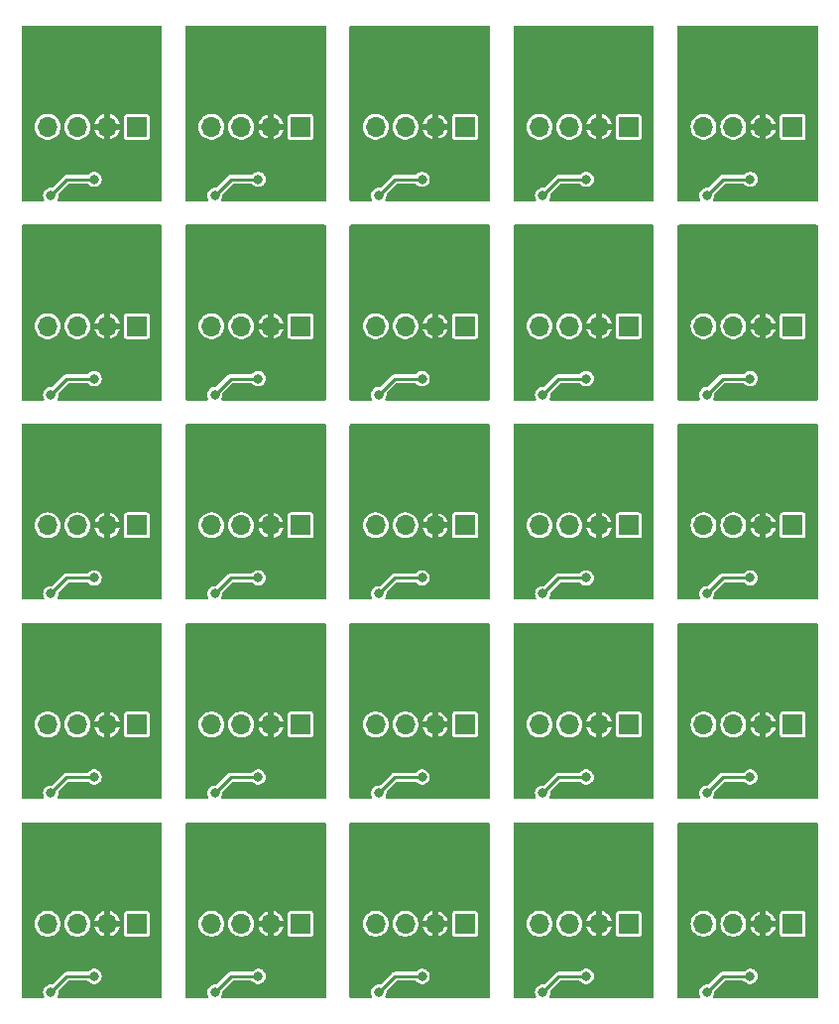
<source format=gbr>
%TF.GenerationSoftware,KiCad,Pcbnew,7.0.1*%
%TF.CreationDate,2024-10-11T23:35:26-04:00*%
%TF.ProjectId,TrackRing-panel,54726163-6b52-4696-9e67-2d70616e656c,rev?*%
%TF.SameCoordinates,Original*%
%TF.FileFunction,Copper,L2,Bot*%
%TF.FilePolarity,Positive*%
%FSLAX46Y46*%
G04 Gerber Fmt 4.6, Leading zero omitted, Abs format (unit mm)*
G04 Created by KiCad (PCBNEW 7.0.1) date 2024-10-11 23:35:26*
%MOMM*%
%LPD*%
G01*
G04 APERTURE LIST*
%TA.AperFunction,ComponentPad*%
%ADD10R,1.700000X1.700000*%
%TD*%
%TA.AperFunction,ComponentPad*%
%ADD11O,1.700000X1.700000*%
%TD*%
%TA.AperFunction,ViaPad*%
%ADD12C,0.800000*%
%TD*%
%TA.AperFunction,Conductor*%
%ADD13C,0.250000*%
%TD*%
G04 APERTURE END LIST*
D10*
%TO.P,J1,1,Pin_1*%
%TO.N,Board_1-/VCC*%
X138350000Y-28650000D03*
D11*
%TO.P,J1,2,Pin_2*%
%TO.N,Board_1-GND*%
X135810000Y-28650000D03*
%TO.P,J1,3,Pin_3*%
%TO.N,Board_1-/SDA*%
X133270000Y-28650000D03*
%TO.P,J1,4,Pin_4*%
%TO.N,Board_1-/SCL*%
X130730000Y-28650000D03*
%TD*%
D10*
%TO.P,J1,1,Pin_1*%
%TO.N,Board_18-/VCC*%
X166350000Y-79650000D03*
D11*
%TO.P,J1,2,Pin_2*%
%TO.N,Board_18-GND*%
X163810000Y-79650000D03*
%TO.P,J1,3,Pin_3*%
%TO.N,Board_18-/SDA*%
X161270000Y-79650000D03*
%TO.P,J1,4,Pin_4*%
%TO.N,Board_18-/SCL*%
X158730000Y-79650000D03*
%TD*%
D10*
%TO.P,J1,1,Pin_1*%
%TO.N,Board_4-/VCC*%
X180350000Y-28650000D03*
D11*
%TO.P,J1,2,Pin_2*%
%TO.N,Board_4-GND*%
X177810000Y-28650000D03*
%TO.P,J1,3,Pin_3*%
%TO.N,Board_4-/SDA*%
X175270000Y-28650000D03*
%TO.P,J1,4,Pin_4*%
%TO.N,Board_4-/SCL*%
X172730000Y-28650000D03*
%TD*%
D10*
%TO.P,J1,1,Pin_1*%
%TO.N,Board_7-/VCC*%
X152350000Y-45650000D03*
D11*
%TO.P,J1,2,Pin_2*%
%TO.N,Board_7-GND*%
X149810000Y-45650000D03*
%TO.P,J1,3,Pin_3*%
%TO.N,Board_7-/SDA*%
X147270000Y-45650000D03*
%TO.P,J1,4,Pin_4*%
%TO.N,Board_7-/SCL*%
X144730000Y-45650000D03*
%TD*%
D10*
%TO.P,J1,1,Pin_1*%
%TO.N,Board_8-/VCC*%
X166350000Y-45650000D03*
D11*
%TO.P,J1,2,Pin_2*%
%TO.N,Board_8-GND*%
X163810000Y-45650000D03*
%TO.P,J1,3,Pin_3*%
%TO.N,Board_8-/SDA*%
X161270000Y-45650000D03*
%TO.P,J1,4,Pin_4*%
%TO.N,Board_8-/SCL*%
X158730000Y-45650000D03*
%TD*%
D10*
%TO.P,J1,1,Pin_1*%
%TO.N,Board_10-/VCC*%
X124350000Y-62650000D03*
D11*
%TO.P,J1,2,Pin_2*%
%TO.N,Board_10-GND*%
X121810000Y-62650000D03*
%TO.P,J1,3,Pin_3*%
%TO.N,Board_10-/SDA*%
X119270000Y-62650000D03*
%TO.P,J1,4,Pin_4*%
%TO.N,Board_10-/SCL*%
X116730000Y-62650000D03*
%TD*%
D10*
%TO.P,J1,1,Pin_1*%
%TO.N,Board_9-/VCC*%
X180350000Y-45650000D03*
D11*
%TO.P,J1,2,Pin_2*%
%TO.N,Board_9-GND*%
X177810000Y-45650000D03*
%TO.P,J1,3,Pin_3*%
%TO.N,Board_9-/SDA*%
X175270000Y-45650000D03*
%TO.P,J1,4,Pin_4*%
%TO.N,Board_9-/SCL*%
X172730000Y-45650000D03*
%TD*%
D10*
%TO.P,J1,1,Pin_1*%
%TO.N,Board_3-/VCC*%
X166350000Y-28650000D03*
D11*
%TO.P,J1,2,Pin_2*%
%TO.N,Board_3-GND*%
X163810000Y-28650000D03*
%TO.P,J1,3,Pin_3*%
%TO.N,Board_3-/SDA*%
X161270000Y-28650000D03*
%TO.P,J1,4,Pin_4*%
%TO.N,Board_3-/SCL*%
X158730000Y-28650000D03*
%TD*%
D10*
%TO.P,J1,1,Pin_1*%
%TO.N,Board_6-/VCC*%
X138350000Y-45650000D03*
D11*
%TO.P,J1,2,Pin_2*%
%TO.N,Board_6-GND*%
X135810000Y-45650000D03*
%TO.P,J1,3,Pin_3*%
%TO.N,Board_6-/SDA*%
X133270000Y-45650000D03*
%TO.P,J1,4,Pin_4*%
%TO.N,Board_6-/SCL*%
X130730000Y-45650000D03*
%TD*%
D10*
%TO.P,J1,1,Pin_1*%
%TO.N,Board_0-/VCC*%
X124350000Y-28650000D03*
D11*
%TO.P,J1,2,Pin_2*%
%TO.N,Board_0-GND*%
X121810000Y-28650000D03*
%TO.P,J1,3,Pin_3*%
%TO.N,Board_0-/SDA*%
X119270000Y-28650000D03*
%TO.P,J1,4,Pin_4*%
%TO.N,Board_0-/SCL*%
X116730000Y-28650000D03*
%TD*%
D10*
%TO.P,J1,1,Pin_1*%
%TO.N,Board_5-/VCC*%
X124350000Y-45650000D03*
D11*
%TO.P,J1,2,Pin_2*%
%TO.N,Board_5-GND*%
X121810000Y-45650000D03*
%TO.P,J1,3,Pin_3*%
%TO.N,Board_5-/SDA*%
X119270000Y-45650000D03*
%TO.P,J1,4,Pin_4*%
%TO.N,Board_5-/SCL*%
X116730000Y-45650000D03*
%TD*%
D10*
%TO.P,J1,1,Pin_1*%
%TO.N,Board_2-/VCC*%
X152350000Y-28650000D03*
D11*
%TO.P,J1,2,Pin_2*%
%TO.N,Board_2-GND*%
X149810000Y-28650000D03*
%TO.P,J1,3,Pin_3*%
%TO.N,Board_2-/SDA*%
X147270000Y-28650000D03*
%TO.P,J1,4,Pin_4*%
%TO.N,Board_2-/SCL*%
X144730000Y-28650000D03*
%TD*%
D10*
%TO.P,J1,1,Pin_1*%
%TO.N,Board_19-/VCC*%
X180350000Y-79650000D03*
D11*
%TO.P,J1,2,Pin_2*%
%TO.N,Board_19-GND*%
X177810000Y-79650000D03*
%TO.P,J1,3,Pin_3*%
%TO.N,Board_19-/SDA*%
X175270000Y-79650000D03*
%TO.P,J1,4,Pin_4*%
%TO.N,Board_19-/SCL*%
X172730000Y-79650000D03*
%TD*%
D10*
%TO.P,J1,1,Pin_1*%
%TO.N,Board_11-/VCC*%
X138350000Y-62650000D03*
D11*
%TO.P,J1,2,Pin_2*%
%TO.N,Board_11-GND*%
X135810000Y-62650000D03*
%TO.P,J1,3,Pin_3*%
%TO.N,Board_11-/SDA*%
X133270000Y-62650000D03*
%TO.P,J1,4,Pin_4*%
%TO.N,Board_11-/SCL*%
X130730000Y-62650000D03*
%TD*%
D10*
%TO.P,J1,1,Pin_1*%
%TO.N,Board_20-/VCC*%
X124350000Y-96650000D03*
D11*
%TO.P,J1,2,Pin_2*%
%TO.N,Board_20-GND*%
X121810000Y-96650000D03*
%TO.P,J1,3,Pin_3*%
%TO.N,Board_20-/SDA*%
X119270000Y-96650000D03*
%TO.P,J1,4,Pin_4*%
%TO.N,Board_20-/SCL*%
X116730000Y-96650000D03*
%TD*%
D10*
%TO.P,J1,1,Pin_1*%
%TO.N,Board_15-/VCC*%
X124350000Y-79650000D03*
D11*
%TO.P,J1,2,Pin_2*%
%TO.N,Board_15-GND*%
X121810000Y-79650000D03*
%TO.P,J1,3,Pin_3*%
%TO.N,Board_15-/SDA*%
X119270000Y-79650000D03*
%TO.P,J1,4,Pin_4*%
%TO.N,Board_15-/SCL*%
X116730000Y-79650000D03*
%TD*%
D10*
%TO.P,J1,1,Pin_1*%
%TO.N,Board_21-/VCC*%
X138350000Y-96650000D03*
D11*
%TO.P,J1,2,Pin_2*%
%TO.N,Board_21-GND*%
X135810000Y-96650000D03*
%TO.P,J1,3,Pin_3*%
%TO.N,Board_21-/SDA*%
X133270000Y-96650000D03*
%TO.P,J1,4,Pin_4*%
%TO.N,Board_21-/SCL*%
X130730000Y-96650000D03*
%TD*%
D10*
%TO.P,J1,1,Pin_1*%
%TO.N,Board_13-/VCC*%
X166350000Y-62650000D03*
D11*
%TO.P,J1,2,Pin_2*%
%TO.N,Board_13-GND*%
X163810000Y-62650000D03*
%TO.P,J1,3,Pin_3*%
%TO.N,Board_13-/SDA*%
X161270000Y-62650000D03*
%TO.P,J1,4,Pin_4*%
%TO.N,Board_13-/SCL*%
X158730000Y-62650000D03*
%TD*%
D10*
%TO.P,J1,1,Pin_1*%
%TO.N,Board_12-/VCC*%
X152350000Y-62650000D03*
D11*
%TO.P,J1,2,Pin_2*%
%TO.N,Board_12-GND*%
X149810000Y-62650000D03*
%TO.P,J1,3,Pin_3*%
%TO.N,Board_12-/SDA*%
X147270000Y-62650000D03*
%TO.P,J1,4,Pin_4*%
%TO.N,Board_12-/SCL*%
X144730000Y-62650000D03*
%TD*%
D10*
%TO.P,J1,1,Pin_1*%
%TO.N,Board_16-/VCC*%
X138350000Y-79650000D03*
D11*
%TO.P,J1,2,Pin_2*%
%TO.N,Board_16-GND*%
X135810000Y-79650000D03*
%TO.P,J1,3,Pin_3*%
%TO.N,Board_16-/SDA*%
X133270000Y-79650000D03*
%TO.P,J1,4,Pin_4*%
%TO.N,Board_16-/SCL*%
X130730000Y-79650000D03*
%TD*%
D10*
%TO.P,J1,1,Pin_1*%
%TO.N,Board_17-/VCC*%
X152350000Y-79650000D03*
D11*
%TO.P,J1,2,Pin_2*%
%TO.N,Board_17-GND*%
X149810000Y-79650000D03*
%TO.P,J1,3,Pin_3*%
%TO.N,Board_17-/SDA*%
X147270000Y-79650000D03*
%TO.P,J1,4,Pin_4*%
%TO.N,Board_17-/SCL*%
X144730000Y-79650000D03*
%TD*%
D10*
%TO.P,J1,1,Pin_1*%
%TO.N,Board_14-/VCC*%
X180350000Y-62650000D03*
D11*
%TO.P,J1,2,Pin_2*%
%TO.N,Board_14-GND*%
X177810000Y-62650000D03*
%TO.P,J1,3,Pin_3*%
%TO.N,Board_14-/SDA*%
X175270000Y-62650000D03*
%TO.P,J1,4,Pin_4*%
%TO.N,Board_14-/SCL*%
X172730000Y-62650000D03*
%TD*%
D10*
%TO.P,J1,1,Pin_1*%
%TO.N,Board_24-/VCC*%
X180350000Y-96650000D03*
D11*
%TO.P,J1,2,Pin_2*%
%TO.N,Board_24-GND*%
X177810000Y-96650000D03*
%TO.P,J1,3,Pin_3*%
%TO.N,Board_24-/SDA*%
X175270000Y-96650000D03*
%TO.P,J1,4,Pin_4*%
%TO.N,Board_24-/SCL*%
X172730000Y-96650000D03*
%TD*%
D10*
%TO.P,J1,1,Pin_1*%
%TO.N,Board_22-/VCC*%
X152350000Y-96650000D03*
D11*
%TO.P,J1,2,Pin_2*%
%TO.N,Board_22-GND*%
X149810000Y-96650000D03*
%TO.P,J1,3,Pin_3*%
%TO.N,Board_22-/SDA*%
X147270000Y-96650000D03*
%TO.P,J1,4,Pin_4*%
%TO.N,Board_22-/SCL*%
X144730000Y-96650000D03*
%TD*%
D10*
%TO.P,J1,1,Pin_1*%
%TO.N,Board_23-/VCC*%
X166350000Y-96650000D03*
D11*
%TO.P,J1,2,Pin_2*%
%TO.N,Board_23-GND*%
X163810000Y-96650000D03*
%TO.P,J1,3,Pin_3*%
%TO.N,Board_23-/SDA*%
X161270000Y-96650000D03*
%TO.P,J1,4,Pin_4*%
%TO.N,Board_23-/SCL*%
X158730000Y-96650000D03*
%TD*%
D12*
%TO.N,Board_0-/VCC*%
X117000000Y-34500000D03*
X120710500Y-33134098D03*
%TO.N,Board_0-GND*%
X120477701Y-34272299D03*
X122945644Y-33288848D03*
X126000000Y-31000000D03*
X120487182Y-32076780D03*
X125250000Y-34175000D03*
%TO.N,Board_1-/VCC*%
X131000000Y-34500000D03*
X134710500Y-33134098D03*
%TO.N,Board_1-GND*%
X134477701Y-34272299D03*
X136945644Y-33288848D03*
X140000000Y-31000000D03*
X134487182Y-32076780D03*
X139250000Y-34175000D03*
%TO.N,Board_2-/VCC*%
X145000000Y-34500000D03*
X148710500Y-33134098D03*
%TO.N,Board_2-GND*%
X148477701Y-34272299D03*
X150945644Y-33288848D03*
X154000000Y-31000000D03*
X148487182Y-32076780D03*
X153250000Y-34175000D03*
%TO.N,Board_3-/VCC*%
X159000000Y-34500000D03*
X162710500Y-33134098D03*
%TO.N,Board_3-GND*%
X162477701Y-34272299D03*
X164945644Y-33288848D03*
X168000000Y-31000000D03*
X162487182Y-32076780D03*
X167250000Y-34175000D03*
%TO.N,Board_4-/VCC*%
X173000000Y-34500000D03*
X176710500Y-33134098D03*
%TO.N,Board_4-GND*%
X176477701Y-34272299D03*
X178945644Y-33288848D03*
X182000000Y-31000000D03*
X176487182Y-32076780D03*
X181250000Y-34175000D03*
%TO.N,Board_5-/VCC*%
X117000000Y-51500000D03*
X120710500Y-50134098D03*
%TO.N,Board_5-GND*%
X120477701Y-51272299D03*
X122945644Y-50288848D03*
X126000000Y-48000000D03*
X120487182Y-49076780D03*
X125250000Y-51175000D03*
%TO.N,Board_6-/VCC*%
X131000000Y-51500000D03*
X134710500Y-50134098D03*
%TO.N,Board_6-GND*%
X134477701Y-51272299D03*
X136945644Y-50288848D03*
X140000000Y-48000000D03*
X134487182Y-49076780D03*
X139250000Y-51175000D03*
%TO.N,Board_7-/VCC*%
X145000000Y-51500000D03*
X148710500Y-50134098D03*
%TO.N,Board_7-GND*%
X148477701Y-51272299D03*
X150945644Y-50288848D03*
X154000000Y-48000000D03*
X148487182Y-49076780D03*
X153250000Y-51175000D03*
%TO.N,Board_8-/VCC*%
X159000000Y-51500000D03*
X162710500Y-50134098D03*
%TO.N,Board_8-GND*%
X162477701Y-51272299D03*
X164945644Y-50288848D03*
X168000000Y-48000000D03*
X162487182Y-49076780D03*
X167250000Y-51175000D03*
%TO.N,Board_9-/VCC*%
X173000000Y-51500000D03*
X176710500Y-50134098D03*
%TO.N,Board_9-GND*%
X176477701Y-51272299D03*
X178945644Y-50288848D03*
X182000000Y-48000000D03*
X176487182Y-49076780D03*
X181250000Y-51175000D03*
%TO.N,Board_10-/VCC*%
X117000000Y-68500000D03*
X120710500Y-67134098D03*
%TO.N,Board_10-GND*%
X120477701Y-68272299D03*
X122945644Y-67288848D03*
X126000000Y-65000000D03*
X120487182Y-66076780D03*
X125250000Y-68175000D03*
%TO.N,Board_11-/VCC*%
X131000000Y-68500000D03*
X134710500Y-67134098D03*
%TO.N,Board_11-GND*%
X134477701Y-68272299D03*
X136945644Y-67288848D03*
X140000000Y-65000000D03*
X134487182Y-66076780D03*
X139250000Y-68175000D03*
%TO.N,Board_12-/VCC*%
X145000000Y-68500000D03*
X148710500Y-67134098D03*
%TO.N,Board_12-GND*%
X148477701Y-68272299D03*
X150945644Y-67288848D03*
X154000000Y-65000000D03*
X148487182Y-66076780D03*
X153250000Y-68175000D03*
%TO.N,Board_13-/VCC*%
X159000000Y-68500000D03*
X162710500Y-67134098D03*
%TO.N,Board_13-GND*%
X162477701Y-68272299D03*
X164945644Y-67288848D03*
X168000000Y-65000000D03*
X162487182Y-66076780D03*
X167250000Y-68175000D03*
%TO.N,Board_14-/VCC*%
X173000000Y-68500000D03*
X176710500Y-67134098D03*
%TO.N,Board_14-GND*%
X176477701Y-68272299D03*
X178945644Y-67288848D03*
X182000000Y-65000000D03*
X176487182Y-66076780D03*
X181250000Y-68175000D03*
%TO.N,Board_15-/VCC*%
X117000000Y-85500000D03*
X120710500Y-84134098D03*
%TO.N,Board_15-GND*%
X120477701Y-85272299D03*
X122945644Y-84288848D03*
X126000000Y-82000000D03*
X120487182Y-83076780D03*
X125250000Y-85175000D03*
%TO.N,Board_16-/VCC*%
X131000000Y-85500000D03*
X134710500Y-84134098D03*
%TO.N,Board_16-GND*%
X134477701Y-85272299D03*
X136945644Y-84288848D03*
X140000000Y-82000000D03*
X134487182Y-83076780D03*
X139250000Y-85175000D03*
%TO.N,Board_17-/VCC*%
X145000000Y-85500000D03*
X148710500Y-84134098D03*
%TO.N,Board_17-GND*%
X148477701Y-85272299D03*
X150945644Y-84288848D03*
X154000000Y-82000000D03*
X148487182Y-83076780D03*
X153250000Y-85175000D03*
%TO.N,Board_18-/VCC*%
X159000000Y-85500000D03*
X162710500Y-84134098D03*
%TO.N,Board_18-GND*%
X162477701Y-85272299D03*
X164945644Y-84288848D03*
X168000000Y-82000000D03*
X162487182Y-83076780D03*
X167250000Y-85175000D03*
%TO.N,Board_19-/VCC*%
X173000000Y-85500000D03*
X176710500Y-84134098D03*
%TO.N,Board_19-GND*%
X176477701Y-85272299D03*
X178945644Y-84288848D03*
X182000000Y-82000000D03*
X176487182Y-83076780D03*
X181250000Y-85175000D03*
%TO.N,Board_20-/VCC*%
X117000000Y-102500000D03*
X120710500Y-101134098D03*
%TO.N,Board_20-GND*%
X120477701Y-102272299D03*
X122945644Y-101288848D03*
X126000000Y-99000000D03*
X120487182Y-100076780D03*
X125250000Y-102175000D03*
%TO.N,Board_21-/VCC*%
X131000000Y-102500000D03*
X134710500Y-101134098D03*
%TO.N,Board_21-GND*%
X134477701Y-102272299D03*
X136945644Y-101288848D03*
X140000000Y-99000000D03*
X134487182Y-100076780D03*
X139250000Y-102175000D03*
%TO.N,Board_22-/VCC*%
X145000000Y-102500000D03*
X148710500Y-101134098D03*
%TO.N,Board_22-GND*%
X148477701Y-102272299D03*
X150945644Y-101288848D03*
X154000000Y-99000000D03*
X148487182Y-100076780D03*
X153250000Y-102175000D03*
%TO.N,Board_23-/VCC*%
X159000000Y-102500000D03*
X162710500Y-101134098D03*
%TO.N,Board_23-GND*%
X162477701Y-102272299D03*
X164945644Y-101288848D03*
X168000000Y-99000000D03*
X162487182Y-100076780D03*
X167250000Y-102175000D03*
%TO.N,Board_24-/VCC*%
X173000000Y-102500000D03*
X176710500Y-101134098D03*
%TO.N,Board_24-GND*%
X176477701Y-102272299D03*
X178945644Y-101288848D03*
X182000000Y-99000000D03*
X176487182Y-100076780D03*
X181250000Y-102175000D03*
%TD*%
D13*
%TO.N,Board_0-/VCC*%
X118365902Y-33134098D02*
X117000000Y-34500000D01*
X120710500Y-33134098D02*
X118365902Y-33134098D01*
%TO.N,Board_1-/VCC*%
X132365902Y-33134098D02*
X131000000Y-34500000D01*
X134710500Y-33134098D02*
X132365902Y-33134098D01*
%TO.N,Board_2-/VCC*%
X146365902Y-33134098D02*
X145000000Y-34500000D01*
X148710500Y-33134098D02*
X146365902Y-33134098D01*
%TO.N,Board_3-/VCC*%
X160365902Y-33134098D02*
X159000000Y-34500000D01*
X162710500Y-33134098D02*
X160365902Y-33134098D01*
%TO.N,Board_4-/VCC*%
X174365902Y-33134098D02*
X173000000Y-34500000D01*
X176710500Y-33134098D02*
X174365902Y-33134098D01*
%TO.N,Board_5-/VCC*%
X118365902Y-50134098D02*
X117000000Y-51500000D01*
X120710500Y-50134098D02*
X118365902Y-50134098D01*
%TO.N,Board_6-/VCC*%
X132365902Y-50134098D02*
X131000000Y-51500000D01*
X134710500Y-50134098D02*
X132365902Y-50134098D01*
%TO.N,Board_7-/VCC*%
X146365902Y-50134098D02*
X145000000Y-51500000D01*
X148710500Y-50134098D02*
X146365902Y-50134098D01*
%TO.N,Board_8-/VCC*%
X160365902Y-50134098D02*
X159000000Y-51500000D01*
X162710500Y-50134098D02*
X160365902Y-50134098D01*
%TO.N,Board_9-/VCC*%
X174365902Y-50134098D02*
X173000000Y-51500000D01*
X176710500Y-50134098D02*
X174365902Y-50134098D01*
%TO.N,Board_10-/VCC*%
X118365902Y-67134098D02*
X117000000Y-68500000D01*
X120710500Y-67134098D02*
X118365902Y-67134098D01*
%TO.N,Board_11-/VCC*%
X132365902Y-67134098D02*
X131000000Y-68500000D01*
X134710500Y-67134098D02*
X132365902Y-67134098D01*
%TO.N,Board_12-/VCC*%
X146365902Y-67134098D02*
X145000000Y-68500000D01*
X148710500Y-67134098D02*
X146365902Y-67134098D01*
%TO.N,Board_13-/VCC*%
X160365902Y-67134098D02*
X159000000Y-68500000D01*
X162710500Y-67134098D02*
X160365902Y-67134098D01*
%TO.N,Board_14-/VCC*%
X174365902Y-67134098D02*
X173000000Y-68500000D01*
X176710500Y-67134098D02*
X174365902Y-67134098D01*
%TO.N,Board_15-/VCC*%
X118365902Y-84134098D02*
X117000000Y-85500000D01*
X120710500Y-84134098D02*
X118365902Y-84134098D01*
%TO.N,Board_16-/VCC*%
X132365902Y-84134098D02*
X131000000Y-85500000D01*
X134710500Y-84134098D02*
X132365902Y-84134098D01*
%TO.N,Board_17-/VCC*%
X146365902Y-84134098D02*
X145000000Y-85500000D01*
X148710500Y-84134098D02*
X146365902Y-84134098D01*
%TO.N,Board_18-/VCC*%
X160365902Y-84134098D02*
X159000000Y-85500000D01*
X162710500Y-84134098D02*
X160365902Y-84134098D01*
%TO.N,Board_19-/VCC*%
X174365902Y-84134098D02*
X173000000Y-85500000D01*
X176710500Y-84134098D02*
X174365902Y-84134098D01*
%TO.N,Board_20-/VCC*%
X118365902Y-101134098D02*
X117000000Y-102500000D01*
X120710500Y-101134098D02*
X118365902Y-101134098D01*
%TO.N,Board_21-/VCC*%
X132365902Y-101134098D02*
X131000000Y-102500000D01*
X134710500Y-101134098D02*
X132365902Y-101134098D01*
%TO.N,Board_22-/VCC*%
X146365902Y-101134098D02*
X145000000Y-102500000D01*
X148710500Y-101134098D02*
X146365902Y-101134098D01*
%TO.N,Board_23-/VCC*%
X160365902Y-101134098D02*
X159000000Y-102500000D01*
X162710500Y-101134098D02*
X160365902Y-101134098D01*
%TO.N,Board_24-/VCC*%
X174365902Y-101134098D02*
X173000000Y-102500000D01*
X176710500Y-101134098D02*
X174365902Y-101134098D01*
%TD*%
%TA.AperFunction,Conductor*%
%TO.N,Board_24-GND*%
G36*
X182437500Y-88017113D02*
G01*
X182482887Y-88062500D01*
X182499500Y-88124500D01*
X182499500Y-102875500D01*
X182482887Y-102937500D01*
X182437500Y-102982887D01*
X182375500Y-102999500D01*
X173681899Y-102999500D01*
X173617748Y-102981617D01*
X173572102Y-102933124D01*
X173558125Y-102868011D01*
X173575142Y-102818700D01*
X173574881Y-102818601D01*
X173578171Y-102809925D01*
X173579851Y-102805058D01*
X173579932Y-102804940D01*
X173580220Y-102804523D01*
X173636237Y-102656818D01*
X173655278Y-102500000D01*
X173649102Y-102449143D01*
X173654980Y-102393751D01*
X173684515Y-102346520D01*
X174485119Y-101545917D01*
X174525348Y-101519037D01*
X174572801Y-101509598D01*
X176114192Y-101509598D01*
X176171819Y-101523802D01*
X176216243Y-101563160D01*
X176220015Y-101568626D01*
X176220016Y-101568627D01*
X176220017Y-101568628D01*
X176338260Y-101673381D01*
X176478135Y-101746794D01*
X176631515Y-101784598D01*
X176789485Y-101784598D01*
X176942865Y-101746794D01*
X177082740Y-101673381D01*
X177200983Y-101568628D01*
X177290720Y-101438621D01*
X177346737Y-101290916D01*
X177365778Y-101134098D01*
X177346737Y-100977280D01*
X177290720Y-100829575D01*
X177231924Y-100744394D01*
X177200984Y-100699569D01*
X177200983Y-100699568D01*
X177082740Y-100594815D01*
X177069494Y-100587862D01*
X176942864Y-100521401D01*
X176789485Y-100483598D01*
X176631515Y-100483598D01*
X176478135Y-100521401D01*
X176338261Y-100594814D01*
X176220015Y-100699569D01*
X176216243Y-100705036D01*
X176171819Y-100744394D01*
X176114192Y-100758598D01*
X174417707Y-100758598D01*
X174392261Y-100755959D01*
X174381635Y-100753731D01*
X174381634Y-100753731D01*
X174363760Y-100755959D01*
X174350225Y-100757646D01*
X174334888Y-100758598D01*
X174334786Y-100758598D01*
X174314301Y-100762016D01*
X174309234Y-100762755D01*
X174249469Y-100770205D01*
X174249214Y-100770287D01*
X174196272Y-100798936D01*
X174191722Y-100801278D01*
X174137617Y-100827730D01*
X174137407Y-100827886D01*
X174096621Y-100872191D01*
X174093074Y-100875887D01*
X173155780Y-101813181D01*
X173115552Y-101840061D01*
X173068099Y-101849500D01*
X172921015Y-101849500D01*
X172767635Y-101887303D01*
X172627761Y-101960716D01*
X172509515Y-102065471D01*
X172419780Y-102195476D01*
X172363763Y-102343181D01*
X172344721Y-102500000D01*
X172363763Y-102656818D01*
X172419780Y-102804523D01*
X172420149Y-102805058D01*
X172421828Y-102809925D01*
X172425119Y-102818601D01*
X172424857Y-102818700D01*
X172441875Y-102868011D01*
X172427898Y-102933124D01*
X172382252Y-102981617D01*
X172318101Y-102999500D01*
X170624500Y-102999500D01*
X170562500Y-102982887D01*
X170517113Y-102937500D01*
X170500500Y-102875500D01*
X170500500Y-96650000D01*
X171624785Y-96650000D01*
X171643602Y-96853083D01*
X171699418Y-97049251D01*
X171790324Y-97231818D01*
X171913236Y-97394580D01*
X172063958Y-97531981D01*
X172237361Y-97639347D01*
X172237363Y-97639348D01*
X172427544Y-97713024D01*
X172628024Y-97750500D01*
X172831974Y-97750500D01*
X172831976Y-97750500D01*
X173032456Y-97713024D01*
X173222637Y-97639348D01*
X173396041Y-97531981D01*
X173546764Y-97394579D01*
X173669673Y-97231821D01*
X173669673Y-97231819D01*
X173669675Y-97231818D01*
X173715313Y-97140161D01*
X173760582Y-97049250D01*
X173816397Y-96853083D01*
X173835215Y-96650000D01*
X174164785Y-96650000D01*
X174183602Y-96853083D01*
X174239418Y-97049251D01*
X174330324Y-97231818D01*
X174453236Y-97394580D01*
X174603958Y-97531981D01*
X174777361Y-97639347D01*
X174777363Y-97639348D01*
X174967544Y-97713024D01*
X175168024Y-97750500D01*
X175371974Y-97750500D01*
X175371976Y-97750500D01*
X175572456Y-97713024D01*
X175762637Y-97639348D01*
X175936041Y-97531981D01*
X176086764Y-97394579D01*
X176209673Y-97231821D01*
X176209673Y-97231819D01*
X176209675Y-97231818D01*
X176255313Y-97140161D01*
X176300582Y-97049250D01*
X176343048Y-96900000D01*
X176737472Y-96900000D01*
X176779886Y-97049069D01*
X176870751Y-97231553D01*
X176993607Y-97394241D01*
X177144259Y-97531578D01*
X177317588Y-97638899D01*
X177507679Y-97712539D01*
X177560000Y-97722320D01*
X177560000Y-96900000D01*
X178060000Y-96900000D01*
X178060000Y-97722320D01*
X178112320Y-97712539D01*
X178302411Y-97638899D01*
X178475740Y-97531578D01*
X178483312Y-97524675D01*
X179249500Y-97524675D01*
X179264033Y-97597738D01*
X179264033Y-97597739D01*
X179264034Y-97597740D01*
X179319399Y-97680601D01*
X179402260Y-97735966D01*
X179438793Y-97743233D01*
X179475325Y-97750500D01*
X179475326Y-97750500D01*
X181224674Y-97750500D01*
X181224675Y-97750500D01*
X181249029Y-97745655D01*
X181297740Y-97735966D01*
X181380601Y-97680601D01*
X181435966Y-97597740D01*
X181450500Y-97524674D01*
X181450500Y-95775326D01*
X181449126Y-95768421D01*
X181435966Y-95702261D01*
X181435966Y-95702260D01*
X181380601Y-95619399D01*
X181297740Y-95564034D01*
X181297739Y-95564033D01*
X181297738Y-95564033D01*
X181224675Y-95549500D01*
X181224674Y-95549500D01*
X179475326Y-95549500D01*
X179475325Y-95549500D01*
X179402261Y-95564033D01*
X179319399Y-95619399D01*
X179264033Y-95702261D01*
X179249500Y-95775325D01*
X179249500Y-97524675D01*
X178483312Y-97524675D01*
X178626392Y-97394241D01*
X178749248Y-97231553D01*
X178840113Y-97049069D01*
X178882528Y-96900000D01*
X178060000Y-96900000D01*
X177560000Y-96900000D01*
X176737472Y-96900000D01*
X176343048Y-96900000D01*
X176356397Y-96853083D01*
X176375215Y-96650000D01*
X176356397Y-96446917D01*
X176343048Y-96399999D01*
X176737471Y-96399999D01*
X176737472Y-96400000D01*
X177560000Y-96400000D01*
X177560000Y-95577680D01*
X178060000Y-95577680D01*
X178060000Y-96400000D01*
X178882528Y-96400000D01*
X178882528Y-96399999D01*
X178840113Y-96250930D01*
X178749248Y-96068446D01*
X178626392Y-95905758D01*
X178475740Y-95768421D01*
X178302411Y-95661100D01*
X178112320Y-95587460D01*
X178060000Y-95577680D01*
X177560000Y-95577680D01*
X177507679Y-95587460D01*
X177317588Y-95661100D01*
X177144259Y-95768421D01*
X176993607Y-95905758D01*
X176870751Y-96068446D01*
X176779886Y-96250930D01*
X176737471Y-96399999D01*
X176343048Y-96399999D01*
X176300582Y-96250750D01*
X176300209Y-96250001D01*
X176209675Y-96068181D01*
X176086763Y-95905419D01*
X175936041Y-95768018D01*
X175762638Y-95660652D01*
X175572457Y-95586976D01*
X175449726Y-95564034D01*
X175371976Y-95549500D01*
X175168024Y-95549500D01*
X175090279Y-95564033D01*
X174967542Y-95586976D01*
X174777361Y-95660652D01*
X174603958Y-95768018D01*
X174453236Y-95905419D01*
X174330324Y-96068181D01*
X174239418Y-96250748D01*
X174183602Y-96446916D01*
X174164785Y-96650000D01*
X173835215Y-96650000D01*
X173816397Y-96446917D01*
X173760582Y-96250750D01*
X173760209Y-96250001D01*
X173669675Y-96068181D01*
X173546763Y-95905419D01*
X173396041Y-95768018D01*
X173222638Y-95660652D01*
X173032457Y-95586976D01*
X172909726Y-95564034D01*
X172831976Y-95549500D01*
X172628024Y-95549500D01*
X172550279Y-95564033D01*
X172427542Y-95586976D01*
X172237361Y-95660652D01*
X172063958Y-95768018D01*
X171913236Y-95905419D01*
X171790324Y-96068181D01*
X171699418Y-96250748D01*
X171643602Y-96446916D01*
X171624785Y-96650000D01*
X170500500Y-96650000D01*
X170500500Y-88124500D01*
X170517113Y-88062500D01*
X170562500Y-88017113D01*
X170624500Y-88000500D01*
X182375500Y-88000500D01*
X182437500Y-88017113D01*
G37*
%TD.AperFunction*%
%TD*%
%TA.AperFunction,Conductor*%
%TO.N,Board_20-GND*%
G36*
X126437500Y-88017113D02*
G01*
X126482887Y-88062500D01*
X126499500Y-88124500D01*
X126499500Y-102875500D01*
X126482887Y-102937500D01*
X126437500Y-102982887D01*
X126375500Y-102999500D01*
X117681899Y-102999500D01*
X117617748Y-102981617D01*
X117572102Y-102933124D01*
X117558125Y-102868011D01*
X117575142Y-102818700D01*
X117574881Y-102818601D01*
X117578171Y-102809925D01*
X117579851Y-102805058D01*
X117579932Y-102804940D01*
X117580220Y-102804523D01*
X117636237Y-102656818D01*
X117655278Y-102500000D01*
X117649102Y-102449143D01*
X117654980Y-102393751D01*
X117684515Y-102346520D01*
X118485119Y-101545917D01*
X118525348Y-101519037D01*
X118572801Y-101509598D01*
X120114192Y-101509598D01*
X120171819Y-101523802D01*
X120216243Y-101563160D01*
X120220015Y-101568626D01*
X120220016Y-101568627D01*
X120220017Y-101568628D01*
X120338260Y-101673381D01*
X120478135Y-101746794D01*
X120631515Y-101784598D01*
X120789485Y-101784598D01*
X120942865Y-101746794D01*
X121082740Y-101673381D01*
X121200983Y-101568628D01*
X121290720Y-101438621D01*
X121346737Y-101290916D01*
X121365778Y-101134098D01*
X121346737Y-100977280D01*
X121290720Y-100829575D01*
X121231924Y-100744394D01*
X121200984Y-100699569D01*
X121200983Y-100699568D01*
X121082740Y-100594815D01*
X121069494Y-100587862D01*
X120942864Y-100521401D01*
X120789485Y-100483598D01*
X120631515Y-100483598D01*
X120478135Y-100521401D01*
X120338261Y-100594814D01*
X120220015Y-100699569D01*
X120216243Y-100705036D01*
X120171819Y-100744394D01*
X120114192Y-100758598D01*
X118417707Y-100758598D01*
X118392261Y-100755959D01*
X118381635Y-100753731D01*
X118381634Y-100753731D01*
X118363760Y-100755959D01*
X118350225Y-100757646D01*
X118334888Y-100758598D01*
X118334786Y-100758598D01*
X118314301Y-100762016D01*
X118309234Y-100762755D01*
X118249469Y-100770205D01*
X118249214Y-100770287D01*
X118196272Y-100798936D01*
X118191722Y-100801278D01*
X118137617Y-100827730D01*
X118137407Y-100827886D01*
X118096621Y-100872191D01*
X118093074Y-100875887D01*
X117155780Y-101813181D01*
X117115552Y-101840061D01*
X117068099Y-101849500D01*
X116921015Y-101849500D01*
X116767635Y-101887303D01*
X116627761Y-101960716D01*
X116509515Y-102065471D01*
X116419780Y-102195476D01*
X116363763Y-102343181D01*
X116344721Y-102500000D01*
X116363763Y-102656818D01*
X116419780Y-102804523D01*
X116420149Y-102805058D01*
X116421828Y-102809925D01*
X116425119Y-102818601D01*
X116424857Y-102818700D01*
X116441875Y-102868011D01*
X116427898Y-102933124D01*
X116382252Y-102981617D01*
X116318101Y-102999500D01*
X114624500Y-102999500D01*
X114562500Y-102982887D01*
X114517113Y-102937500D01*
X114500500Y-102875500D01*
X114500500Y-96650000D01*
X115624785Y-96650000D01*
X115643602Y-96853083D01*
X115699418Y-97049251D01*
X115790324Y-97231818D01*
X115913236Y-97394580D01*
X116063958Y-97531981D01*
X116237361Y-97639347D01*
X116237363Y-97639348D01*
X116427544Y-97713024D01*
X116628024Y-97750500D01*
X116831974Y-97750500D01*
X116831976Y-97750500D01*
X117032456Y-97713024D01*
X117222637Y-97639348D01*
X117396041Y-97531981D01*
X117546764Y-97394579D01*
X117669673Y-97231821D01*
X117669673Y-97231819D01*
X117669675Y-97231818D01*
X117715313Y-97140161D01*
X117760582Y-97049250D01*
X117816397Y-96853083D01*
X117835215Y-96650000D01*
X118164785Y-96650000D01*
X118183602Y-96853083D01*
X118239418Y-97049251D01*
X118330324Y-97231818D01*
X118453236Y-97394580D01*
X118603958Y-97531981D01*
X118777361Y-97639347D01*
X118777363Y-97639348D01*
X118967544Y-97713024D01*
X119168024Y-97750500D01*
X119371974Y-97750500D01*
X119371976Y-97750500D01*
X119572456Y-97713024D01*
X119762637Y-97639348D01*
X119936041Y-97531981D01*
X120086764Y-97394579D01*
X120209673Y-97231821D01*
X120209673Y-97231819D01*
X120209675Y-97231818D01*
X120255313Y-97140161D01*
X120300582Y-97049250D01*
X120343048Y-96900000D01*
X120737472Y-96900000D01*
X120779886Y-97049069D01*
X120870751Y-97231553D01*
X120993607Y-97394241D01*
X121144259Y-97531578D01*
X121317588Y-97638899D01*
X121507679Y-97712539D01*
X121560000Y-97722320D01*
X121560000Y-96900000D01*
X122060000Y-96900000D01*
X122060000Y-97722320D01*
X122112320Y-97712539D01*
X122302411Y-97638899D01*
X122475740Y-97531578D01*
X122483312Y-97524675D01*
X123249500Y-97524675D01*
X123264033Y-97597738D01*
X123264033Y-97597739D01*
X123264034Y-97597740D01*
X123319399Y-97680601D01*
X123402260Y-97735966D01*
X123438793Y-97743233D01*
X123475325Y-97750500D01*
X123475326Y-97750500D01*
X125224674Y-97750500D01*
X125224675Y-97750500D01*
X125249029Y-97745655D01*
X125297740Y-97735966D01*
X125380601Y-97680601D01*
X125435966Y-97597740D01*
X125450500Y-97524674D01*
X125450500Y-95775326D01*
X125449126Y-95768421D01*
X125435966Y-95702261D01*
X125435966Y-95702260D01*
X125380601Y-95619399D01*
X125297740Y-95564034D01*
X125297739Y-95564033D01*
X125297738Y-95564033D01*
X125224675Y-95549500D01*
X125224674Y-95549500D01*
X123475326Y-95549500D01*
X123475325Y-95549500D01*
X123402261Y-95564033D01*
X123319399Y-95619399D01*
X123264033Y-95702261D01*
X123249500Y-95775325D01*
X123249500Y-97524675D01*
X122483312Y-97524675D01*
X122626392Y-97394241D01*
X122749248Y-97231553D01*
X122840113Y-97049069D01*
X122882528Y-96900000D01*
X122060000Y-96900000D01*
X121560000Y-96900000D01*
X120737472Y-96900000D01*
X120343048Y-96900000D01*
X120356397Y-96853083D01*
X120375215Y-96650000D01*
X120356397Y-96446917D01*
X120343048Y-96399999D01*
X120737471Y-96399999D01*
X120737472Y-96400000D01*
X121560000Y-96400000D01*
X121560000Y-95577680D01*
X122060000Y-95577680D01*
X122060000Y-96400000D01*
X122882528Y-96400000D01*
X122882528Y-96399999D01*
X122840113Y-96250930D01*
X122749248Y-96068446D01*
X122626392Y-95905758D01*
X122475740Y-95768421D01*
X122302411Y-95661100D01*
X122112320Y-95587460D01*
X122060000Y-95577680D01*
X121560000Y-95577680D01*
X121507679Y-95587460D01*
X121317588Y-95661100D01*
X121144259Y-95768421D01*
X120993607Y-95905758D01*
X120870751Y-96068446D01*
X120779886Y-96250930D01*
X120737471Y-96399999D01*
X120343048Y-96399999D01*
X120300582Y-96250750D01*
X120300209Y-96250001D01*
X120209675Y-96068181D01*
X120086763Y-95905419D01*
X119936041Y-95768018D01*
X119762638Y-95660652D01*
X119572457Y-95586976D01*
X119449726Y-95564034D01*
X119371976Y-95549500D01*
X119168024Y-95549500D01*
X119090279Y-95564033D01*
X118967542Y-95586976D01*
X118777361Y-95660652D01*
X118603958Y-95768018D01*
X118453236Y-95905419D01*
X118330324Y-96068181D01*
X118239418Y-96250748D01*
X118183602Y-96446916D01*
X118164785Y-96650000D01*
X117835215Y-96650000D01*
X117816397Y-96446917D01*
X117760582Y-96250750D01*
X117760209Y-96250001D01*
X117669675Y-96068181D01*
X117546763Y-95905419D01*
X117396041Y-95768018D01*
X117222638Y-95660652D01*
X117032457Y-95586976D01*
X116909726Y-95564034D01*
X116831976Y-95549500D01*
X116628024Y-95549500D01*
X116550279Y-95564033D01*
X116427542Y-95586976D01*
X116237361Y-95660652D01*
X116063958Y-95768018D01*
X115913236Y-95905419D01*
X115790324Y-96068181D01*
X115699418Y-96250748D01*
X115643602Y-96446916D01*
X115624785Y-96650000D01*
X114500500Y-96650000D01*
X114500500Y-88124500D01*
X114517113Y-88062500D01*
X114562500Y-88017113D01*
X114624500Y-88000500D01*
X126375500Y-88000500D01*
X126437500Y-88017113D01*
G37*
%TD.AperFunction*%
%TD*%
%TA.AperFunction,Conductor*%
%TO.N,Board_7-GND*%
G36*
X154437500Y-37017113D02*
G01*
X154482887Y-37062500D01*
X154499500Y-37124500D01*
X154499500Y-51875500D01*
X154482887Y-51937500D01*
X154437500Y-51982887D01*
X154375500Y-51999500D01*
X145681899Y-51999500D01*
X145617748Y-51981617D01*
X145572102Y-51933124D01*
X145558125Y-51868011D01*
X145575142Y-51818700D01*
X145574881Y-51818601D01*
X145578171Y-51809925D01*
X145579851Y-51805058D01*
X145579932Y-51804940D01*
X145580220Y-51804523D01*
X145636237Y-51656818D01*
X145655278Y-51500000D01*
X145649102Y-51449143D01*
X145654980Y-51393751D01*
X145684515Y-51346520D01*
X146485119Y-50545917D01*
X146525348Y-50519037D01*
X146572801Y-50509598D01*
X148114192Y-50509598D01*
X148171819Y-50523802D01*
X148216243Y-50563160D01*
X148220015Y-50568626D01*
X148220016Y-50568627D01*
X148220017Y-50568628D01*
X148338260Y-50673381D01*
X148478135Y-50746794D01*
X148631515Y-50784598D01*
X148789485Y-50784598D01*
X148942865Y-50746794D01*
X149082740Y-50673381D01*
X149200983Y-50568628D01*
X149290720Y-50438621D01*
X149346737Y-50290916D01*
X149365778Y-50134098D01*
X149346737Y-49977280D01*
X149290720Y-49829575D01*
X149231924Y-49744394D01*
X149200984Y-49699569D01*
X149200983Y-49699568D01*
X149082740Y-49594815D01*
X149069494Y-49587862D01*
X148942864Y-49521401D01*
X148789485Y-49483598D01*
X148631515Y-49483598D01*
X148478135Y-49521401D01*
X148338261Y-49594814D01*
X148220015Y-49699569D01*
X148216243Y-49705036D01*
X148171819Y-49744394D01*
X148114192Y-49758598D01*
X146417707Y-49758598D01*
X146392261Y-49755959D01*
X146381635Y-49753731D01*
X146381634Y-49753731D01*
X146363760Y-49755959D01*
X146350225Y-49757646D01*
X146334888Y-49758598D01*
X146334786Y-49758598D01*
X146314301Y-49762016D01*
X146309234Y-49762755D01*
X146249469Y-49770205D01*
X146249214Y-49770287D01*
X146196272Y-49798936D01*
X146191722Y-49801278D01*
X146137617Y-49827730D01*
X146137407Y-49827886D01*
X146096621Y-49872191D01*
X146093074Y-49875887D01*
X145155780Y-50813181D01*
X145115552Y-50840061D01*
X145068099Y-50849500D01*
X144921015Y-50849500D01*
X144767635Y-50887303D01*
X144627761Y-50960716D01*
X144509515Y-51065471D01*
X144419780Y-51195476D01*
X144363763Y-51343181D01*
X144344721Y-51500000D01*
X144363763Y-51656818D01*
X144419780Y-51804523D01*
X144420149Y-51805058D01*
X144421828Y-51809925D01*
X144425119Y-51818601D01*
X144424857Y-51818700D01*
X144441875Y-51868011D01*
X144427898Y-51933124D01*
X144382252Y-51981617D01*
X144318101Y-51999500D01*
X142624500Y-51999500D01*
X142562500Y-51982887D01*
X142517113Y-51937500D01*
X142500500Y-51875500D01*
X142500500Y-45650000D01*
X143624785Y-45650000D01*
X143643602Y-45853083D01*
X143699418Y-46049251D01*
X143790324Y-46231818D01*
X143913236Y-46394580D01*
X144063958Y-46531981D01*
X144237361Y-46639347D01*
X144237363Y-46639348D01*
X144427544Y-46713024D01*
X144628024Y-46750500D01*
X144831974Y-46750500D01*
X144831976Y-46750500D01*
X145032456Y-46713024D01*
X145222637Y-46639348D01*
X145396041Y-46531981D01*
X145546764Y-46394579D01*
X145669673Y-46231821D01*
X145669673Y-46231819D01*
X145669675Y-46231818D01*
X145715313Y-46140161D01*
X145760582Y-46049250D01*
X145816397Y-45853083D01*
X145835215Y-45650000D01*
X146164785Y-45650000D01*
X146183602Y-45853083D01*
X146239418Y-46049251D01*
X146330324Y-46231818D01*
X146453236Y-46394580D01*
X146603958Y-46531981D01*
X146777361Y-46639347D01*
X146777363Y-46639348D01*
X146967544Y-46713024D01*
X147168024Y-46750500D01*
X147371974Y-46750500D01*
X147371976Y-46750500D01*
X147572456Y-46713024D01*
X147762637Y-46639348D01*
X147936041Y-46531981D01*
X148086764Y-46394579D01*
X148209673Y-46231821D01*
X148209673Y-46231819D01*
X148209675Y-46231818D01*
X148255313Y-46140161D01*
X148300582Y-46049250D01*
X148343048Y-45900000D01*
X148737472Y-45900000D01*
X148779886Y-46049069D01*
X148870751Y-46231553D01*
X148993607Y-46394241D01*
X149144259Y-46531578D01*
X149317588Y-46638899D01*
X149507679Y-46712539D01*
X149560000Y-46722320D01*
X149560000Y-45900000D01*
X150060000Y-45900000D01*
X150060000Y-46722320D01*
X150112320Y-46712539D01*
X150302411Y-46638899D01*
X150475740Y-46531578D01*
X150483312Y-46524675D01*
X151249500Y-46524675D01*
X151264033Y-46597738D01*
X151264033Y-46597739D01*
X151264034Y-46597740D01*
X151319399Y-46680601D01*
X151402260Y-46735966D01*
X151438793Y-46743233D01*
X151475325Y-46750500D01*
X151475326Y-46750500D01*
X153224674Y-46750500D01*
X153224675Y-46750500D01*
X153249029Y-46745655D01*
X153297740Y-46735966D01*
X153380601Y-46680601D01*
X153435966Y-46597740D01*
X153450500Y-46524674D01*
X153450500Y-44775326D01*
X153449126Y-44768421D01*
X153435966Y-44702261D01*
X153435966Y-44702260D01*
X153380601Y-44619399D01*
X153297740Y-44564034D01*
X153297739Y-44564033D01*
X153297738Y-44564033D01*
X153224675Y-44549500D01*
X153224674Y-44549500D01*
X151475326Y-44549500D01*
X151475325Y-44549500D01*
X151402261Y-44564033D01*
X151319399Y-44619399D01*
X151264033Y-44702261D01*
X151249500Y-44775325D01*
X151249500Y-46524675D01*
X150483312Y-46524675D01*
X150626392Y-46394241D01*
X150749248Y-46231553D01*
X150840113Y-46049069D01*
X150882528Y-45900000D01*
X150060000Y-45900000D01*
X149560000Y-45900000D01*
X148737472Y-45900000D01*
X148343048Y-45900000D01*
X148356397Y-45853083D01*
X148375215Y-45650000D01*
X148356397Y-45446917D01*
X148343048Y-45399999D01*
X148737471Y-45399999D01*
X148737472Y-45400000D01*
X149560000Y-45400000D01*
X149560000Y-44577680D01*
X150060000Y-44577680D01*
X150060000Y-45400000D01*
X150882528Y-45400000D01*
X150882528Y-45399999D01*
X150840113Y-45250930D01*
X150749248Y-45068446D01*
X150626392Y-44905758D01*
X150475740Y-44768421D01*
X150302411Y-44661100D01*
X150112320Y-44587460D01*
X150060000Y-44577680D01*
X149560000Y-44577680D01*
X149507679Y-44587460D01*
X149317588Y-44661100D01*
X149144259Y-44768421D01*
X148993607Y-44905758D01*
X148870751Y-45068446D01*
X148779886Y-45250930D01*
X148737471Y-45399999D01*
X148343048Y-45399999D01*
X148300582Y-45250750D01*
X148300209Y-45250001D01*
X148209675Y-45068181D01*
X148086763Y-44905419D01*
X147936041Y-44768018D01*
X147762638Y-44660652D01*
X147572457Y-44586976D01*
X147449726Y-44564034D01*
X147371976Y-44549500D01*
X147168024Y-44549500D01*
X147090279Y-44564033D01*
X146967542Y-44586976D01*
X146777361Y-44660652D01*
X146603958Y-44768018D01*
X146453236Y-44905419D01*
X146330324Y-45068181D01*
X146239418Y-45250748D01*
X146183602Y-45446916D01*
X146164785Y-45650000D01*
X145835215Y-45650000D01*
X145816397Y-45446917D01*
X145760582Y-45250750D01*
X145760209Y-45250001D01*
X145669675Y-45068181D01*
X145546763Y-44905419D01*
X145396041Y-44768018D01*
X145222638Y-44660652D01*
X145032457Y-44586976D01*
X144909726Y-44564034D01*
X144831976Y-44549500D01*
X144628024Y-44549500D01*
X144550279Y-44564033D01*
X144427542Y-44586976D01*
X144237361Y-44660652D01*
X144063958Y-44768018D01*
X143913236Y-44905419D01*
X143790324Y-45068181D01*
X143699418Y-45250748D01*
X143643602Y-45446916D01*
X143624785Y-45650000D01*
X142500500Y-45650000D01*
X142500500Y-37124500D01*
X142517113Y-37062500D01*
X142562500Y-37017113D01*
X142624500Y-37000500D01*
X154375500Y-37000500D01*
X154437500Y-37017113D01*
G37*
%TD.AperFunction*%
%TD*%
%TA.AperFunction,Conductor*%
%TO.N,Board_1-GND*%
G36*
X140437500Y-20017113D02*
G01*
X140482887Y-20062500D01*
X140499500Y-20124500D01*
X140499500Y-34875500D01*
X140482887Y-34937500D01*
X140437500Y-34982887D01*
X140375500Y-34999500D01*
X131681899Y-34999500D01*
X131617748Y-34981617D01*
X131572102Y-34933124D01*
X131558125Y-34868011D01*
X131575142Y-34818700D01*
X131574881Y-34818601D01*
X131578171Y-34809925D01*
X131579851Y-34805058D01*
X131579932Y-34804940D01*
X131580220Y-34804523D01*
X131636237Y-34656818D01*
X131655278Y-34500000D01*
X131649102Y-34449143D01*
X131654980Y-34393751D01*
X131684515Y-34346520D01*
X132485119Y-33545917D01*
X132525348Y-33519037D01*
X132572801Y-33509598D01*
X134114192Y-33509598D01*
X134171819Y-33523802D01*
X134216243Y-33563160D01*
X134220015Y-33568626D01*
X134220016Y-33568627D01*
X134220017Y-33568628D01*
X134338260Y-33673381D01*
X134478135Y-33746794D01*
X134631515Y-33784598D01*
X134789485Y-33784598D01*
X134942865Y-33746794D01*
X135082740Y-33673381D01*
X135200983Y-33568628D01*
X135290720Y-33438621D01*
X135346737Y-33290916D01*
X135365778Y-33134098D01*
X135346737Y-32977280D01*
X135290720Y-32829575D01*
X135231924Y-32744394D01*
X135200984Y-32699569D01*
X135200983Y-32699568D01*
X135082740Y-32594815D01*
X135069494Y-32587862D01*
X134942864Y-32521401D01*
X134789485Y-32483598D01*
X134631515Y-32483598D01*
X134478135Y-32521401D01*
X134338261Y-32594814D01*
X134220015Y-32699569D01*
X134216243Y-32705036D01*
X134171819Y-32744394D01*
X134114192Y-32758598D01*
X132417707Y-32758598D01*
X132392261Y-32755959D01*
X132381635Y-32753731D01*
X132381634Y-32753731D01*
X132363760Y-32755959D01*
X132350225Y-32757646D01*
X132334888Y-32758598D01*
X132334786Y-32758598D01*
X132314301Y-32762016D01*
X132309234Y-32762755D01*
X132249469Y-32770205D01*
X132249214Y-32770287D01*
X132196272Y-32798936D01*
X132191722Y-32801278D01*
X132137617Y-32827730D01*
X132137407Y-32827886D01*
X132096621Y-32872191D01*
X132093074Y-32875887D01*
X131155780Y-33813181D01*
X131115552Y-33840061D01*
X131068099Y-33849500D01*
X130921015Y-33849500D01*
X130767635Y-33887303D01*
X130627761Y-33960716D01*
X130509515Y-34065471D01*
X130419780Y-34195476D01*
X130363763Y-34343181D01*
X130344721Y-34500000D01*
X130363763Y-34656818D01*
X130419780Y-34804523D01*
X130420149Y-34805058D01*
X130421828Y-34809925D01*
X130425119Y-34818601D01*
X130424857Y-34818700D01*
X130441875Y-34868011D01*
X130427898Y-34933124D01*
X130382252Y-34981617D01*
X130318101Y-34999500D01*
X128624500Y-34999500D01*
X128562500Y-34982887D01*
X128517113Y-34937500D01*
X128500500Y-34875500D01*
X128500500Y-28650000D01*
X129624785Y-28650000D01*
X129643602Y-28853083D01*
X129699418Y-29049251D01*
X129790324Y-29231818D01*
X129913236Y-29394580D01*
X130063958Y-29531981D01*
X130237361Y-29639347D01*
X130237363Y-29639348D01*
X130427544Y-29713024D01*
X130628024Y-29750500D01*
X130831974Y-29750500D01*
X130831976Y-29750500D01*
X131032456Y-29713024D01*
X131222637Y-29639348D01*
X131396041Y-29531981D01*
X131546764Y-29394579D01*
X131669673Y-29231821D01*
X131669673Y-29231819D01*
X131669675Y-29231818D01*
X131715313Y-29140161D01*
X131760582Y-29049250D01*
X131816397Y-28853083D01*
X131835215Y-28650000D01*
X132164785Y-28650000D01*
X132183602Y-28853083D01*
X132239418Y-29049251D01*
X132330324Y-29231818D01*
X132453236Y-29394580D01*
X132603958Y-29531981D01*
X132777361Y-29639347D01*
X132777363Y-29639348D01*
X132967544Y-29713024D01*
X133168024Y-29750500D01*
X133371974Y-29750500D01*
X133371976Y-29750500D01*
X133572456Y-29713024D01*
X133762637Y-29639348D01*
X133936041Y-29531981D01*
X134086764Y-29394579D01*
X134209673Y-29231821D01*
X134209673Y-29231819D01*
X134209675Y-29231818D01*
X134255313Y-29140161D01*
X134300582Y-29049250D01*
X134343048Y-28900000D01*
X134737472Y-28900000D01*
X134779886Y-29049069D01*
X134870751Y-29231553D01*
X134993607Y-29394241D01*
X135144259Y-29531578D01*
X135317588Y-29638899D01*
X135507679Y-29712539D01*
X135560000Y-29722320D01*
X135560000Y-28900000D01*
X136060000Y-28900000D01*
X136060000Y-29722320D01*
X136112320Y-29712539D01*
X136302411Y-29638899D01*
X136475740Y-29531578D01*
X136483312Y-29524675D01*
X137249500Y-29524675D01*
X137264033Y-29597738D01*
X137264033Y-29597739D01*
X137264034Y-29597740D01*
X137319399Y-29680601D01*
X137402260Y-29735966D01*
X137438793Y-29743233D01*
X137475325Y-29750500D01*
X137475326Y-29750500D01*
X139224674Y-29750500D01*
X139224675Y-29750500D01*
X139249029Y-29745655D01*
X139297740Y-29735966D01*
X139380601Y-29680601D01*
X139435966Y-29597740D01*
X139450500Y-29524674D01*
X139450500Y-27775326D01*
X139449126Y-27768421D01*
X139435966Y-27702261D01*
X139435966Y-27702260D01*
X139380601Y-27619399D01*
X139297740Y-27564034D01*
X139297739Y-27564033D01*
X139297738Y-27564033D01*
X139224675Y-27549500D01*
X139224674Y-27549500D01*
X137475326Y-27549500D01*
X137475325Y-27549500D01*
X137402261Y-27564033D01*
X137319399Y-27619399D01*
X137264033Y-27702261D01*
X137249500Y-27775325D01*
X137249500Y-29524675D01*
X136483312Y-29524675D01*
X136626392Y-29394241D01*
X136749248Y-29231553D01*
X136840113Y-29049069D01*
X136882528Y-28900000D01*
X136060000Y-28900000D01*
X135560000Y-28900000D01*
X134737472Y-28900000D01*
X134343048Y-28900000D01*
X134356397Y-28853083D01*
X134375215Y-28650000D01*
X134356397Y-28446917D01*
X134343048Y-28399999D01*
X134737471Y-28399999D01*
X134737472Y-28400000D01*
X135560000Y-28400000D01*
X135560000Y-27577680D01*
X136060000Y-27577680D01*
X136060000Y-28400000D01*
X136882528Y-28400000D01*
X136882528Y-28399999D01*
X136840113Y-28250930D01*
X136749248Y-28068446D01*
X136626392Y-27905758D01*
X136475740Y-27768421D01*
X136302411Y-27661100D01*
X136112320Y-27587460D01*
X136060000Y-27577680D01*
X135560000Y-27577680D01*
X135507679Y-27587460D01*
X135317588Y-27661100D01*
X135144259Y-27768421D01*
X134993607Y-27905758D01*
X134870751Y-28068446D01*
X134779886Y-28250930D01*
X134737471Y-28399999D01*
X134343048Y-28399999D01*
X134300582Y-28250750D01*
X134300209Y-28250001D01*
X134209675Y-28068181D01*
X134086763Y-27905419D01*
X133936041Y-27768018D01*
X133762638Y-27660652D01*
X133572457Y-27586976D01*
X133449726Y-27564034D01*
X133371976Y-27549500D01*
X133168024Y-27549500D01*
X133090279Y-27564033D01*
X132967542Y-27586976D01*
X132777361Y-27660652D01*
X132603958Y-27768018D01*
X132453236Y-27905419D01*
X132330324Y-28068181D01*
X132239418Y-28250748D01*
X132183602Y-28446916D01*
X132164785Y-28650000D01*
X131835215Y-28650000D01*
X131816397Y-28446917D01*
X131760582Y-28250750D01*
X131760209Y-28250001D01*
X131669675Y-28068181D01*
X131546763Y-27905419D01*
X131396041Y-27768018D01*
X131222638Y-27660652D01*
X131032457Y-27586976D01*
X130909726Y-27564034D01*
X130831976Y-27549500D01*
X130628024Y-27549500D01*
X130550279Y-27564033D01*
X130427542Y-27586976D01*
X130237361Y-27660652D01*
X130063958Y-27768018D01*
X129913236Y-27905419D01*
X129790324Y-28068181D01*
X129699418Y-28250748D01*
X129643602Y-28446916D01*
X129624785Y-28650000D01*
X128500500Y-28650000D01*
X128500500Y-20124500D01*
X128517113Y-20062500D01*
X128562500Y-20017113D01*
X128624500Y-20000500D01*
X140375500Y-20000500D01*
X140437500Y-20017113D01*
G37*
%TD.AperFunction*%
%TD*%
%TA.AperFunction,Conductor*%
%TO.N,Board_0-GND*%
G36*
X126437500Y-20017113D02*
G01*
X126482887Y-20062500D01*
X126499500Y-20124500D01*
X126499500Y-34875500D01*
X126482887Y-34937500D01*
X126437500Y-34982887D01*
X126375500Y-34999500D01*
X117681899Y-34999500D01*
X117617748Y-34981617D01*
X117572102Y-34933124D01*
X117558125Y-34868011D01*
X117575142Y-34818700D01*
X117574881Y-34818601D01*
X117578171Y-34809925D01*
X117579851Y-34805058D01*
X117579932Y-34804940D01*
X117580220Y-34804523D01*
X117636237Y-34656818D01*
X117655278Y-34500000D01*
X117649102Y-34449143D01*
X117654980Y-34393751D01*
X117684515Y-34346520D01*
X118485119Y-33545917D01*
X118525348Y-33519037D01*
X118572801Y-33509598D01*
X120114192Y-33509598D01*
X120171819Y-33523802D01*
X120216243Y-33563160D01*
X120220015Y-33568626D01*
X120220016Y-33568627D01*
X120220017Y-33568628D01*
X120338260Y-33673381D01*
X120478135Y-33746794D01*
X120631515Y-33784598D01*
X120789485Y-33784598D01*
X120942865Y-33746794D01*
X121082740Y-33673381D01*
X121200983Y-33568628D01*
X121290720Y-33438621D01*
X121346737Y-33290916D01*
X121365778Y-33134098D01*
X121346737Y-32977280D01*
X121290720Y-32829575D01*
X121231924Y-32744394D01*
X121200984Y-32699569D01*
X121200983Y-32699568D01*
X121082740Y-32594815D01*
X121069494Y-32587862D01*
X120942864Y-32521401D01*
X120789485Y-32483598D01*
X120631515Y-32483598D01*
X120478135Y-32521401D01*
X120338261Y-32594814D01*
X120220015Y-32699569D01*
X120216243Y-32705036D01*
X120171819Y-32744394D01*
X120114192Y-32758598D01*
X118417707Y-32758598D01*
X118392261Y-32755959D01*
X118381635Y-32753731D01*
X118381634Y-32753731D01*
X118363760Y-32755959D01*
X118350225Y-32757646D01*
X118334888Y-32758598D01*
X118334786Y-32758598D01*
X118314301Y-32762016D01*
X118309234Y-32762755D01*
X118249469Y-32770205D01*
X118249214Y-32770287D01*
X118196272Y-32798936D01*
X118191722Y-32801278D01*
X118137617Y-32827730D01*
X118137407Y-32827886D01*
X118096621Y-32872191D01*
X118093074Y-32875887D01*
X117155780Y-33813181D01*
X117115552Y-33840061D01*
X117068099Y-33849500D01*
X116921015Y-33849500D01*
X116767635Y-33887303D01*
X116627761Y-33960716D01*
X116509515Y-34065471D01*
X116419780Y-34195476D01*
X116363763Y-34343181D01*
X116344721Y-34500000D01*
X116363763Y-34656818D01*
X116419780Y-34804523D01*
X116420149Y-34805058D01*
X116421828Y-34809925D01*
X116425119Y-34818601D01*
X116424857Y-34818700D01*
X116441875Y-34868011D01*
X116427898Y-34933124D01*
X116382252Y-34981617D01*
X116318101Y-34999500D01*
X114624500Y-34999500D01*
X114562500Y-34982887D01*
X114517113Y-34937500D01*
X114500500Y-34875500D01*
X114500500Y-28650000D01*
X115624785Y-28650000D01*
X115643602Y-28853083D01*
X115699418Y-29049251D01*
X115790324Y-29231818D01*
X115913236Y-29394580D01*
X116063958Y-29531981D01*
X116237361Y-29639347D01*
X116237363Y-29639348D01*
X116427544Y-29713024D01*
X116628024Y-29750500D01*
X116831974Y-29750500D01*
X116831976Y-29750500D01*
X117032456Y-29713024D01*
X117222637Y-29639348D01*
X117396041Y-29531981D01*
X117546764Y-29394579D01*
X117669673Y-29231821D01*
X117669673Y-29231819D01*
X117669675Y-29231818D01*
X117715313Y-29140161D01*
X117760582Y-29049250D01*
X117816397Y-28853083D01*
X117835215Y-28650000D01*
X118164785Y-28650000D01*
X118183602Y-28853083D01*
X118239418Y-29049251D01*
X118330324Y-29231818D01*
X118453236Y-29394580D01*
X118603958Y-29531981D01*
X118777361Y-29639347D01*
X118777363Y-29639348D01*
X118967544Y-29713024D01*
X119168024Y-29750500D01*
X119371974Y-29750500D01*
X119371976Y-29750500D01*
X119572456Y-29713024D01*
X119762637Y-29639348D01*
X119936041Y-29531981D01*
X120086764Y-29394579D01*
X120209673Y-29231821D01*
X120209673Y-29231819D01*
X120209675Y-29231818D01*
X120255313Y-29140161D01*
X120300582Y-29049250D01*
X120343048Y-28900000D01*
X120737472Y-28900000D01*
X120779886Y-29049069D01*
X120870751Y-29231553D01*
X120993607Y-29394241D01*
X121144259Y-29531578D01*
X121317588Y-29638899D01*
X121507679Y-29712539D01*
X121560000Y-29722320D01*
X121560000Y-28900000D01*
X122060000Y-28900000D01*
X122060000Y-29722320D01*
X122112320Y-29712539D01*
X122302411Y-29638899D01*
X122475740Y-29531578D01*
X122483312Y-29524675D01*
X123249500Y-29524675D01*
X123264033Y-29597738D01*
X123264033Y-29597739D01*
X123264034Y-29597740D01*
X123319399Y-29680601D01*
X123402260Y-29735966D01*
X123438793Y-29743233D01*
X123475325Y-29750500D01*
X123475326Y-29750500D01*
X125224674Y-29750500D01*
X125224675Y-29750500D01*
X125249029Y-29745655D01*
X125297740Y-29735966D01*
X125380601Y-29680601D01*
X125435966Y-29597740D01*
X125450500Y-29524674D01*
X125450500Y-27775326D01*
X125449126Y-27768421D01*
X125435966Y-27702261D01*
X125435966Y-27702260D01*
X125380601Y-27619399D01*
X125297740Y-27564034D01*
X125297739Y-27564033D01*
X125297738Y-27564033D01*
X125224675Y-27549500D01*
X125224674Y-27549500D01*
X123475326Y-27549500D01*
X123475325Y-27549500D01*
X123402261Y-27564033D01*
X123319399Y-27619399D01*
X123264033Y-27702261D01*
X123249500Y-27775325D01*
X123249500Y-29524675D01*
X122483312Y-29524675D01*
X122626392Y-29394241D01*
X122749248Y-29231553D01*
X122840113Y-29049069D01*
X122882528Y-28900000D01*
X122060000Y-28900000D01*
X121560000Y-28900000D01*
X120737472Y-28900000D01*
X120343048Y-28900000D01*
X120356397Y-28853083D01*
X120375215Y-28650000D01*
X120356397Y-28446917D01*
X120343048Y-28399999D01*
X120737471Y-28399999D01*
X120737472Y-28400000D01*
X121560000Y-28400000D01*
X121560000Y-27577680D01*
X122060000Y-27577680D01*
X122060000Y-28400000D01*
X122882528Y-28400000D01*
X122882528Y-28399999D01*
X122840113Y-28250930D01*
X122749248Y-28068446D01*
X122626392Y-27905758D01*
X122475740Y-27768421D01*
X122302411Y-27661100D01*
X122112320Y-27587460D01*
X122060000Y-27577680D01*
X121560000Y-27577680D01*
X121507679Y-27587460D01*
X121317588Y-27661100D01*
X121144259Y-27768421D01*
X120993607Y-27905758D01*
X120870751Y-28068446D01*
X120779886Y-28250930D01*
X120737471Y-28399999D01*
X120343048Y-28399999D01*
X120300582Y-28250750D01*
X120300209Y-28250001D01*
X120209675Y-28068181D01*
X120086763Y-27905419D01*
X119936041Y-27768018D01*
X119762638Y-27660652D01*
X119572457Y-27586976D01*
X119449726Y-27564034D01*
X119371976Y-27549500D01*
X119168024Y-27549500D01*
X119090279Y-27564033D01*
X118967542Y-27586976D01*
X118777361Y-27660652D01*
X118603958Y-27768018D01*
X118453236Y-27905419D01*
X118330324Y-28068181D01*
X118239418Y-28250748D01*
X118183602Y-28446916D01*
X118164785Y-28650000D01*
X117835215Y-28650000D01*
X117816397Y-28446917D01*
X117760582Y-28250750D01*
X117760209Y-28250001D01*
X117669675Y-28068181D01*
X117546763Y-27905419D01*
X117396041Y-27768018D01*
X117222638Y-27660652D01*
X117032457Y-27586976D01*
X116909726Y-27564034D01*
X116831976Y-27549500D01*
X116628024Y-27549500D01*
X116550279Y-27564033D01*
X116427542Y-27586976D01*
X116237361Y-27660652D01*
X116063958Y-27768018D01*
X115913236Y-27905419D01*
X115790324Y-28068181D01*
X115699418Y-28250748D01*
X115643602Y-28446916D01*
X115624785Y-28650000D01*
X114500500Y-28650000D01*
X114500500Y-20124500D01*
X114517113Y-20062500D01*
X114562500Y-20017113D01*
X114624500Y-20000500D01*
X126375500Y-20000500D01*
X126437500Y-20017113D01*
G37*
%TD.AperFunction*%
%TD*%
%TA.AperFunction,Conductor*%
%TO.N,Board_17-GND*%
G36*
X154437500Y-71017113D02*
G01*
X154482887Y-71062500D01*
X154499500Y-71124500D01*
X154499500Y-85875500D01*
X154482887Y-85937500D01*
X154437500Y-85982887D01*
X154375500Y-85999500D01*
X145681899Y-85999500D01*
X145617748Y-85981617D01*
X145572102Y-85933124D01*
X145558125Y-85868011D01*
X145575142Y-85818700D01*
X145574881Y-85818601D01*
X145578171Y-85809925D01*
X145579851Y-85805058D01*
X145579932Y-85804940D01*
X145580220Y-85804523D01*
X145636237Y-85656818D01*
X145655278Y-85500000D01*
X145649102Y-85449143D01*
X145654980Y-85393751D01*
X145684515Y-85346520D01*
X146485119Y-84545917D01*
X146525348Y-84519037D01*
X146572801Y-84509598D01*
X148114192Y-84509598D01*
X148171819Y-84523802D01*
X148216243Y-84563160D01*
X148220015Y-84568626D01*
X148220016Y-84568627D01*
X148220017Y-84568628D01*
X148338260Y-84673381D01*
X148478135Y-84746794D01*
X148631515Y-84784598D01*
X148789485Y-84784598D01*
X148942865Y-84746794D01*
X149082740Y-84673381D01*
X149200983Y-84568628D01*
X149290720Y-84438621D01*
X149346737Y-84290916D01*
X149365778Y-84134098D01*
X149346737Y-83977280D01*
X149290720Y-83829575D01*
X149231924Y-83744394D01*
X149200984Y-83699569D01*
X149200983Y-83699568D01*
X149082740Y-83594815D01*
X149069494Y-83587862D01*
X148942864Y-83521401D01*
X148789485Y-83483598D01*
X148631515Y-83483598D01*
X148478135Y-83521401D01*
X148338261Y-83594814D01*
X148220015Y-83699569D01*
X148216243Y-83705036D01*
X148171819Y-83744394D01*
X148114192Y-83758598D01*
X146417707Y-83758598D01*
X146392261Y-83755959D01*
X146381635Y-83753731D01*
X146381634Y-83753731D01*
X146363760Y-83755959D01*
X146350225Y-83757646D01*
X146334888Y-83758598D01*
X146334786Y-83758598D01*
X146314301Y-83762016D01*
X146309234Y-83762755D01*
X146249469Y-83770205D01*
X146249214Y-83770287D01*
X146196272Y-83798936D01*
X146191722Y-83801278D01*
X146137617Y-83827730D01*
X146137407Y-83827886D01*
X146096621Y-83872191D01*
X146093074Y-83875887D01*
X145155780Y-84813181D01*
X145115552Y-84840061D01*
X145068099Y-84849500D01*
X144921015Y-84849500D01*
X144767635Y-84887303D01*
X144627761Y-84960716D01*
X144509515Y-85065471D01*
X144419780Y-85195476D01*
X144363763Y-85343181D01*
X144344721Y-85500000D01*
X144363763Y-85656818D01*
X144419780Y-85804523D01*
X144420149Y-85805058D01*
X144421828Y-85809925D01*
X144425119Y-85818601D01*
X144424857Y-85818700D01*
X144441875Y-85868011D01*
X144427898Y-85933124D01*
X144382252Y-85981617D01*
X144318101Y-85999500D01*
X142624500Y-85999500D01*
X142562500Y-85982887D01*
X142517113Y-85937500D01*
X142500500Y-85875500D01*
X142500500Y-79650000D01*
X143624785Y-79650000D01*
X143643602Y-79853083D01*
X143699418Y-80049251D01*
X143790324Y-80231818D01*
X143913236Y-80394580D01*
X144063958Y-80531981D01*
X144237361Y-80639347D01*
X144237363Y-80639348D01*
X144427544Y-80713024D01*
X144628024Y-80750500D01*
X144831974Y-80750500D01*
X144831976Y-80750500D01*
X145032456Y-80713024D01*
X145222637Y-80639348D01*
X145396041Y-80531981D01*
X145546764Y-80394579D01*
X145669673Y-80231821D01*
X145669673Y-80231819D01*
X145669675Y-80231818D01*
X145715313Y-80140161D01*
X145760582Y-80049250D01*
X145816397Y-79853083D01*
X145835215Y-79650000D01*
X146164785Y-79650000D01*
X146183602Y-79853083D01*
X146239418Y-80049251D01*
X146330324Y-80231818D01*
X146453236Y-80394580D01*
X146603958Y-80531981D01*
X146777361Y-80639347D01*
X146777363Y-80639348D01*
X146967544Y-80713024D01*
X147168024Y-80750500D01*
X147371974Y-80750500D01*
X147371976Y-80750500D01*
X147572456Y-80713024D01*
X147762637Y-80639348D01*
X147936041Y-80531981D01*
X148086764Y-80394579D01*
X148209673Y-80231821D01*
X148209673Y-80231819D01*
X148209675Y-80231818D01*
X148255313Y-80140161D01*
X148300582Y-80049250D01*
X148343048Y-79900000D01*
X148737472Y-79900000D01*
X148779886Y-80049069D01*
X148870751Y-80231553D01*
X148993607Y-80394241D01*
X149144259Y-80531578D01*
X149317588Y-80638899D01*
X149507679Y-80712539D01*
X149560000Y-80722320D01*
X149560000Y-79900000D01*
X150060000Y-79900000D01*
X150060000Y-80722320D01*
X150112320Y-80712539D01*
X150302411Y-80638899D01*
X150475740Y-80531578D01*
X150483312Y-80524675D01*
X151249500Y-80524675D01*
X151264033Y-80597738D01*
X151264033Y-80597739D01*
X151264034Y-80597740D01*
X151319399Y-80680601D01*
X151402260Y-80735966D01*
X151438793Y-80743233D01*
X151475325Y-80750500D01*
X151475326Y-80750500D01*
X153224674Y-80750500D01*
X153224675Y-80750500D01*
X153249029Y-80745655D01*
X153297740Y-80735966D01*
X153380601Y-80680601D01*
X153435966Y-80597740D01*
X153450500Y-80524674D01*
X153450500Y-78775326D01*
X153449126Y-78768421D01*
X153435966Y-78702261D01*
X153435966Y-78702260D01*
X153380601Y-78619399D01*
X153297740Y-78564034D01*
X153297739Y-78564033D01*
X153297738Y-78564033D01*
X153224675Y-78549500D01*
X153224674Y-78549500D01*
X151475326Y-78549500D01*
X151475325Y-78549500D01*
X151402261Y-78564033D01*
X151319399Y-78619399D01*
X151264033Y-78702261D01*
X151249500Y-78775325D01*
X151249500Y-80524675D01*
X150483312Y-80524675D01*
X150626392Y-80394241D01*
X150749248Y-80231553D01*
X150840113Y-80049069D01*
X150882528Y-79900000D01*
X150060000Y-79900000D01*
X149560000Y-79900000D01*
X148737472Y-79900000D01*
X148343048Y-79900000D01*
X148356397Y-79853083D01*
X148375215Y-79650000D01*
X148356397Y-79446917D01*
X148343048Y-79399999D01*
X148737471Y-79399999D01*
X148737472Y-79400000D01*
X149560000Y-79400000D01*
X149560000Y-78577680D01*
X150060000Y-78577680D01*
X150060000Y-79400000D01*
X150882528Y-79400000D01*
X150882528Y-79399999D01*
X150840113Y-79250930D01*
X150749248Y-79068446D01*
X150626392Y-78905758D01*
X150475740Y-78768421D01*
X150302411Y-78661100D01*
X150112320Y-78587460D01*
X150060000Y-78577680D01*
X149560000Y-78577680D01*
X149507679Y-78587460D01*
X149317588Y-78661100D01*
X149144259Y-78768421D01*
X148993607Y-78905758D01*
X148870751Y-79068446D01*
X148779886Y-79250930D01*
X148737471Y-79399999D01*
X148343048Y-79399999D01*
X148300582Y-79250750D01*
X148300209Y-79250001D01*
X148209675Y-79068181D01*
X148086763Y-78905419D01*
X147936041Y-78768018D01*
X147762638Y-78660652D01*
X147572457Y-78586976D01*
X147449726Y-78564034D01*
X147371976Y-78549500D01*
X147168024Y-78549500D01*
X147090279Y-78564033D01*
X146967542Y-78586976D01*
X146777361Y-78660652D01*
X146603958Y-78768018D01*
X146453236Y-78905419D01*
X146330324Y-79068181D01*
X146239418Y-79250748D01*
X146183602Y-79446916D01*
X146164785Y-79650000D01*
X145835215Y-79650000D01*
X145816397Y-79446917D01*
X145760582Y-79250750D01*
X145760209Y-79250001D01*
X145669675Y-79068181D01*
X145546763Y-78905419D01*
X145396041Y-78768018D01*
X145222638Y-78660652D01*
X145032457Y-78586976D01*
X144909726Y-78564034D01*
X144831976Y-78549500D01*
X144628024Y-78549500D01*
X144550279Y-78564033D01*
X144427542Y-78586976D01*
X144237361Y-78660652D01*
X144063958Y-78768018D01*
X143913236Y-78905419D01*
X143790324Y-79068181D01*
X143699418Y-79250748D01*
X143643602Y-79446916D01*
X143624785Y-79650000D01*
X142500500Y-79650000D01*
X142500500Y-71124500D01*
X142517113Y-71062500D01*
X142562500Y-71017113D01*
X142624500Y-71000500D01*
X154375500Y-71000500D01*
X154437500Y-71017113D01*
G37*
%TD.AperFunction*%
%TD*%
%TA.AperFunction,Conductor*%
%TO.N,Board_22-GND*%
G36*
X154437500Y-88017113D02*
G01*
X154482887Y-88062500D01*
X154499500Y-88124500D01*
X154499500Y-102875500D01*
X154482887Y-102937500D01*
X154437500Y-102982887D01*
X154375500Y-102999500D01*
X145681899Y-102999500D01*
X145617748Y-102981617D01*
X145572102Y-102933124D01*
X145558125Y-102868011D01*
X145575142Y-102818700D01*
X145574881Y-102818601D01*
X145578171Y-102809925D01*
X145579851Y-102805058D01*
X145579932Y-102804940D01*
X145580220Y-102804523D01*
X145636237Y-102656818D01*
X145655278Y-102500000D01*
X145649102Y-102449143D01*
X145654980Y-102393751D01*
X145684515Y-102346520D01*
X146485119Y-101545917D01*
X146525348Y-101519037D01*
X146572801Y-101509598D01*
X148114192Y-101509598D01*
X148171819Y-101523802D01*
X148216243Y-101563160D01*
X148220015Y-101568626D01*
X148220016Y-101568627D01*
X148220017Y-101568628D01*
X148338260Y-101673381D01*
X148478135Y-101746794D01*
X148631515Y-101784598D01*
X148789485Y-101784598D01*
X148942865Y-101746794D01*
X149082740Y-101673381D01*
X149200983Y-101568628D01*
X149290720Y-101438621D01*
X149346737Y-101290916D01*
X149365778Y-101134098D01*
X149346737Y-100977280D01*
X149290720Y-100829575D01*
X149231924Y-100744394D01*
X149200984Y-100699569D01*
X149200983Y-100699568D01*
X149082740Y-100594815D01*
X149069494Y-100587862D01*
X148942864Y-100521401D01*
X148789485Y-100483598D01*
X148631515Y-100483598D01*
X148478135Y-100521401D01*
X148338261Y-100594814D01*
X148220015Y-100699569D01*
X148216243Y-100705036D01*
X148171819Y-100744394D01*
X148114192Y-100758598D01*
X146417707Y-100758598D01*
X146392261Y-100755959D01*
X146381635Y-100753731D01*
X146381634Y-100753731D01*
X146363760Y-100755959D01*
X146350225Y-100757646D01*
X146334888Y-100758598D01*
X146334786Y-100758598D01*
X146314301Y-100762016D01*
X146309234Y-100762755D01*
X146249469Y-100770205D01*
X146249214Y-100770287D01*
X146196272Y-100798936D01*
X146191722Y-100801278D01*
X146137617Y-100827730D01*
X146137407Y-100827886D01*
X146096621Y-100872191D01*
X146093074Y-100875887D01*
X145155780Y-101813181D01*
X145115552Y-101840061D01*
X145068099Y-101849500D01*
X144921015Y-101849500D01*
X144767635Y-101887303D01*
X144627761Y-101960716D01*
X144509515Y-102065471D01*
X144419780Y-102195476D01*
X144363763Y-102343181D01*
X144344721Y-102500000D01*
X144363763Y-102656818D01*
X144419780Y-102804523D01*
X144420149Y-102805058D01*
X144421828Y-102809925D01*
X144425119Y-102818601D01*
X144424857Y-102818700D01*
X144441875Y-102868011D01*
X144427898Y-102933124D01*
X144382252Y-102981617D01*
X144318101Y-102999500D01*
X142624500Y-102999500D01*
X142562500Y-102982887D01*
X142517113Y-102937500D01*
X142500500Y-102875500D01*
X142500500Y-96650000D01*
X143624785Y-96650000D01*
X143643602Y-96853083D01*
X143699418Y-97049251D01*
X143790324Y-97231818D01*
X143913236Y-97394580D01*
X144063958Y-97531981D01*
X144237361Y-97639347D01*
X144237363Y-97639348D01*
X144427544Y-97713024D01*
X144628024Y-97750500D01*
X144831974Y-97750500D01*
X144831976Y-97750500D01*
X145032456Y-97713024D01*
X145222637Y-97639348D01*
X145396041Y-97531981D01*
X145546764Y-97394579D01*
X145669673Y-97231821D01*
X145669673Y-97231819D01*
X145669675Y-97231818D01*
X145715313Y-97140161D01*
X145760582Y-97049250D01*
X145816397Y-96853083D01*
X145835215Y-96650000D01*
X146164785Y-96650000D01*
X146183602Y-96853083D01*
X146239418Y-97049251D01*
X146330324Y-97231818D01*
X146453236Y-97394580D01*
X146603958Y-97531981D01*
X146777361Y-97639347D01*
X146777363Y-97639348D01*
X146967544Y-97713024D01*
X147168024Y-97750500D01*
X147371974Y-97750500D01*
X147371976Y-97750500D01*
X147572456Y-97713024D01*
X147762637Y-97639348D01*
X147936041Y-97531981D01*
X148086764Y-97394579D01*
X148209673Y-97231821D01*
X148209673Y-97231819D01*
X148209675Y-97231818D01*
X148255313Y-97140161D01*
X148300582Y-97049250D01*
X148343048Y-96900000D01*
X148737472Y-96900000D01*
X148779886Y-97049069D01*
X148870751Y-97231553D01*
X148993607Y-97394241D01*
X149144259Y-97531578D01*
X149317588Y-97638899D01*
X149507679Y-97712539D01*
X149560000Y-97722320D01*
X149560000Y-96900000D01*
X150060000Y-96900000D01*
X150060000Y-97722320D01*
X150112320Y-97712539D01*
X150302411Y-97638899D01*
X150475740Y-97531578D01*
X150483312Y-97524675D01*
X151249500Y-97524675D01*
X151264033Y-97597738D01*
X151264033Y-97597739D01*
X151264034Y-97597740D01*
X151319399Y-97680601D01*
X151402260Y-97735966D01*
X151438793Y-97743233D01*
X151475325Y-97750500D01*
X151475326Y-97750500D01*
X153224674Y-97750500D01*
X153224675Y-97750500D01*
X153249029Y-97745655D01*
X153297740Y-97735966D01*
X153380601Y-97680601D01*
X153435966Y-97597740D01*
X153450500Y-97524674D01*
X153450500Y-95775326D01*
X153449126Y-95768421D01*
X153435966Y-95702261D01*
X153435966Y-95702260D01*
X153380601Y-95619399D01*
X153297740Y-95564034D01*
X153297739Y-95564033D01*
X153297738Y-95564033D01*
X153224675Y-95549500D01*
X153224674Y-95549500D01*
X151475326Y-95549500D01*
X151475325Y-95549500D01*
X151402261Y-95564033D01*
X151319399Y-95619399D01*
X151264033Y-95702261D01*
X151249500Y-95775325D01*
X151249500Y-97524675D01*
X150483312Y-97524675D01*
X150626392Y-97394241D01*
X150749248Y-97231553D01*
X150840113Y-97049069D01*
X150882528Y-96900000D01*
X150060000Y-96900000D01*
X149560000Y-96900000D01*
X148737472Y-96900000D01*
X148343048Y-96900000D01*
X148356397Y-96853083D01*
X148375215Y-96650000D01*
X148356397Y-96446917D01*
X148343048Y-96399999D01*
X148737471Y-96399999D01*
X148737472Y-96400000D01*
X149560000Y-96400000D01*
X149560000Y-95577680D01*
X150060000Y-95577680D01*
X150060000Y-96400000D01*
X150882528Y-96400000D01*
X150882528Y-96399999D01*
X150840113Y-96250930D01*
X150749248Y-96068446D01*
X150626392Y-95905758D01*
X150475740Y-95768421D01*
X150302411Y-95661100D01*
X150112320Y-95587460D01*
X150060000Y-95577680D01*
X149560000Y-95577680D01*
X149507679Y-95587460D01*
X149317588Y-95661100D01*
X149144259Y-95768421D01*
X148993607Y-95905758D01*
X148870751Y-96068446D01*
X148779886Y-96250930D01*
X148737471Y-96399999D01*
X148343048Y-96399999D01*
X148300582Y-96250750D01*
X148300209Y-96250001D01*
X148209675Y-96068181D01*
X148086763Y-95905419D01*
X147936041Y-95768018D01*
X147762638Y-95660652D01*
X147572457Y-95586976D01*
X147449726Y-95564034D01*
X147371976Y-95549500D01*
X147168024Y-95549500D01*
X147090279Y-95564033D01*
X146967542Y-95586976D01*
X146777361Y-95660652D01*
X146603958Y-95768018D01*
X146453236Y-95905419D01*
X146330324Y-96068181D01*
X146239418Y-96250748D01*
X146183602Y-96446916D01*
X146164785Y-96650000D01*
X145835215Y-96650000D01*
X145816397Y-96446917D01*
X145760582Y-96250750D01*
X145760209Y-96250001D01*
X145669675Y-96068181D01*
X145546763Y-95905419D01*
X145396041Y-95768018D01*
X145222638Y-95660652D01*
X145032457Y-95586976D01*
X144909726Y-95564034D01*
X144831976Y-95549500D01*
X144628024Y-95549500D01*
X144550279Y-95564033D01*
X144427542Y-95586976D01*
X144237361Y-95660652D01*
X144063958Y-95768018D01*
X143913236Y-95905419D01*
X143790324Y-96068181D01*
X143699418Y-96250748D01*
X143643602Y-96446916D01*
X143624785Y-96650000D01*
X142500500Y-96650000D01*
X142500500Y-88124500D01*
X142517113Y-88062500D01*
X142562500Y-88017113D01*
X142624500Y-88000500D01*
X154375500Y-88000500D01*
X154437500Y-88017113D01*
G37*
%TD.AperFunction*%
%TD*%
%TA.AperFunction,Conductor*%
%TO.N,Board_5-GND*%
G36*
X126437500Y-37017113D02*
G01*
X126482887Y-37062500D01*
X126499500Y-37124500D01*
X126499500Y-51875500D01*
X126482887Y-51937500D01*
X126437500Y-51982887D01*
X126375500Y-51999500D01*
X117681899Y-51999500D01*
X117617748Y-51981617D01*
X117572102Y-51933124D01*
X117558125Y-51868011D01*
X117575142Y-51818700D01*
X117574881Y-51818601D01*
X117578171Y-51809925D01*
X117579851Y-51805058D01*
X117579932Y-51804940D01*
X117580220Y-51804523D01*
X117636237Y-51656818D01*
X117655278Y-51500000D01*
X117649102Y-51449143D01*
X117654980Y-51393751D01*
X117684515Y-51346520D01*
X118485119Y-50545917D01*
X118525348Y-50519037D01*
X118572801Y-50509598D01*
X120114192Y-50509598D01*
X120171819Y-50523802D01*
X120216243Y-50563160D01*
X120220015Y-50568626D01*
X120220016Y-50568627D01*
X120220017Y-50568628D01*
X120338260Y-50673381D01*
X120478135Y-50746794D01*
X120631515Y-50784598D01*
X120789485Y-50784598D01*
X120942865Y-50746794D01*
X121082740Y-50673381D01*
X121200983Y-50568628D01*
X121290720Y-50438621D01*
X121346737Y-50290916D01*
X121365778Y-50134098D01*
X121346737Y-49977280D01*
X121290720Y-49829575D01*
X121231924Y-49744394D01*
X121200984Y-49699569D01*
X121200983Y-49699568D01*
X121082740Y-49594815D01*
X121069494Y-49587862D01*
X120942864Y-49521401D01*
X120789485Y-49483598D01*
X120631515Y-49483598D01*
X120478135Y-49521401D01*
X120338261Y-49594814D01*
X120220015Y-49699569D01*
X120216243Y-49705036D01*
X120171819Y-49744394D01*
X120114192Y-49758598D01*
X118417707Y-49758598D01*
X118392261Y-49755959D01*
X118381635Y-49753731D01*
X118381634Y-49753731D01*
X118363760Y-49755959D01*
X118350225Y-49757646D01*
X118334888Y-49758598D01*
X118334786Y-49758598D01*
X118314301Y-49762016D01*
X118309234Y-49762755D01*
X118249469Y-49770205D01*
X118249214Y-49770287D01*
X118196272Y-49798936D01*
X118191722Y-49801278D01*
X118137617Y-49827730D01*
X118137407Y-49827886D01*
X118096621Y-49872191D01*
X118093074Y-49875887D01*
X117155780Y-50813181D01*
X117115552Y-50840061D01*
X117068099Y-50849500D01*
X116921015Y-50849500D01*
X116767635Y-50887303D01*
X116627761Y-50960716D01*
X116509515Y-51065471D01*
X116419780Y-51195476D01*
X116363763Y-51343181D01*
X116344721Y-51500000D01*
X116363763Y-51656818D01*
X116419780Y-51804523D01*
X116420149Y-51805058D01*
X116421828Y-51809925D01*
X116425119Y-51818601D01*
X116424857Y-51818700D01*
X116441875Y-51868011D01*
X116427898Y-51933124D01*
X116382252Y-51981617D01*
X116318101Y-51999500D01*
X114624500Y-51999500D01*
X114562500Y-51982887D01*
X114517113Y-51937500D01*
X114500500Y-51875500D01*
X114500500Y-45650000D01*
X115624785Y-45650000D01*
X115643602Y-45853083D01*
X115699418Y-46049251D01*
X115790324Y-46231818D01*
X115913236Y-46394580D01*
X116063958Y-46531981D01*
X116237361Y-46639347D01*
X116237363Y-46639348D01*
X116427544Y-46713024D01*
X116628024Y-46750500D01*
X116831974Y-46750500D01*
X116831976Y-46750500D01*
X117032456Y-46713024D01*
X117222637Y-46639348D01*
X117396041Y-46531981D01*
X117546764Y-46394579D01*
X117669673Y-46231821D01*
X117669673Y-46231819D01*
X117669675Y-46231818D01*
X117715313Y-46140161D01*
X117760582Y-46049250D01*
X117816397Y-45853083D01*
X117835215Y-45650000D01*
X118164785Y-45650000D01*
X118183602Y-45853083D01*
X118239418Y-46049251D01*
X118330324Y-46231818D01*
X118453236Y-46394580D01*
X118603958Y-46531981D01*
X118777361Y-46639347D01*
X118777363Y-46639348D01*
X118967544Y-46713024D01*
X119168024Y-46750500D01*
X119371974Y-46750500D01*
X119371976Y-46750500D01*
X119572456Y-46713024D01*
X119762637Y-46639348D01*
X119936041Y-46531981D01*
X120086764Y-46394579D01*
X120209673Y-46231821D01*
X120209673Y-46231819D01*
X120209675Y-46231818D01*
X120255313Y-46140161D01*
X120300582Y-46049250D01*
X120343048Y-45900000D01*
X120737472Y-45900000D01*
X120779886Y-46049069D01*
X120870751Y-46231553D01*
X120993607Y-46394241D01*
X121144259Y-46531578D01*
X121317588Y-46638899D01*
X121507679Y-46712539D01*
X121560000Y-46722320D01*
X121560000Y-45900000D01*
X122060000Y-45900000D01*
X122060000Y-46722320D01*
X122112320Y-46712539D01*
X122302411Y-46638899D01*
X122475740Y-46531578D01*
X122483312Y-46524675D01*
X123249500Y-46524675D01*
X123264033Y-46597738D01*
X123264033Y-46597739D01*
X123264034Y-46597740D01*
X123319399Y-46680601D01*
X123402260Y-46735966D01*
X123438793Y-46743233D01*
X123475325Y-46750500D01*
X123475326Y-46750500D01*
X125224674Y-46750500D01*
X125224675Y-46750500D01*
X125249029Y-46745655D01*
X125297740Y-46735966D01*
X125380601Y-46680601D01*
X125435966Y-46597740D01*
X125450500Y-46524674D01*
X125450500Y-44775326D01*
X125449126Y-44768421D01*
X125435966Y-44702261D01*
X125435966Y-44702260D01*
X125380601Y-44619399D01*
X125297740Y-44564034D01*
X125297739Y-44564033D01*
X125297738Y-44564033D01*
X125224675Y-44549500D01*
X125224674Y-44549500D01*
X123475326Y-44549500D01*
X123475325Y-44549500D01*
X123402261Y-44564033D01*
X123319399Y-44619399D01*
X123264033Y-44702261D01*
X123249500Y-44775325D01*
X123249500Y-46524675D01*
X122483312Y-46524675D01*
X122626392Y-46394241D01*
X122749248Y-46231553D01*
X122840113Y-46049069D01*
X122882528Y-45900000D01*
X122060000Y-45900000D01*
X121560000Y-45900000D01*
X120737472Y-45900000D01*
X120343048Y-45900000D01*
X120356397Y-45853083D01*
X120375215Y-45650000D01*
X120356397Y-45446917D01*
X120343048Y-45399999D01*
X120737471Y-45399999D01*
X120737472Y-45400000D01*
X121560000Y-45400000D01*
X121560000Y-44577680D01*
X122060000Y-44577680D01*
X122060000Y-45400000D01*
X122882528Y-45400000D01*
X122882528Y-45399999D01*
X122840113Y-45250930D01*
X122749248Y-45068446D01*
X122626392Y-44905758D01*
X122475740Y-44768421D01*
X122302411Y-44661100D01*
X122112320Y-44587460D01*
X122060000Y-44577680D01*
X121560000Y-44577680D01*
X121507679Y-44587460D01*
X121317588Y-44661100D01*
X121144259Y-44768421D01*
X120993607Y-44905758D01*
X120870751Y-45068446D01*
X120779886Y-45250930D01*
X120737471Y-45399999D01*
X120343048Y-45399999D01*
X120300582Y-45250750D01*
X120300209Y-45250001D01*
X120209675Y-45068181D01*
X120086763Y-44905419D01*
X119936041Y-44768018D01*
X119762638Y-44660652D01*
X119572457Y-44586976D01*
X119449726Y-44564034D01*
X119371976Y-44549500D01*
X119168024Y-44549500D01*
X119090279Y-44564033D01*
X118967542Y-44586976D01*
X118777361Y-44660652D01*
X118603958Y-44768018D01*
X118453236Y-44905419D01*
X118330324Y-45068181D01*
X118239418Y-45250748D01*
X118183602Y-45446916D01*
X118164785Y-45650000D01*
X117835215Y-45650000D01*
X117816397Y-45446917D01*
X117760582Y-45250750D01*
X117760209Y-45250001D01*
X117669675Y-45068181D01*
X117546763Y-44905419D01*
X117396041Y-44768018D01*
X117222638Y-44660652D01*
X117032457Y-44586976D01*
X116909726Y-44564034D01*
X116831976Y-44549500D01*
X116628024Y-44549500D01*
X116550279Y-44564033D01*
X116427542Y-44586976D01*
X116237361Y-44660652D01*
X116063958Y-44768018D01*
X115913236Y-44905419D01*
X115790324Y-45068181D01*
X115699418Y-45250748D01*
X115643602Y-45446916D01*
X115624785Y-45650000D01*
X114500500Y-45650000D01*
X114500500Y-37124500D01*
X114517113Y-37062500D01*
X114562500Y-37017113D01*
X114624500Y-37000500D01*
X126375500Y-37000500D01*
X126437500Y-37017113D01*
G37*
%TD.AperFunction*%
%TD*%
%TA.AperFunction,Conductor*%
%TO.N,Board_11-GND*%
G36*
X140437500Y-54017113D02*
G01*
X140482887Y-54062500D01*
X140499500Y-54124500D01*
X140499500Y-68875500D01*
X140482887Y-68937500D01*
X140437500Y-68982887D01*
X140375500Y-68999500D01*
X131681899Y-68999500D01*
X131617748Y-68981617D01*
X131572102Y-68933124D01*
X131558125Y-68868011D01*
X131575142Y-68818700D01*
X131574881Y-68818601D01*
X131578171Y-68809925D01*
X131579851Y-68805058D01*
X131579932Y-68804940D01*
X131580220Y-68804523D01*
X131636237Y-68656818D01*
X131655278Y-68500000D01*
X131649102Y-68449143D01*
X131654980Y-68393751D01*
X131684515Y-68346520D01*
X132485119Y-67545917D01*
X132525348Y-67519037D01*
X132572801Y-67509598D01*
X134114192Y-67509598D01*
X134171819Y-67523802D01*
X134216243Y-67563160D01*
X134220015Y-67568626D01*
X134220016Y-67568627D01*
X134220017Y-67568628D01*
X134338260Y-67673381D01*
X134478135Y-67746794D01*
X134631515Y-67784598D01*
X134789485Y-67784598D01*
X134942865Y-67746794D01*
X135082740Y-67673381D01*
X135200983Y-67568628D01*
X135290720Y-67438621D01*
X135346737Y-67290916D01*
X135365778Y-67134098D01*
X135346737Y-66977280D01*
X135290720Y-66829575D01*
X135231924Y-66744394D01*
X135200984Y-66699569D01*
X135200983Y-66699568D01*
X135082740Y-66594815D01*
X135069494Y-66587862D01*
X134942864Y-66521401D01*
X134789485Y-66483598D01*
X134631515Y-66483598D01*
X134478135Y-66521401D01*
X134338261Y-66594814D01*
X134220015Y-66699569D01*
X134216243Y-66705036D01*
X134171819Y-66744394D01*
X134114192Y-66758598D01*
X132417707Y-66758598D01*
X132392261Y-66755959D01*
X132381635Y-66753731D01*
X132381634Y-66753731D01*
X132363760Y-66755959D01*
X132350225Y-66757646D01*
X132334888Y-66758598D01*
X132334786Y-66758598D01*
X132314301Y-66762016D01*
X132309234Y-66762755D01*
X132249469Y-66770205D01*
X132249214Y-66770287D01*
X132196272Y-66798936D01*
X132191722Y-66801278D01*
X132137617Y-66827730D01*
X132137407Y-66827886D01*
X132096621Y-66872191D01*
X132093074Y-66875887D01*
X131155780Y-67813181D01*
X131115552Y-67840061D01*
X131068099Y-67849500D01*
X130921015Y-67849500D01*
X130767635Y-67887303D01*
X130627761Y-67960716D01*
X130509515Y-68065471D01*
X130419780Y-68195476D01*
X130363763Y-68343181D01*
X130344721Y-68500000D01*
X130363763Y-68656818D01*
X130419780Y-68804523D01*
X130420149Y-68805058D01*
X130421828Y-68809925D01*
X130425119Y-68818601D01*
X130424857Y-68818700D01*
X130441875Y-68868011D01*
X130427898Y-68933124D01*
X130382252Y-68981617D01*
X130318101Y-68999500D01*
X128624500Y-68999500D01*
X128562500Y-68982887D01*
X128517113Y-68937500D01*
X128500500Y-68875500D01*
X128500500Y-62650000D01*
X129624785Y-62650000D01*
X129643602Y-62853083D01*
X129699418Y-63049251D01*
X129790324Y-63231818D01*
X129913236Y-63394580D01*
X130063958Y-63531981D01*
X130237361Y-63639347D01*
X130237363Y-63639348D01*
X130427544Y-63713024D01*
X130628024Y-63750500D01*
X130831974Y-63750500D01*
X130831976Y-63750500D01*
X131032456Y-63713024D01*
X131222637Y-63639348D01*
X131396041Y-63531981D01*
X131546764Y-63394579D01*
X131669673Y-63231821D01*
X131669673Y-63231819D01*
X131669675Y-63231818D01*
X131715313Y-63140161D01*
X131760582Y-63049250D01*
X131816397Y-62853083D01*
X131835215Y-62650000D01*
X132164785Y-62650000D01*
X132183602Y-62853083D01*
X132239418Y-63049251D01*
X132330324Y-63231818D01*
X132453236Y-63394580D01*
X132603958Y-63531981D01*
X132777361Y-63639347D01*
X132777363Y-63639348D01*
X132967544Y-63713024D01*
X133168024Y-63750500D01*
X133371974Y-63750500D01*
X133371976Y-63750500D01*
X133572456Y-63713024D01*
X133762637Y-63639348D01*
X133936041Y-63531981D01*
X134086764Y-63394579D01*
X134209673Y-63231821D01*
X134209673Y-63231819D01*
X134209675Y-63231818D01*
X134255313Y-63140161D01*
X134300582Y-63049250D01*
X134343048Y-62900000D01*
X134737472Y-62900000D01*
X134779886Y-63049069D01*
X134870751Y-63231553D01*
X134993607Y-63394241D01*
X135144259Y-63531578D01*
X135317588Y-63638899D01*
X135507679Y-63712539D01*
X135560000Y-63722320D01*
X135560000Y-62900000D01*
X136060000Y-62900000D01*
X136060000Y-63722320D01*
X136112320Y-63712539D01*
X136302411Y-63638899D01*
X136475740Y-63531578D01*
X136483312Y-63524675D01*
X137249500Y-63524675D01*
X137264033Y-63597738D01*
X137264033Y-63597739D01*
X137264034Y-63597740D01*
X137319399Y-63680601D01*
X137402260Y-63735966D01*
X137438793Y-63743233D01*
X137475325Y-63750500D01*
X137475326Y-63750500D01*
X139224674Y-63750500D01*
X139224675Y-63750500D01*
X139249029Y-63745655D01*
X139297740Y-63735966D01*
X139380601Y-63680601D01*
X139435966Y-63597740D01*
X139450500Y-63524674D01*
X139450500Y-61775326D01*
X139449126Y-61768421D01*
X139435966Y-61702261D01*
X139435966Y-61702260D01*
X139380601Y-61619399D01*
X139297740Y-61564034D01*
X139297739Y-61564033D01*
X139297738Y-61564033D01*
X139224675Y-61549500D01*
X139224674Y-61549500D01*
X137475326Y-61549500D01*
X137475325Y-61549500D01*
X137402261Y-61564033D01*
X137319399Y-61619399D01*
X137264033Y-61702261D01*
X137249500Y-61775325D01*
X137249500Y-63524675D01*
X136483312Y-63524675D01*
X136626392Y-63394241D01*
X136749248Y-63231553D01*
X136840113Y-63049069D01*
X136882528Y-62900000D01*
X136060000Y-62900000D01*
X135560000Y-62900000D01*
X134737472Y-62900000D01*
X134343048Y-62900000D01*
X134356397Y-62853083D01*
X134375215Y-62650000D01*
X134356397Y-62446917D01*
X134343048Y-62399999D01*
X134737471Y-62399999D01*
X134737472Y-62400000D01*
X135560000Y-62400000D01*
X135560000Y-61577680D01*
X136060000Y-61577680D01*
X136060000Y-62400000D01*
X136882528Y-62400000D01*
X136882528Y-62399999D01*
X136840113Y-62250930D01*
X136749248Y-62068446D01*
X136626392Y-61905758D01*
X136475740Y-61768421D01*
X136302411Y-61661100D01*
X136112320Y-61587460D01*
X136060000Y-61577680D01*
X135560000Y-61577680D01*
X135507679Y-61587460D01*
X135317588Y-61661100D01*
X135144259Y-61768421D01*
X134993607Y-61905758D01*
X134870751Y-62068446D01*
X134779886Y-62250930D01*
X134737471Y-62399999D01*
X134343048Y-62399999D01*
X134300582Y-62250750D01*
X134300209Y-62250001D01*
X134209675Y-62068181D01*
X134086763Y-61905419D01*
X133936041Y-61768018D01*
X133762638Y-61660652D01*
X133572457Y-61586976D01*
X133449726Y-61564034D01*
X133371976Y-61549500D01*
X133168024Y-61549500D01*
X133090279Y-61564033D01*
X132967542Y-61586976D01*
X132777361Y-61660652D01*
X132603958Y-61768018D01*
X132453236Y-61905419D01*
X132330324Y-62068181D01*
X132239418Y-62250748D01*
X132183602Y-62446916D01*
X132164785Y-62650000D01*
X131835215Y-62650000D01*
X131816397Y-62446917D01*
X131760582Y-62250750D01*
X131760209Y-62250001D01*
X131669675Y-62068181D01*
X131546763Y-61905419D01*
X131396041Y-61768018D01*
X131222638Y-61660652D01*
X131032457Y-61586976D01*
X130909726Y-61564034D01*
X130831976Y-61549500D01*
X130628024Y-61549500D01*
X130550279Y-61564033D01*
X130427542Y-61586976D01*
X130237361Y-61660652D01*
X130063958Y-61768018D01*
X129913236Y-61905419D01*
X129790324Y-62068181D01*
X129699418Y-62250748D01*
X129643602Y-62446916D01*
X129624785Y-62650000D01*
X128500500Y-62650000D01*
X128500500Y-54124500D01*
X128517113Y-54062500D01*
X128562500Y-54017113D01*
X128624500Y-54000500D01*
X140375500Y-54000500D01*
X140437500Y-54017113D01*
G37*
%TD.AperFunction*%
%TD*%
%TA.AperFunction,Conductor*%
%TO.N,Board_16-GND*%
G36*
X140437500Y-71017113D02*
G01*
X140482887Y-71062500D01*
X140499500Y-71124500D01*
X140499500Y-85875500D01*
X140482887Y-85937500D01*
X140437500Y-85982887D01*
X140375500Y-85999500D01*
X131681899Y-85999500D01*
X131617748Y-85981617D01*
X131572102Y-85933124D01*
X131558125Y-85868011D01*
X131575142Y-85818700D01*
X131574881Y-85818601D01*
X131578171Y-85809925D01*
X131579851Y-85805058D01*
X131579932Y-85804940D01*
X131580220Y-85804523D01*
X131636237Y-85656818D01*
X131655278Y-85500000D01*
X131649102Y-85449143D01*
X131654980Y-85393751D01*
X131684515Y-85346520D01*
X132485119Y-84545917D01*
X132525348Y-84519037D01*
X132572801Y-84509598D01*
X134114192Y-84509598D01*
X134171819Y-84523802D01*
X134216243Y-84563160D01*
X134220015Y-84568626D01*
X134220016Y-84568627D01*
X134220017Y-84568628D01*
X134338260Y-84673381D01*
X134478135Y-84746794D01*
X134631515Y-84784598D01*
X134789485Y-84784598D01*
X134942865Y-84746794D01*
X135082740Y-84673381D01*
X135200983Y-84568628D01*
X135290720Y-84438621D01*
X135346737Y-84290916D01*
X135365778Y-84134098D01*
X135346737Y-83977280D01*
X135290720Y-83829575D01*
X135231924Y-83744394D01*
X135200984Y-83699569D01*
X135200983Y-83699568D01*
X135082740Y-83594815D01*
X135069494Y-83587862D01*
X134942864Y-83521401D01*
X134789485Y-83483598D01*
X134631515Y-83483598D01*
X134478135Y-83521401D01*
X134338261Y-83594814D01*
X134220015Y-83699569D01*
X134216243Y-83705036D01*
X134171819Y-83744394D01*
X134114192Y-83758598D01*
X132417707Y-83758598D01*
X132392261Y-83755959D01*
X132381635Y-83753731D01*
X132381634Y-83753731D01*
X132363760Y-83755959D01*
X132350225Y-83757646D01*
X132334888Y-83758598D01*
X132334786Y-83758598D01*
X132314301Y-83762016D01*
X132309234Y-83762755D01*
X132249469Y-83770205D01*
X132249214Y-83770287D01*
X132196272Y-83798936D01*
X132191722Y-83801278D01*
X132137617Y-83827730D01*
X132137407Y-83827886D01*
X132096621Y-83872191D01*
X132093074Y-83875887D01*
X131155780Y-84813181D01*
X131115552Y-84840061D01*
X131068099Y-84849500D01*
X130921015Y-84849500D01*
X130767635Y-84887303D01*
X130627761Y-84960716D01*
X130509515Y-85065471D01*
X130419780Y-85195476D01*
X130363763Y-85343181D01*
X130344721Y-85500000D01*
X130363763Y-85656818D01*
X130419780Y-85804523D01*
X130420149Y-85805058D01*
X130421828Y-85809925D01*
X130425119Y-85818601D01*
X130424857Y-85818700D01*
X130441875Y-85868011D01*
X130427898Y-85933124D01*
X130382252Y-85981617D01*
X130318101Y-85999500D01*
X128624500Y-85999500D01*
X128562500Y-85982887D01*
X128517113Y-85937500D01*
X128500500Y-85875500D01*
X128500500Y-79650000D01*
X129624785Y-79650000D01*
X129643602Y-79853083D01*
X129699418Y-80049251D01*
X129790324Y-80231818D01*
X129913236Y-80394580D01*
X130063958Y-80531981D01*
X130237361Y-80639347D01*
X130237363Y-80639348D01*
X130427544Y-80713024D01*
X130628024Y-80750500D01*
X130831974Y-80750500D01*
X130831976Y-80750500D01*
X131032456Y-80713024D01*
X131222637Y-80639348D01*
X131396041Y-80531981D01*
X131546764Y-80394579D01*
X131669673Y-80231821D01*
X131669673Y-80231819D01*
X131669675Y-80231818D01*
X131715313Y-80140161D01*
X131760582Y-80049250D01*
X131816397Y-79853083D01*
X131835215Y-79650000D01*
X132164785Y-79650000D01*
X132183602Y-79853083D01*
X132239418Y-80049251D01*
X132330324Y-80231818D01*
X132453236Y-80394580D01*
X132603958Y-80531981D01*
X132777361Y-80639347D01*
X132777363Y-80639348D01*
X132967544Y-80713024D01*
X133168024Y-80750500D01*
X133371974Y-80750500D01*
X133371976Y-80750500D01*
X133572456Y-80713024D01*
X133762637Y-80639348D01*
X133936041Y-80531981D01*
X134086764Y-80394579D01*
X134209673Y-80231821D01*
X134209673Y-80231819D01*
X134209675Y-80231818D01*
X134255313Y-80140161D01*
X134300582Y-80049250D01*
X134343048Y-79900000D01*
X134737472Y-79900000D01*
X134779886Y-80049069D01*
X134870751Y-80231553D01*
X134993607Y-80394241D01*
X135144259Y-80531578D01*
X135317588Y-80638899D01*
X135507679Y-80712539D01*
X135560000Y-80722320D01*
X135560000Y-79900000D01*
X136060000Y-79900000D01*
X136060000Y-80722320D01*
X136112320Y-80712539D01*
X136302411Y-80638899D01*
X136475740Y-80531578D01*
X136483312Y-80524675D01*
X137249500Y-80524675D01*
X137264033Y-80597738D01*
X137264033Y-80597739D01*
X137264034Y-80597740D01*
X137319399Y-80680601D01*
X137402260Y-80735966D01*
X137438793Y-80743233D01*
X137475325Y-80750500D01*
X137475326Y-80750500D01*
X139224674Y-80750500D01*
X139224675Y-80750500D01*
X139249029Y-80745655D01*
X139297740Y-80735966D01*
X139380601Y-80680601D01*
X139435966Y-80597740D01*
X139450500Y-80524674D01*
X139450500Y-78775326D01*
X139449126Y-78768421D01*
X139435966Y-78702261D01*
X139435966Y-78702260D01*
X139380601Y-78619399D01*
X139297740Y-78564034D01*
X139297739Y-78564033D01*
X139297738Y-78564033D01*
X139224675Y-78549500D01*
X139224674Y-78549500D01*
X137475326Y-78549500D01*
X137475325Y-78549500D01*
X137402261Y-78564033D01*
X137319399Y-78619399D01*
X137264033Y-78702261D01*
X137249500Y-78775325D01*
X137249500Y-80524675D01*
X136483312Y-80524675D01*
X136626392Y-80394241D01*
X136749248Y-80231553D01*
X136840113Y-80049069D01*
X136882528Y-79900000D01*
X136060000Y-79900000D01*
X135560000Y-79900000D01*
X134737472Y-79900000D01*
X134343048Y-79900000D01*
X134356397Y-79853083D01*
X134375215Y-79650000D01*
X134356397Y-79446917D01*
X134343048Y-79399999D01*
X134737471Y-79399999D01*
X134737472Y-79400000D01*
X135560000Y-79400000D01*
X135560000Y-78577680D01*
X136060000Y-78577680D01*
X136060000Y-79400000D01*
X136882528Y-79400000D01*
X136882528Y-79399999D01*
X136840113Y-79250930D01*
X136749248Y-79068446D01*
X136626392Y-78905758D01*
X136475740Y-78768421D01*
X136302411Y-78661100D01*
X136112320Y-78587460D01*
X136060000Y-78577680D01*
X135560000Y-78577680D01*
X135507679Y-78587460D01*
X135317588Y-78661100D01*
X135144259Y-78768421D01*
X134993607Y-78905758D01*
X134870751Y-79068446D01*
X134779886Y-79250930D01*
X134737471Y-79399999D01*
X134343048Y-79399999D01*
X134300582Y-79250750D01*
X134300209Y-79250001D01*
X134209675Y-79068181D01*
X134086763Y-78905419D01*
X133936041Y-78768018D01*
X133762638Y-78660652D01*
X133572457Y-78586976D01*
X133449726Y-78564034D01*
X133371976Y-78549500D01*
X133168024Y-78549500D01*
X133090279Y-78564033D01*
X132967542Y-78586976D01*
X132777361Y-78660652D01*
X132603958Y-78768018D01*
X132453236Y-78905419D01*
X132330324Y-79068181D01*
X132239418Y-79250748D01*
X132183602Y-79446916D01*
X132164785Y-79650000D01*
X131835215Y-79650000D01*
X131816397Y-79446917D01*
X131760582Y-79250750D01*
X131760209Y-79250001D01*
X131669675Y-79068181D01*
X131546763Y-78905419D01*
X131396041Y-78768018D01*
X131222638Y-78660652D01*
X131032457Y-78586976D01*
X130909726Y-78564034D01*
X130831976Y-78549500D01*
X130628024Y-78549500D01*
X130550279Y-78564033D01*
X130427542Y-78586976D01*
X130237361Y-78660652D01*
X130063958Y-78768018D01*
X129913236Y-78905419D01*
X129790324Y-79068181D01*
X129699418Y-79250748D01*
X129643602Y-79446916D01*
X129624785Y-79650000D01*
X128500500Y-79650000D01*
X128500500Y-71124500D01*
X128517113Y-71062500D01*
X128562500Y-71017113D01*
X128624500Y-71000500D01*
X140375500Y-71000500D01*
X140437500Y-71017113D01*
G37*
%TD.AperFunction*%
%TD*%
%TA.AperFunction,Conductor*%
%TO.N,Board_4-GND*%
G36*
X182437500Y-20017113D02*
G01*
X182482887Y-20062500D01*
X182499500Y-20124500D01*
X182499500Y-34875500D01*
X182482887Y-34937500D01*
X182437500Y-34982887D01*
X182375500Y-34999500D01*
X173681899Y-34999500D01*
X173617748Y-34981617D01*
X173572102Y-34933124D01*
X173558125Y-34868011D01*
X173575142Y-34818700D01*
X173574881Y-34818601D01*
X173578171Y-34809925D01*
X173579851Y-34805058D01*
X173579932Y-34804940D01*
X173580220Y-34804523D01*
X173636237Y-34656818D01*
X173655278Y-34500000D01*
X173649102Y-34449143D01*
X173654980Y-34393751D01*
X173684515Y-34346520D01*
X174485119Y-33545917D01*
X174525348Y-33519037D01*
X174572801Y-33509598D01*
X176114192Y-33509598D01*
X176171819Y-33523802D01*
X176216243Y-33563160D01*
X176220015Y-33568626D01*
X176220016Y-33568627D01*
X176220017Y-33568628D01*
X176338260Y-33673381D01*
X176478135Y-33746794D01*
X176631515Y-33784598D01*
X176789485Y-33784598D01*
X176942865Y-33746794D01*
X177082740Y-33673381D01*
X177200983Y-33568628D01*
X177290720Y-33438621D01*
X177346737Y-33290916D01*
X177365778Y-33134098D01*
X177346737Y-32977280D01*
X177290720Y-32829575D01*
X177231924Y-32744394D01*
X177200984Y-32699569D01*
X177200983Y-32699568D01*
X177082740Y-32594815D01*
X177069494Y-32587862D01*
X176942864Y-32521401D01*
X176789485Y-32483598D01*
X176631515Y-32483598D01*
X176478135Y-32521401D01*
X176338261Y-32594814D01*
X176220015Y-32699569D01*
X176216243Y-32705036D01*
X176171819Y-32744394D01*
X176114192Y-32758598D01*
X174417707Y-32758598D01*
X174392261Y-32755959D01*
X174381635Y-32753731D01*
X174381634Y-32753731D01*
X174363760Y-32755959D01*
X174350225Y-32757646D01*
X174334888Y-32758598D01*
X174334786Y-32758598D01*
X174314301Y-32762016D01*
X174309234Y-32762755D01*
X174249469Y-32770205D01*
X174249214Y-32770287D01*
X174196272Y-32798936D01*
X174191722Y-32801278D01*
X174137617Y-32827730D01*
X174137407Y-32827886D01*
X174096621Y-32872191D01*
X174093074Y-32875887D01*
X173155780Y-33813181D01*
X173115552Y-33840061D01*
X173068099Y-33849500D01*
X172921015Y-33849500D01*
X172767635Y-33887303D01*
X172627761Y-33960716D01*
X172509515Y-34065471D01*
X172419780Y-34195476D01*
X172363763Y-34343181D01*
X172344721Y-34500000D01*
X172363763Y-34656818D01*
X172419780Y-34804523D01*
X172420149Y-34805058D01*
X172421828Y-34809925D01*
X172425119Y-34818601D01*
X172424857Y-34818700D01*
X172441875Y-34868011D01*
X172427898Y-34933124D01*
X172382252Y-34981617D01*
X172318101Y-34999500D01*
X170624500Y-34999500D01*
X170562500Y-34982887D01*
X170517113Y-34937500D01*
X170500500Y-34875500D01*
X170500500Y-28650000D01*
X171624785Y-28650000D01*
X171643602Y-28853083D01*
X171699418Y-29049251D01*
X171790324Y-29231818D01*
X171913236Y-29394580D01*
X172063958Y-29531981D01*
X172237361Y-29639347D01*
X172237363Y-29639348D01*
X172427544Y-29713024D01*
X172628024Y-29750500D01*
X172831974Y-29750500D01*
X172831976Y-29750500D01*
X173032456Y-29713024D01*
X173222637Y-29639348D01*
X173396041Y-29531981D01*
X173546764Y-29394579D01*
X173669673Y-29231821D01*
X173669673Y-29231819D01*
X173669675Y-29231818D01*
X173715313Y-29140161D01*
X173760582Y-29049250D01*
X173816397Y-28853083D01*
X173835215Y-28650000D01*
X174164785Y-28650000D01*
X174183602Y-28853083D01*
X174239418Y-29049251D01*
X174330324Y-29231818D01*
X174453236Y-29394580D01*
X174603958Y-29531981D01*
X174777361Y-29639347D01*
X174777363Y-29639348D01*
X174967544Y-29713024D01*
X175168024Y-29750500D01*
X175371974Y-29750500D01*
X175371976Y-29750500D01*
X175572456Y-29713024D01*
X175762637Y-29639348D01*
X175936041Y-29531981D01*
X176086764Y-29394579D01*
X176209673Y-29231821D01*
X176209673Y-29231819D01*
X176209675Y-29231818D01*
X176255313Y-29140161D01*
X176300582Y-29049250D01*
X176343048Y-28900000D01*
X176737472Y-28900000D01*
X176779886Y-29049069D01*
X176870751Y-29231553D01*
X176993607Y-29394241D01*
X177144259Y-29531578D01*
X177317588Y-29638899D01*
X177507679Y-29712539D01*
X177560000Y-29722320D01*
X177560000Y-28900000D01*
X178060000Y-28900000D01*
X178060000Y-29722320D01*
X178112320Y-29712539D01*
X178302411Y-29638899D01*
X178475740Y-29531578D01*
X178483312Y-29524675D01*
X179249500Y-29524675D01*
X179264033Y-29597738D01*
X179264033Y-29597739D01*
X179264034Y-29597740D01*
X179319399Y-29680601D01*
X179402260Y-29735966D01*
X179438793Y-29743233D01*
X179475325Y-29750500D01*
X179475326Y-29750500D01*
X181224674Y-29750500D01*
X181224675Y-29750500D01*
X181249029Y-29745655D01*
X181297740Y-29735966D01*
X181380601Y-29680601D01*
X181435966Y-29597740D01*
X181450500Y-29524674D01*
X181450500Y-27775326D01*
X181449126Y-27768421D01*
X181435966Y-27702261D01*
X181435966Y-27702260D01*
X181380601Y-27619399D01*
X181297740Y-27564034D01*
X181297739Y-27564033D01*
X181297738Y-27564033D01*
X181224675Y-27549500D01*
X181224674Y-27549500D01*
X179475326Y-27549500D01*
X179475325Y-27549500D01*
X179402261Y-27564033D01*
X179319399Y-27619399D01*
X179264033Y-27702261D01*
X179249500Y-27775325D01*
X179249500Y-29524675D01*
X178483312Y-29524675D01*
X178626392Y-29394241D01*
X178749248Y-29231553D01*
X178840113Y-29049069D01*
X178882528Y-28900000D01*
X178060000Y-28900000D01*
X177560000Y-28900000D01*
X176737472Y-28900000D01*
X176343048Y-28900000D01*
X176356397Y-28853083D01*
X176375215Y-28650000D01*
X176356397Y-28446917D01*
X176343048Y-28399999D01*
X176737471Y-28399999D01*
X176737472Y-28400000D01*
X177560000Y-28400000D01*
X177560000Y-27577680D01*
X178060000Y-27577680D01*
X178060000Y-28400000D01*
X178882528Y-28400000D01*
X178882528Y-28399999D01*
X178840113Y-28250930D01*
X178749248Y-28068446D01*
X178626392Y-27905758D01*
X178475740Y-27768421D01*
X178302411Y-27661100D01*
X178112320Y-27587460D01*
X178060000Y-27577680D01*
X177560000Y-27577680D01*
X177507679Y-27587460D01*
X177317588Y-27661100D01*
X177144259Y-27768421D01*
X176993607Y-27905758D01*
X176870751Y-28068446D01*
X176779886Y-28250930D01*
X176737471Y-28399999D01*
X176343048Y-28399999D01*
X176300582Y-28250750D01*
X176300209Y-28250001D01*
X176209675Y-28068181D01*
X176086763Y-27905419D01*
X175936041Y-27768018D01*
X175762638Y-27660652D01*
X175572457Y-27586976D01*
X175449726Y-27564034D01*
X175371976Y-27549500D01*
X175168024Y-27549500D01*
X175090279Y-27564033D01*
X174967542Y-27586976D01*
X174777361Y-27660652D01*
X174603958Y-27768018D01*
X174453236Y-27905419D01*
X174330324Y-28068181D01*
X174239418Y-28250748D01*
X174183602Y-28446916D01*
X174164785Y-28650000D01*
X173835215Y-28650000D01*
X173816397Y-28446917D01*
X173760582Y-28250750D01*
X173760209Y-28250001D01*
X173669675Y-28068181D01*
X173546763Y-27905419D01*
X173396041Y-27768018D01*
X173222638Y-27660652D01*
X173032457Y-27586976D01*
X172909726Y-27564034D01*
X172831976Y-27549500D01*
X172628024Y-27549500D01*
X172550279Y-27564033D01*
X172427542Y-27586976D01*
X172237361Y-27660652D01*
X172063958Y-27768018D01*
X171913236Y-27905419D01*
X171790324Y-28068181D01*
X171699418Y-28250748D01*
X171643602Y-28446916D01*
X171624785Y-28650000D01*
X170500500Y-28650000D01*
X170500500Y-20124500D01*
X170517113Y-20062500D01*
X170562500Y-20017113D01*
X170624500Y-20000500D01*
X182375500Y-20000500D01*
X182437500Y-20017113D01*
G37*
%TD.AperFunction*%
%TD*%
%TA.AperFunction,Conductor*%
%TO.N,Board_2-GND*%
G36*
X154437500Y-20017113D02*
G01*
X154482887Y-20062500D01*
X154499500Y-20124500D01*
X154499500Y-34875500D01*
X154482887Y-34937500D01*
X154437500Y-34982887D01*
X154375500Y-34999500D01*
X145681899Y-34999500D01*
X145617748Y-34981617D01*
X145572102Y-34933124D01*
X145558125Y-34868011D01*
X145575142Y-34818700D01*
X145574881Y-34818601D01*
X145578171Y-34809925D01*
X145579851Y-34805058D01*
X145579932Y-34804940D01*
X145580220Y-34804523D01*
X145636237Y-34656818D01*
X145655278Y-34500000D01*
X145649102Y-34449143D01*
X145654980Y-34393751D01*
X145684515Y-34346520D01*
X146485119Y-33545917D01*
X146525348Y-33519037D01*
X146572801Y-33509598D01*
X148114192Y-33509598D01*
X148171819Y-33523802D01*
X148216243Y-33563160D01*
X148220015Y-33568626D01*
X148220016Y-33568627D01*
X148220017Y-33568628D01*
X148338260Y-33673381D01*
X148478135Y-33746794D01*
X148631515Y-33784598D01*
X148789485Y-33784598D01*
X148942865Y-33746794D01*
X149082740Y-33673381D01*
X149200983Y-33568628D01*
X149290720Y-33438621D01*
X149346737Y-33290916D01*
X149365778Y-33134098D01*
X149346737Y-32977280D01*
X149290720Y-32829575D01*
X149231924Y-32744394D01*
X149200984Y-32699569D01*
X149200983Y-32699568D01*
X149082740Y-32594815D01*
X149069494Y-32587862D01*
X148942864Y-32521401D01*
X148789485Y-32483598D01*
X148631515Y-32483598D01*
X148478135Y-32521401D01*
X148338261Y-32594814D01*
X148220015Y-32699569D01*
X148216243Y-32705036D01*
X148171819Y-32744394D01*
X148114192Y-32758598D01*
X146417707Y-32758598D01*
X146392261Y-32755959D01*
X146381635Y-32753731D01*
X146381634Y-32753731D01*
X146363760Y-32755959D01*
X146350225Y-32757646D01*
X146334888Y-32758598D01*
X146334786Y-32758598D01*
X146314301Y-32762016D01*
X146309234Y-32762755D01*
X146249469Y-32770205D01*
X146249214Y-32770287D01*
X146196272Y-32798936D01*
X146191722Y-32801278D01*
X146137617Y-32827730D01*
X146137407Y-32827886D01*
X146096621Y-32872191D01*
X146093074Y-32875887D01*
X145155780Y-33813181D01*
X145115552Y-33840061D01*
X145068099Y-33849500D01*
X144921015Y-33849500D01*
X144767635Y-33887303D01*
X144627761Y-33960716D01*
X144509515Y-34065471D01*
X144419780Y-34195476D01*
X144363763Y-34343181D01*
X144344721Y-34500000D01*
X144363763Y-34656818D01*
X144419780Y-34804523D01*
X144420149Y-34805058D01*
X144421828Y-34809925D01*
X144425119Y-34818601D01*
X144424857Y-34818700D01*
X144441875Y-34868011D01*
X144427898Y-34933124D01*
X144382252Y-34981617D01*
X144318101Y-34999500D01*
X142624500Y-34999500D01*
X142562500Y-34982887D01*
X142517113Y-34937500D01*
X142500500Y-34875500D01*
X142500500Y-28650000D01*
X143624785Y-28650000D01*
X143643602Y-28853083D01*
X143699418Y-29049251D01*
X143790324Y-29231818D01*
X143913236Y-29394580D01*
X144063958Y-29531981D01*
X144237361Y-29639347D01*
X144237363Y-29639348D01*
X144427544Y-29713024D01*
X144628024Y-29750500D01*
X144831974Y-29750500D01*
X144831976Y-29750500D01*
X145032456Y-29713024D01*
X145222637Y-29639348D01*
X145396041Y-29531981D01*
X145546764Y-29394579D01*
X145669673Y-29231821D01*
X145669673Y-29231819D01*
X145669675Y-29231818D01*
X145715313Y-29140161D01*
X145760582Y-29049250D01*
X145816397Y-28853083D01*
X145835215Y-28650000D01*
X146164785Y-28650000D01*
X146183602Y-28853083D01*
X146239418Y-29049251D01*
X146330324Y-29231818D01*
X146453236Y-29394580D01*
X146603958Y-29531981D01*
X146777361Y-29639347D01*
X146777363Y-29639348D01*
X146967544Y-29713024D01*
X147168024Y-29750500D01*
X147371974Y-29750500D01*
X147371976Y-29750500D01*
X147572456Y-29713024D01*
X147762637Y-29639348D01*
X147936041Y-29531981D01*
X148086764Y-29394579D01*
X148209673Y-29231821D01*
X148209673Y-29231819D01*
X148209675Y-29231818D01*
X148255313Y-29140161D01*
X148300582Y-29049250D01*
X148343048Y-28900000D01*
X148737472Y-28900000D01*
X148779886Y-29049069D01*
X148870751Y-29231553D01*
X148993607Y-29394241D01*
X149144259Y-29531578D01*
X149317588Y-29638899D01*
X149507679Y-29712539D01*
X149560000Y-29722320D01*
X149560000Y-28900000D01*
X150060000Y-28900000D01*
X150060000Y-29722320D01*
X150112320Y-29712539D01*
X150302411Y-29638899D01*
X150475740Y-29531578D01*
X150483312Y-29524675D01*
X151249500Y-29524675D01*
X151264033Y-29597738D01*
X151264033Y-29597739D01*
X151264034Y-29597740D01*
X151319399Y-29680601D01*
X151402260Y-29735966D01*
X151438793Y-29743233D01*
X151475325Y-29750500D01*
X151475326Y-29750500D01*
X153224674Y-29750500D01*
X153224675Y-29750500D01*
X153249029Y-29745655D01*
X153297740Y-29735966D01*
X153380601Y-29680601D01*
X153435966Y-29597740D01*
X153450500Y-29524674D01*
X153450500Y-27775326D01*
X153449126Y-27768421D01*
X153435966Y-27702261D01*
X153435966Y-27702260D01*
X153380601Y-27619399D01*
X153297740Y-27564034D01*
X153297739Y-27564033D01*
X153297738Y-27564033D01*
X153224675Y-27549500D01*
X153224674Y-27549500D01*
X151475326Y-27549500D01*
X151475325Y-27549500D01*
X151402261Y-27564033D01*
X151319399Y-27619399D01*
X151264033Y-27702261D01*
X151249500Y-27775325D01*
X151249500Y-29524675D01*
X150483312Y-29524675D01*
X150626392Y-29394241D01*
X150749248Y-29231553D01*
X150840113Y-29049069D01*
X150882528Y-28900000D01*
X150060000Y-28900000D01*
X149560000Y-28900000D01*
X148737472Y-28900000D01*
X148343048Y-28900000D01*
X148356397Y-28853083D01*
X148375215Y-28650000D01*
X148356397Y-28446917D01*
X148343048Y-28399999D01*
X148737471Y-28399999D01*
X148737472Y-28400000D01*
X149560000Y-28400000D01*
X149560000Y-27577680D01*
X150060000Y-27577680D01*
X150060000Y-28400000D01*
X150882528Y-28400000D01*
X150882528Y-28399999D01*
X150840113Y-28250930D01*
X150749248Y-28068446D01*
X150626392Y-27905758D01*
X150475740Y-27768421D01*
X150302411Y-27661100D01*
X150112320Y-27587460D01*
X150060000Y-27577680D01*
X149560000Y-27577680D01*
X149507679Y-27587460D01*
X149317588Y-27661100D01*
X149144259Y-27768421D01*
X148993607Y-27905758D01*
X148870751Y-28068446D01*
X148779886Y-28250930D01*
X148737471Y-28399999D01*
X148343048Y-28399999D01*
X148300582Y-28250750D01*
X148300209Y-28250001D01*
X148209675Y-28068181D01*
X148086763Y-27905419D01*
X147936041Y-27768018D01*
X147762638Y-27660652D01*
X147572457Y-27586976D01*
X147449726Y-27564034D01*
X147371976Y-27549500D01*
X147168024Y-27549500D01*
X147090279Y-27564033D01*
X146967542Y-27586976D01*
X146777361Y-27660652D01*
X146603958Y-27768018D01*
X146453236Y-27905419D01*
X146330324Y-28068181D01*
X146239418Y-28250748D01*
X146183602Y-28446916D01*
X146164785Y-28650000D01*
X145835215Y-28650000D01*
X145816397Y-28446917D01*
X145760582Y-28250750D01*
X145760209Y-28250001D01*
X145669675Y-28068181D01*
X145546763Y-27905419D01*
X145396041Y-27768018D01*
X145222638Y-27660652D01*
X145032457Y-27586976D01*
X144909726Y-27564034D01*
X144831976Y-27549500D01*
X144628024Y-27549500D01*
X144550279Y-27564033D01*
X144427542Y-27586976D01*
X144237361Y-27660652D01*
X144063958Y-27768018D01*
X143913236Y-27905419D01*
X143790324Y-28068181D01*
X143699418Y-28250748D01*
X143643602Y-28446916D01*
X143624785Y-28650000D01*
X142500500Y-28650000D01*
X142500500Y-20124500D01*
X142517113Y-20062500D01*
X142562500Y-20017113D01*
X142624500Y-20000500D01*
X154375500Y-20000500D01*
X154437500Y-20017113D01*
G37*
%TD.AperFunction*%
%TD*%
%TA.AperFunction,Conductor*%
%TO.N,Board_9-GND*%
G36*
X182437500Y-37017113D02*
G01*
X182482887Y-37062500D01*
X182499500Y-37124500D01*
X182499500Y-51875500D01*
X182482887Y-51937500D01*
X182437500Y-51982887D01*
X182375500Y-51999500D01*
X173681899Y-51999500D01*
X173617748Y-51981617D01*
X173572102Y-51933124D01*
X173558125Y-51868011D01*
X173575142Y-51818700D01*
X173574881Y-51818601D01*
X173578171Y-51809925D01*
X173579851Y-51805058D01*
X173579932Y-51804940D01*
X173580220Y-51804523D01*
X173636237Y-51656818D01*
X173655278Y-51500000D01*
X173649102Y-51449143D01*
X173654980Y-51393751D01*
X173684515Y-51346520D01*
X174485119Y-50545917D01*
X174525348Y-50519037D01*
X174572801Y-50509598D01*
X176114192Y-50509598D01*
X176171819Y-50523802D01*
X176216243Y-50563160D01*
X176220015Y-50568626D01*
X176220016Y-50568627D01*
X176220017Y-50568628D01*
X176338260Y-50673381D01*
X176478135Y-50746794D01*
X176631515Y-50784598D01*
X176789485Y-50784598D01*
X176942865Y-50746794D01*
X177082740Y-50673381D01*
X177200983Y-50568628D01*
X177290720Y-50438621D01*
X177346737Y-50290916D01*
X177365778Y-50134098D01*
X177346737Y-49977280D01*
X177290720Y-49829575D01*
X177231924Y-49744394D01*
X177200984Y-49699569D01*
X177200983Y-49699568D01*
X177082740Y-49594815D01*
X177069494Y-49587862D01*
X176942864Y-49521401D01*
X176789485Y-49483598D01*
X176631515Y-49483598D01*
X176478135Y-49521401D01*
X176338261Y-49594814D01*
X176220015Y-49699569D01*
X176216243Y-49705036D01*
X176171819Y-49744394D01*
X176114192Y-49758598D01*
X174417707Y-49758598D01*
X174392261Y-49755959D01*
X174381635Y-49753731D01*
X174381634Y-49753731D01*
X174363760Y-49755959D01*
X174350225Y-49757646D01*
X174334888Y-49758598D01*
X174334786Y-49758598D01*
X174314301Y-49762016D01*
X174309234Y-49762755D01*
X174249469Y-49770205D01*
X174249214Y-49770287D01*
X174196272Y-49798936D01*
X174191722Y-49801278D01*
X174137617Y-49827730D01*
X174137407Y-49827886D01*
X174096621Y-49872191D01*
X174093074Y-49875887D01*
X173155780Y-50813181D01*
X173115552Y-50840061D01*
X173068099Y-50849500D01*
X172921015Y-50849500D01*
X172767635Y-50887303D01*
X172627761Y-50960716D01*
X172509515Y-51065471D01*
X172419780Y-51195476D01*
X172363763Y-51343181D01*
X172344721Y-51500000D01*
X172363763Y-51656818D01*
X172419780Y-51804523D01*
X172420149Y-51805058D01*
X172421828Y-51809925D01*
X172425119Y-51818601D01*
X172424857Y-51818700D01*
X172441875Y-51868011D01*
X172427898Y-51933124D01*
X172382252Y-51981617D01*
X172318101Y-51999500D01*
X170624500Y-51999500D01*
X170562500Y-51982887D01*
X170517113Y-51937500D01*
X170500500Y-51875500D01*
X170500500Y-45650000D01*
X171624785Y-45650000D01*
X171643602Y-45853083D01*
X171699418Y-46049251D01*
X171790324Y-46231818D01*
X171913236Y-46394580D01*
X172063958Y-46531981D01*
X172237361Y-46639347D01*
X172237363Y-46639348D01*
X172427544Y-46713024D01*
X172628024Y-46750500D01*
X172831974Y-46750500D01*
X172831976Y-46750500D01*
X173032456Y-46713024D01*
X173222637Y-46639348D01*
X173396041Y-46531981D01*
X173546764Y-46394579D01*
X173669673Y-46231821D01*
X173669673Y-46231819D01*
X173669675Y-46231818D01*
X173715313Y-46140161D01*
X173760582Y-46049250D01*
X173816397Y-45853083D01*
X173835215Y-45650000D01*
X174164785Y-45650000D01*
X174183602Y-45853083D01*
X174239418Y-46049251D01*
X174330324Y-46231818D01*
X174453236Y-46394580D01*
X174603958Y-46531981D01*
X174777361Y-46639347D01*
X174777363Y-46639348D01*
X174967544Y-46713024D01*
X175168024Y-46750500D01*
X175371974Y-46750500D01*
X175371976Y-46750500D01*
X175572456Y-46713024D01*
X175762637Y-46639348D01*
X175936041Y-46531981D01*
X176086764Y-46394579D01*
X176209673Y-46231821D01*
X176209673Y-46231819D01*
X176209675Y-46231818D01*
X176255313Y-46140161D01*
X176300582Y-46049250D01*
X176343048Y-45900000D01*
X176737472Y-45900000D01*
X176779886Y-46049069D01*
X176870751Y-46231553D01*
X176993607Y-46394241D01*
X177144259Y-46531578D01*
X177317588Y-46638899D01*
X177507679Y-46712539D01*
X177560000Y-46722320D01*
X177560000Y-45900000D01*
X178060000Y-45900000D01*
X178060000Y-46722320D01*
X178112320Y-46712539D01*
X178302411Y-46638899D01*
X178475740Y-46531578D01*
X178483312Y-46524675D01*
X179249500Y-46524675D01*
X179264033Y-46597738D01*
X179264033Y-46597739D01*
X179264034Y-46597740D01*
X179319399Y-46680601D01*
X179402260Y-46735966D01*
X179438793Y-46743233D01*
X179475325Y-46750500D01*
X179475326Y-46750500D01*
X181224674Y-46750500D01*
X181224675Y-46750500D01*
X181249029Y-46745655D01*
X181297740Y-46735966D01*
X181380601Y-46680601D01*
X181435966Y-46597740D01*
X181450500Y-46524674D01*
X181450500Y-44775326D01*
X181449126Y-44768421D01*
X181435966Y-44702261D01*
X181435966Y-44702260D01*
X181380601Y-44619399D01*
X181297740Y-44564034D01*
X181297739Y-44564033D01*
X181297738Y-44564033D01*
X181224675Y-44549500D01*
X181224674Y-44549500D01*
X179475326Y-44549500D01*
X179475325Y-44549500D01*
X179402261Y-44564033D01*
X179319399Y-44619399D01*
X179264033Y-44702261D01*
X179249500Y-44775325D01*
X179249500Y-46524675D01*
X178483312Y-46524675D01*
X178626392Y-46394241D01*
X178749248Y-46231553D01*
X178840113Y-46049069D01*
X178882528Y-45900000D01*
X178060000Y-45900000D01*
X177560000Y-45900000D01*
X176737472Y-45900000D01*
X176343048Y-45900000D01*
X176356397Y-45853083D01*
X176375215Y-45650000D01*
X176356397Y-45446917D01*
X176343048Y-45399999D01*
X176737471Y-45399999D01*
X176737472Y-45400000D01*
X177560000Y-45400000D01*
X177560000Y-44577680D01*
X178060000Y-44577680D01*
X178060000Y-45400000D01*
X178882528Y-45400000D01*
X178882528Y-45399999D01*
X178840113Y-45250930D01*
X178749248Y-45068446D01*
X178626392Y-44905758D01*
X178475740Y-44768421D01*
X178302411Y-44661100D01*
X178112320Y-44587460D01*
X178060000Y-44577680D01*
X177560000Y-44577680D01*
X177507679Y-44587460D01*
X177317588Y-44661100D01*
X177144259Y-44768421D01*
X176993607Y-44905758D01*
X176870751Y-45068446D01*
X176779886Y-45250930D01*
X176737471Y-45399999D01*
X176343048Y-45399999D01*
X176300582Y-45250750D01*
X176300209Y-45250001D01*
X176209675Y-45068181D01*
X176086763Y-44905419D01*
X175936041Y-44768018D01*
X175762638Y-44660652D01*
X175572457Y-44586976D01*
X175449726Y-44564034D01*
X175371976Y-44549500D01*
X175168024Y-44549500D01*
X175090279Y-44564033D01*
X174967542Y-44586976D01*
X174777361Y-44660652D01*
X174603958Y-44768018D01*
X174453236Y-44905419D01*
X174330324Y-45068181D01*
X174239418Y-45250748D01*
X174183602Y-45446916D01*
X174164785Y-45650000D01*
X173835215Y-45650000D01*
X173816397Y-45446917D01*
X173760582Y-45250750D01*
X173760209Y-45250001D01*
X173669675Y-45068181D01*
X173546763Y-44905419D01*
X173396041Y-44768018D01*
X173222638Y-44660652D01*
X173032457Y-44586976D01*
X172909726Y-44564034D01*
X172831976Y-44549500D01*
X172628024Y-44549500D01*
X172550279Y-44564033D01*
X172427542Y-44586976D01*
X172237361Y-44660652D01*
X172063958Y-44768018D01*
X171913236Y-44905419D01*
X171790324Y-45068181D01*
X171699418Y-45250748D01*
X171643602Y-45446916D01*
X171624785Y-45650000D01*
X170500500Y-45650000D01*
X170500500Y-37124500D01*
X170517113Y-37062500D01*
X170562500Y-37017113D01*
X170624500Y-37000500D01*
X182375500Y-37000500D01*
X182437500Y-37017113D01*
G37*
%TD.AperFunction*%
%TD*%
%TA.AperFunction,Conductor*%
%TO.N,Board_8-GND*%
G36*
X168437500Y-37017113D02*
G01*
X168482887Y-37062500D01*
X168499500Y-37124500D01*
X168499500Y-51875500D01*
X168482887Y-51937500D01*
X168437500Y-51982887D01*
X168375500Y-51999500D01*
X159681899Y-51999500D01*
X159617748Y-51981617D01*
X159572102Y-51933124D01*
X159558125Y-51868011D01*
X159575142Y-51818700D01*
X159574881Y-51818601D01*
X159578171Y-51809925D01*
X159579851Y-51805058D01*
X159579932Y-51804940D01*
X159580220Y-51804523D01*
X159636237Y-51656818D01*
X159655278Y-51500000D01*
X159649102Y-51449143D01*
X159654980Y-51393751D01*
X159684515Y-51346520D01*
X160485119Y-50545917D01*
X160525348Y-50519037D01*
X160572801Y-50509598D01*
X162114192Y-50509598D01*
X162171819Y-50523802D01*
X162216243Y-50563160D01*
X162220015Y-50568626D01*
X162220016Y-50568627D01*
X162220017Y-50568628D01*
X162338260Y-50673381D01*
X162478135Y-50746794D01*
X162631515Y-50784598D01*
X162789485Y-50784598D01*
X162942865Y-50746794D01*
X163082740Y-50673381D01*
X163200983Y-50568628D01*
X163290720Y-50438621D01*
X163346737Y-50290916D01*
X163365778Y-50134098D01*
X163346737Y-49977280D01*
X163290720Y-49829575D01*
X163231924Y-49744394D01*
X163200984Y-49699569D01*
X163200983Y-49699568D01*
X163082740Y-49594815D01*
X163069494Y-49587862D01*
X162942864Y-49521401D01*
X162789485Y-49483598D01*
X162631515Y-49483598D01*
X162478135Y-49521401D01*
X162338261Y-49594814D01*
X162220015Y-49699569D01*
X162216243Y-49705036D01*
X162171819Y-49744394D01*
X162114192Y-49758598D01*
X160417707Y-49758598D01*
X160392261Y-49755959D01*
X160381635Y-49753731D01*
X160381634Y-49753731D01*
X160363760Y-49755959D01*
X160350225Y-49757646D01*
X160334888Y-49758598D01*
X160334786Y-49758598D01*
X160314301Y-49762016D01*
X160309234Y-49762755D01*
X160249469Y-49770205D01*
X160249214Y-49770287D01*
X160196272Y-49798936D01*
X160191722Y-49801278D01*
X160137617Y-49827730D01*
X160137407Y-49827886D01*
X160096621Y-49872191D01*
X160093074Y-49875887D01*
X159155780Y-50813181D01*
X159115552Y-50840061D01*
X159068099Y-50849500D01*
X158921015Y-50849500D01*
X158767635Y-50887303D01*
X158627761Y-50960716D01*
X158509515Y-51065471D01*
X158419780Y-51195476D01*
X158363763Y-51343181D01*
X158344721Y-51500000D01*
X158363763Y-51656818D01*
X158419780Y-51804523D01*
X158420149Y-51805058D01*
X158421828Y-51809925D01*
X158425119Y-51818601D01*
X158424857Y-51818700D01*
X158441875Y-51868011D01*
X158427898Y-51933124D01*
X158382252Y-51981617D01*
X158318101Y-51999500D01*
X156624500Y-51999500D01*
X156562500Y-51982887D01*
X156517113Y-51937500D01*
X156500500Y-51875500D01*
X156500500Y-45650000D01*
X157624785Y-45650000D01*
X157643602Y-45853083D01*
X157699418Y-46049251D01*
X157790324Y-46231818D01*
X157913236Y-46394580D01*
X158063958Y-46531981D01*
X158237361Y-46639347D01*
X158237363Y-46639348D01*
X158427544Y-46713024D01*
X158628024Y-46750500D01*
X158831974Y-46750500D01*
X158831976Y-46750500D01*
X159032456Y-46713024D01*
X159222637Y-46639348D01*
X159396041Y-46531981D01*
X159546764Y-46394579D01*
X159669673Y-46231821D01*
X159669673Y-46231819D01*
X159669675Y-46231818D01*
X159715313Y-46140161D01*
X159760582Y-46049250D01*
X159816397Y-45853083D01*
X159835215Y-45650000D01*
X160164785Y-45650000D01*
X160183602Y-45853083D01*
X160239418Y-46049251D01*
X160330324Y-46231818D01*
X160453236Y-46394580D01*
X160603958Y-46531981D01*
X160777361Y-46639347D01*
X160777363Y-46639348D01*
X160967544Y-46713024D01*
X161168024Y-46750500D01*
X161371974Y-46750500D01*
X161371976Y-46750500D01*
X161572456Y-46713024D01*
X161762637Y-46639348D01*
X161936041Y-46531981D01*
X162086764Y-46394579D01*
X162209673Y-46231821D01*
X162209673Y-46231819D01*
X162209675Y-46231818D01*
X162255313Y-46140161D01*
X162300582Y-46049250D01*
X162343048Y-45900000D01*
X162737472Y-45900000D01*
X162779886Y-46049069D01*
X162870751Y-46231553D01*
X162993607Y-46394241D01*
X163144259Y-46531578D01*
X163317588Y-46638899D01*
X163507679Y-46712539D01*
X163560000Y-46722320D01*
X163560000Y-45900000D01*
X164060000Y-45900000D01*
X164060000Y-46722320D01*
X164112320Y-46712539D01*
X164302411Y-46638899D01*
X164475740Y-46531578D01*
X164483312Y-46524675D01*
X165249500Y-46524675D01*
X165264033Y-46597738D01*
X165264033Y-46597739D01*
X165264034Y-46597740D01*
X165319399Y-46680601D01*
X165402260Y-46735966D01*
X165438793Y-46743233D01*
X165475325Y-46750500D01*
X165475326Y-46750500D01*
X167224674Y-46750500D01*
X167224675Y-46750500D01*
X167249029Y-46745655D01*
X167297740Y-46735966D01*
X167380601Y-46680601D01*
X167435966Y-46597740D01*
X167450500Y-46524674D01*
X167450500Y-44775326D01*
X167449126Y-44768421D01*
X167435966Y-44702261D01*
X167435966Y-44702260D01*
X167380601Y-44619399D01*
X167297740Y-44564034D01*
X167297739Y-44564033D01*
X167297738Y-44564033D01*
X167224675Y-44549500D01*
X167224674Y-44549500D01*
X165475326Y-44549500D01*
X165475325Y-44549500D01*
X165402261Y-44564033D01*
X165319399Y-44619399D01*
X165264033Y-44702261D01*
X165249500Y-44775325D01*
X165249500Y-46524675D01*
X164483312Y-46524675D01*
X164626392Y-46394241D01*
X164749248Y-46231553D01*
X164840113Y-46049069D01*
X164882528Y-45900000D01*
X164060000Y-45900000D01*
X163560000Y-45900000D01*
X162737472Y-45900000D01*
X162343048Y-45900000D01*
X162356397Y-45853083D01*
X162375215Y-45650000D01*
X162356397Y-45446917D01*
X162343048Y-45399999D01*
X162737471Y-45399999D01*
X162737472Y-45400000D01*
X163560000Y-45400000D01*
X163560000Y-44577680D01*
X164060000Y-44577680D01*
X164060000Y-45400000D01*
X164882528Y-45400000D01*
X164882528Y-45399999D01*
X164840113Y-45250930D01*
X164749248Y-45068446D01*
X164626392Y-44905758D01*
X164475740Y-44768421D01*
X164302411Y-44661100D01*
X164112320Y-44587460D01*
X164060000Y-44577680D01*
X163560000Y-44577680D01*
X163507679Y-44587460D01*
X163317588Y-44661100D01*
X163144259Y-44768421D01*
X162993607Y-44905758D01*
X162870751Y-45068446D01*
X162779886Y-45250930D01*
X162737471Y-45399999D01*
X162343048Y-45399999D01*
X162300582Y-45250750D01*
X162300209Y-45250001D01*
X162209675Y-45068181D01*
X162086763Y-44905419D01*
X161936041Y-44768018D01*
X161762638Y-44660652D01*
X161572457Y-44586976D01*
X161449726Y-44564034D01*
X161371976Y-44549500D01*
X161168024Y-44549500D01*
X161090279Y-44564033D01*
X160967542Y-44586976D01*
X160777361Y-44660652D01*
X160603958Y-44768018D01*
X160453236Y-44905419D01*
X160330324Y-45068181D01*
X160239418Y-45250748D01*
X160183602Y-45446916D01*
X160164785Y-45650000D01*
X159835215Y-45650000D01*
X159816397Y-45446917D01*
X159760582Y-45250750D01*
X159760209Y-45250001D01*
X159669675Y-45068181D01*
X159546763Y-44905419D01*
X159396041Y-44768018D01*
X159222638Y-44660652D01*
X159032457Y-44586976D01*
X158909726Y-44564034D01*
X158831976Y-44549500D01*
X158628024Y-44549500D01*
X158550279Y-44564033D01*
X158427542Y-44586976D01*
X158237361Y-44660652D01*
X158063958Y-44768018D01*
X157913236Y-44905419D01*
X157790324Y-45068181D01*
X157699418Y-45250748D01*
X157643602Y-45446916D01*
X157624785Y-45650000D01*
X156500500Y-45650000D01*
X156500500Y-37124500D01*
X156517113Y-37062500D01*
X156562500Y-37017113D01*
X156624500Y-37000500D01*
X168375500Y-37000500D01*
X168437500Y-37017113D01*
G37*
%TD.AperFunction*%
%TD*%
%TA.AperFunction,Conductor*%
%TO.N,Board_14-GND*%
G36*
X182437500Y-54017113D02*
G01*
X182482887Y-54062500D01*
X182499500Y-54124500D01*
X182499500Y-68875500D01*
X182482887Y-68937500D01*
X182437500Y-68982887D01*
X182375500Y-68999500D01*
X173681899Y-68999500D01*
X173617748Y-68981617D01*
X173572102Y-68933124D01*
X173558125Y-68868011D01*
X173575142Y-68818700D01*
X173574881Y-68818601D01*
X173578171Y-68809925D01*
X173579851Y-68805058D01*
X173579932Y-68804940D01*
X173580220Y-68804523D01*
X173636237Y-68656818D01*
X173655278Y-68500000D01*
X173649102Y-68449143D01*
X173654980Y-68393751D01*
X173684515Y-68346520D01*
X174485119Y-67545917D01*
X174525348Y-67519037D01*
X174572801Y-67509598D01*
X176114192Y-67509598D01*
X176171819Y-67523802D01*
X176216243Y-67563160D01*
X176220015Y-67568626D01*
X176220016Y-67568627D01*
X176220017Y-67568628D01*
X176338260Y-67673381D01*
X176478135Y-67746794D01*
X176631515Y-67784598D01*
X176789485Y-67784598D01*
X176942865Y-67746794D01*
X177082740Y-67673381D01*
X177200983Y-67568628D01*
X177290720Y-67438621D01*
X177346737Y-67290916D01*
X177365778Y-67134098D01*
X177346737Y-66977280D01*
X177290720Y-66829575D01*
X177231924Y-66744394D01*
X177200984Y-66699569D01*
X177200983Y-66699568D01*
X177082740Y-66594815D01*
X177069494Y-66587862D01*
X176942864Y-66521401D01*
X176789485Y-66483598D01*
X176631515Y-66483598D01*
X176478135Y-66521401D01*
X176338261Y-66594814D01*
X176220015Y-66699569D01*
X176216243Y-66705036D01*
X176171819Y-66744394D01*
X176114192Y-66758598D01*
X174417707Y-66758598D01*
X174392261Y-66755959D01*
X174381635Y-66753731D01*
X174381634Y-66753731D01*
X174363760Y-66755959D01*
X174350225Y-66757646D01*
X174334888Y-66758598D01*
X174334786Y-66758598D01*
X174314301Y-66762016D01*
X174309234Y-66762755D01*
X174249469Y-66770205D01*
X174249214Y-66770287D01*
X174196272Y-66798936D01*
X174191722Y-66801278D01*
X174137617Y-66827730D01*
X174137407Y-66827886D01*
X174096621Y-66872191D01*
X174093074Y-66875887D01*
X173155780Y-67813181D01*
X173115552Y-67840061D01*
X173068099Y-67849500D01*
X172921015Y-67849500D01*
X172767635Y-67887303D01*
X172627761Y-67960716D01*
X172509515Y-68065471D01*
X172419780Y-68195476D01*
X172363763Y-68343181D01*
X172344721Y-68500000D01*
X172363763Y-68656818D01*
X172419780Y-68804523D01*
X172420149Y-68805058D01*
X172421828Y-68809925D01*
X172425119Y-68818601D01*
X172424857Y-68818700D01*
X172441875Y-68868011D01*
X172427898Y-68933124D01*
X172382252Y-68981617D01*
X172318101Y-68999500D01*
X170624500Y-68999500D01*
X170562500Y-68982887D01*
X170517113Y-68937500D01*
X170500500Y-68875500D01*
X170500500Y-62650000D01*
X171624785Y-62650000D01*
X171643602Y-62853083D01*
X171699418Y-63049251D01*
X171790324Y-63231818D01*
X171913236Y-63394580D01*
X172063958Y-63531981D01*
X172237361Y-63639347D01*
X172237363Y-63639348D01*
X172427544Y-63713024D01*
X172628024Y-63750500D01*
X172831974Y-63750500D01*
X172831976Y-63750500D01*
X173032456Y-63713024D01*
X173222637Y-63639348D01*
X173396041Y-63531981D01*
X173546764Y-63394579D01*
X173669673Y-63231821D01*
X173669673Y-63231819D01*
X173669675Y-63231818D01*
X173715313Y-63140161D01*
X173760582Y-63049250D01*
X173816397Y-62853083D01*
X173835215Y-62650000D01*
X174164785Y-62650000D01*
X174183602Y-62853083D01*
X174239418Y-63049251D01*
X174330324Y-63231818D01*
X174453236Y-63394580D01*
X174603958Y-63531981D01*
X174777361Y-63639347D01*
X174777363Y-63639348D01*
X174967544Y-63713024D01*
X175168024Y-63750500D01*
X175371974Y-63750500D01*
X175371976Y-63750500D01*
X175572456Y-63713024D01*
X175762637Y-63639348D01*
X175936041Y-63531981D01*
X176086764Y-63394579D01*
X176209673Y-63231821D01*
X176209673Y-63231819D01*
X176209675Y-63231818D01*
X176255313Y-63140161D01*
X176300582Y-63049250D01*
X176343048Y-62900000D01*
X176737472Y-62900000D01*
X176779886Y-63049069D01*
X176870751Y-63231553D01*
X176993607Y-63394241D01*
X177144259Y-63531578D01*
X177317588Y-63638899D01*
X177507679Y-63712539D01*
X177560000Y-63722320D01*
X177560000Y-62900000D01*
X178060000Y-62900000D01*
X178060000Y-63722320D01*
X178112320Y-63712539D01*
X178302411Y-63638899D01*
X178475740Y-63531578D01*
X178483312Y-63524675D01*
X179249500Y-63524675D01*
X179264033Y-63597738D01*
X179264033Y-63597739D01*
X179264034Y-63597740D01*
X179319399Y-63680601D01*
X179402260Y-63735966D01*
X179438793Y-63743233D01*
X179475325Y-63750500D01*
X179475326Y-63750500D01*
X181224674Y-63750500D01*
X181224675Y-63750500D01*
X181249029Y-63745655D01*
X181297740Y-63735966D01*
X181380601Y-63680601D01*
X181435966Y-63597740D01*
X181450500Y-63524674D01*
X181450500Y-61775326D01*
X181449126Y-61768421D01*
X181435966Y-61702261D01*
X181435966Y-61702260D01*
X181380601Y-61619399D01*
X181297740Y-61564034D01*
X181297739Y-61564033D01*
X181297738Y-61564033D01*
X181224675Y-61549500D01*
X181224674Y-61549500D01*
X179475326Y-61549500D01*
X179475325Y-61549500D01*
X179402261Y-61564033D01*
X179319399Y-61619399D01*
X179264033Y-61702261D01*
X179249500Y-61775325D01*
X179249500Y-63524675D01*
X178483312Y-63524675D01*
X178626392Y-63394241D01*
X178749248Y-63231553D01*
X178840113Y-63049069D01*
X178882528Y-62900000D01*
X178060000Y-62900000D01*
X177560000Y-62900000D01*
X176737472Y-62900000D01*
X176343048Y-62900000D01*
X176356397Y-62853083D01*
X176375215Y-62650000D01*
X176356397Y-62446917D01*
X176343048Y-62399999D01*
X176737471Y-62399999D01*
X176737472Y-62400000D01*
X177560000Y-62400000D01*
X177560000Y-61577680D01*
X178060000Y-61577680D01*
X178060000Y-62400000D01*
X178882528Y-62400000D01*
X178882528Y-62399999D01*
X178840113Y-62250930D01*
X178749248Y-62068446D01*
X178626392Y-61905758D01*
X178475740Y-61768421D01*
X178302411Y-61661100D01*
X178112320Y-61587460D01*
X178060000Y-61577680D01*
X177560000Y-61577680D01*
X177507679Y-61587460D01*
X177317588Y-61661100D01*
X177144259Y-61768421D01*
X176993607Y-61905758D01*
X176870751Y-62068446D01*
X176779886Y-62250930D01*
X176737471Y-62399999D01*
X176343048Y-62399999D01*
X176300582Y-62250750D01*
X176300209Y-62250001D01*
X176209675Y-62068181D01*
X176086763Y-61905419D01*
X175936041Y-61768018D01*
X175762638Y-61660652D01*
X175572457Y-61586976D01*
X175449726Y-61564034D01*
X175371976Y-61549500D01*
X175168024Y-61549500D01*
X175090279Y-61564033D01*
X174967542Y-61586976D01*
X174777361Y-61660652D01*
X174603958Y-61768018D01*
X174453236Y-61905419D01*
X174330324Y-62068181D01*
X174239418Y-62250748D01*
X174183602Y-62446916D01*
X174164785Y-62650000D01*
X173835215Y-62650000D01*
X173816397Y-62446917D01*
X173760582Y-62250750D01*
X173760209Y-62250001D01*
X173669675Y-62068181D01*
X173546763Y-61905419D01*
X173396041Y-61768018D01*
X173222638Y-61660652D01*
X173032457Y-61586976D01*
X172909726Y-61564034D01*
X172831976Y-61549500D01*
X172628024Y-61549500D01*
X172550279Y-61564033D01*
X172427542Y-61586976D01*
X172237361Y-61660652D01*
X172063958Y-61768018D01*
X171913236Y-61905419D01*
X171790324Y-62068181D01*
X171699418Y-62250748D01*
X171643602Y-62446916D01*
X171624785Y-62650000D01*
X170500500Y-62650000D01*
X170500500Y-54124500D01*
X170517113Y-54062500D01*
X170562500Y-54017113D01*
X170624500Y-54000500D01*
X182375500Y-54000500D01*
X182437500Y-54017113D01*
G37*
%TD.AperFunction*%
%TD*%
%TA.AperFunction,Conductor*%
%TO.N,Board_18-GND*%
G36*
X168437500Y-71017113D02*
G01*
X168482887Y-71062500D01*
X168499500Y-71124500D01*
X168499500Y-85875500D01*
X168482887Y-85937500D01*
X168437500Y-85982887D01*
X168375500Y-85999500D01*
X159681899Y-85999500D01*
X159617748Y-85981617D01*
X159572102Y-85933124D01*
X159558125Y-85868011D01*
X159575142Y-85818700D01*
X159574881Y-85818601D01*
X159578171Y-85809925D01*
X159579851Y-85805058D01*
X159579932Y-85804940D01*
X159580220Y-85804523D01*
X159636237Y-85656818D01*
X159655278Y-85500000D01*
X159649102Y-85449143D01*
X159654980Y-85393751D01*
X159684515Y-85346520D01*
X160485119Y-84545917D01*
X160525348Y-84519037D01*
X160572801Y-84509598D01*
X162114192Y-84509598D01*
X162171819Y-84523802D01*
X162216243Y-84563160D01*
X162220015Y-84568626D01*
X162220016Y-84568627D01*
X162220017Y-84568628D01*
X162338260Y-84673381D01*
X162478135Y-84746794D01*
X162631515Y-84784598D01*
X162789485Y-84784598D01*
X162942865Y-84746794D01*
X163082740Y-84673381D01*
X163200983Y-84568628D01*
X163290720Y-84438621D01*
X163346737Y-84290916D01*
X163365778Y-84134098D01*
X163346737Y-83977280D01*
X163290720Y-83829575D01*
X163231924Y-83744394D01*
X163200984Y-83699569D01*
X163200983Y-83699568D01*
X163082740Y-83594815D01*
X163069494Y-83587862D01*
X162942864Y-83521401D01*
X162789485Y-83483598D01*
X162631515Y-83483598D01*
X162478135Y-83521401D01*
X162338261Y-83594814D01*
X162220015Y-83699569D01*
X162216243Y-83705036D01*
X162171819Y-83744394D01*
X162114192Y-83758598D01*
X160417707Y-83758598D01*
X160392261Y-83755959D01*
X160381635Y-83753731D01*
X160381634Y-83753731D01*
X160363760Y-83755959D01*
X160350225Y-83757646D01*
X160334888Y-83758598D01*
X160334786Y-83758598D01*
X160314301Y-83762016D01*
X160309234Y-83762755D01*
X160249469Y-83770205D01*
X160249214Y-83770287D01*
X160196272Y-83798936D01*
X160191722Y-83801278D01*
X160137617Y-83827730D01*
X160137407Y-83827886D01*
X160096621Y-83872191D01*
X160093074Y-83875887D01*
X159155780Y-84813181D01*
X159115552Y-84840061D01*
X159068099Y-84849500D01*
X158921015Y-84849500D01*
X158767635Y-84887303D01*
X158627761Y-84960716D01*
X158509515Y-85065471D01*
X158419780Y-85195476D01*
X158363763Y-85343181D01*
X158344721Y-85500000D01*
X158363763Y-85656818D01*
X158419780Y-85804523D01*
X158420149Y-85805058D01*
X158421828Y-85809925D01*
X158425119Y-85818601D01*
X158424857Y-85818700D01*
X158441875Y-85868011D01*
X158427898Y-85933124D01*
X158382252Y-85981617D01*
X158318101Y-85999500D01*
X156624500Y-85999500D01*
X156562500Y-85982887D01*
X156517113Y-85937500D01*
X156500500Y-85875500D01*
X156500500Y-79650000D01*
X157624785Y-79650000D01*
X157643602Y-79853083D01*
X157699418Y-80049251D01*
X157790324Y-80231818D01*
X157913236Y-80394580D01*
X158063958Y-80531981D01*
X158237361Y-80639347D01*
X158237363Y-80639348D01*
X158427544Y-80713024D01*
X158628024Y-80750500D01*
X158831974Y-80750500D01*
X158831976Y-80750500D01*
X159032456Y-80713024D01*
X159222637Y-80639348D01*
X159396041Y-80531981D01*
X159546764Y-80394579D01*
X159669673Y-80231821D01*
X159669673Y-80231819D01*
X159669675Y-80231818D01*
X159715313Y-80140161D01*
X159760582Y-80049250D01*
X159816397Y-79853083D01*
X159835215Y-79650000D01*
X160164785Y-79650000D01*
X160183602Y-79853083D01*
X160239418Y-80049251D01*
X160330324Y-80231818D01*
X160453236Y-80394580D01*
X160603958Y-80531981D01*
X160777361Y-80639347D01*
X160777363Y-80639348D01*
X160967544Y-80713024D01*
X161168024Y-80750500D01*
X161371974Y-80750500D01*
X161371976Y-80750500D01*
X161572456Y-80713024D01*
X161762637Y-80639348D01*
X161936041Y-80531981D01*
X162086764Y-80394579D01*
X162209673Y-80231821D01*
X162209673Y-80231819D01*
X162209675Y-80231818D01*
X162255313Y-80140161D01*
X162300582Y-80049250D01*
X162343048Y-79900000D01*
X162737472Y-79900000D01*
X162779886Y-80049069D01*
X162870751Y-80231553D01*
X162993607Y-80394241D01*
X163144259Y-80531578D01*
X163317588Y-80638899D01*
X163507679Y-80712539D01*
X163560000Y-80722320D01*
X163560000Y-79900000D01*
X164060000Y-79900000D01*
X164060000Y-80722320D01*
X164112320Y-80712539D01*
X164302411Y-80638899D01*
X164475740Y-80531578D01*
X164483312Y-80524675D01*
X165249500Y-80524675D01*
X165264033Y-80597738D01*
X165264033Y-80597739D01*
X165264034Y-80597740D01*
X165319399Y-80680601D01*
X165402260Y-80735966D01*
X165438793Y-80743233D01*
X165475325Y-80750500D01*
X165475326Y-80750500D01*
X167224674Y-80750500D01*
X167224675Y-80750500D01*
X167249029Y-80745655D01*
X167297740Y-80735966D01*
X167380601Y-80680601D01*
X167435966Y-80597740D01*
X167450500Y-80524674D01*
X167450500Y-78775326D01*
X167449126Y-78768421D01*
X167435966Y-78702261D01*
X167435966Y-78702260D01*
X167380601Y-78619399D01*
X167297740Y-78564034D01*
X167297739Y-78564033D01*
X167297738Y-78564033D01*
X167224675Y-78549500D01*
X167224674Y-78549500D01*
X165475326Y-78549500D01*
X165475325Y-78549500D01*
X165402261Y-78564033D01*
X165319399Y-78619399D01*
X165264033Y-78702261D01*
X165249500Y-78775325D01*
X165249500Y-80524675D01*
X164483312Y-80524675D01*
X164626392Y-80394241D01*
X164749248Y-80231553D01*
X164840113Y-80049069D01*
X164882528Y-79900000D01*
X164060000Y-79900000D01*
X163560000Y-79900000D01*
X162737472Y-79900000D01*
X162343048Y-79900000D01*
X162356397Y-79853083D01*
X162375215Y-79650000D01*
X162356397Y-79446917D01*
X162343048Y-79399999D01*
X162737471Y-79399999D01*
X162737472Y-79400000D01*
X163560000Y-79400000D01*
X163560000Y-78577680D01*
X164060000Y-78577680D01*
X164060000Y-79400000D01*
X164882528Y-79400000D01*
X164882528Y-79399999D01*
X164840113Y-79250930D01*
X164749248Y-79068446D01*
X164626392Y-78905758D01*
X164475740Y-78768421D01*
X164302411Y-78661100D01*
X164112320Y-78587460D01*
X164060000Y-78577680D01*
X163560000Y-78577680D01*
X163507679Y-78587460D01*
X163317588Y-78661100D01*
X163144259Y-78768421D01*
X162993607Y-78905758D01*
X162870751Y-79068446D01*
X162779886Y-79250930D01*
X162737471Y-79399999D01*
X162343048Y-79399999D01*
X162300582Y-79250750D01*
X162300209Y-79250001D01*
X162209675Y-79068181D01*
X162086763Y-78905419D01*
X161936041Y-78768018D01*
X161762638Y-78660652D01*
X161572457Y-78586976D01*
X161449726Y-78564034D01*
X161371976Y-78549500D01*
X161168024Y-78549500D01*
X161090279Y-78564033D01*
X160967542Y-78586976D01*
X160777361Y-78660652D01*
X160603958Y-78768018D01*
X160453236Y-78905419D01*
X160330324Y-79068181D01*
X160239418Y-79250748D01*
X160183602Y-79446916D01*
X160164785Y-79650000D01*
X159835215Y-79650000D01*
X159816397Y-79446917D01*
X159760582Y-79250750D01*
X159760209Y-79250001D01*
X159669675Y-79068181D01*
X159546763Y-78905419D01*
X159396041Y-78768018D01*
X159222638Y-78660652D01*
X159032457Y-78586976D01*
X158909726Y-78564034D01*
X158831976Y-78549500D01*
X158628024Y-78549500D01*
X158550279Y-78564033D01*
X158427542Y-78586976D01*
X158237361Y-78660652D01*
X158063958Y-78768018D01*
X157913236Y-78905419D01*
X157790324Y-79068181D01*
X157699418Y-79250748D01*
X157643602Y-79446916D01*
X157624785Y-79650000D01*
X156500500Y-79650000D01*
X156500500Y-71124500D01*
X156517113Y-71062500D01*
X156562500Y-71017113D01*
X156624500Y-71000500D01*
X168375500Y-71000500D01*
X168437500Y-71017113D01*
G37*
%TD.AperFunction*%
%TD*%
%TA.AperFunction,Conductor*%
%TO.N,Board_23-GND*%
G36*
X168437500Y-88017113D02*
G01*
X168482887Y-88062500D01*
X168499500Y-88124500D01*
X168499500Y-102875500D01*
X168482887Y-102937500D01*
X168437500Y-102982887D01*
X168375500Y-102999500D01*
X159681899Y-102999500D01*
X159617748Y-102981617D01*
X159572102Y-102933124D01*
X159558125Y-102868011D01*
X159575142Y-102818700D01*
X159574881Y-102818601D01*
X159578171Y-102809925D01*
X159579851Y-102805058D01*
X159579932Y-102804940D01*
X159580220Y-102804523D01*
X159636237Y-102656818D01*
X159655278Y-102500000D01*
X159649102Y-102449143D01*
X159654980Y-102393751D01*
X159684515Y-102346520D01*
X160485119Y-101545917D01*
X160525348Y-101519037D01*
X160572801Y-101509598D01*
X162114192Y-101509598D01*
X162171819Y-101523802D01*
X162216243Y-101563160D01*
X162220015Y-101568626D01*
X162220016Y-101568627D01*
X162220017Y-101568628D01*
X162338260Y-101673381D01*
X162478135Y-101746794D01*
X162631515Y-101784598D01*
X162789485Y-101784598D01*
X162942865Y-101746794D01*
X163082740Y-101673381D01*
X163200983Y-101568628D01*
X163290720Y-101438621D01*
X163346737Y-101290916D01*
X163365778Y-101134098D01*
X163346737Y-100977280D01*
X163290720Y-100829575D01*
X163231924Y-100744394D01*
X163200984Y-100699569D01*
X163200983Y-100699568D01*
X163082740Y-100594815D01*
X163069494Y-100587862D01*
X162942864Y-100521401D01*
X162789485Y-100483598D01*
X162631515Y-100483598D01*
X162478135Y-100521401D01*
X162338261Y-100594814D01*
X162220015Y-100699569D01*
X162216243Y-100705036D01*
X162171819Y-100744394D01*
X162114192Y-100758598D01*
X160417707Y-100758598D01*
X160392261Y-100755959D01*
X160381635Y-100753731D01*
X160381634Y-100753731D01*
X160363760Y-100755959D01*
X160350225Y-100757646D01*
X160334888Y-100758598D01*
X160334786Y-100758598D01*
X160314301Y-100762016D01*
X160309234Y-100762755D01*
X160249469Y-100770205D01*
X160249214Y-100770287D01*
X160196272Y-100798936D01*
X160191722Y-100801278D01*
X160137617Y-100827730D01*
X160137407Y-100827886D01*
X160096621Y-100872191D01*
X160093074Y-100875887D01*
X159155780Y-101813181D01*
X159115552Y-101840061D01*
X159068099Y-101849500D01*
X158921015Y-101849500D01*
X158767635Y-101887303D01*
X158627761Y-101960716D01*
X158509515Y-102065471D01*
X158419780Y-102195476D01*
X158363763Y-102343181D01*
X158344721Y-102500000D01*
X158363763Y-102656818D01*
X158419780Y-102804523D01*
X158420149Y-102805058D01*
X158421828Y-102809925D01*
X158425119Y-102818601D01*
X158424857Y-102818700D01*
X158441875Y-102868011D01*
X158427898Y-102933124D01*
X158382252Y-102981617D01*
X158318101Y-102999500D01*
X156624500Y-102999500D01*
X156562500Y-102982887D01*
X156517113Y-102937500D01*
X156500500Y-102875500D01*
X156500500Y-96650000D01*
X157624785Y-96650000D01*
X157643602Y-96853083D01*
X157699418Y-97049251D01*
X157790324Y-97231818D01*
X157913236Y-97394580D01*
X158063958Y-97531981D01*
X158237361Y-97639347D01*
X158237363Y-97639348D01*
X158427544Y-97713024D01*
X158628024Y-97750500D01*
X158831974Y-97750500D01*
X158831976Y-97750500D01*
X159032456Y-97713024D01*
X159222637Y-97639348D01*
X159396041Y-97531981D01*
X159546764Y-97394579D01*
X159669673Y-97231821D01*
X159669673Y-97231819D01*
X159669675Y-97231818D01*
X159715313Y-97140161D01*
X159760582Y-97049250D01*
X159816397Y-96853083D01*
X159835215Y-96650000D01*
X160164785Y-96650000D01*
X160183602Y-96853083D01*
X160239418Y-97049251D01*
X160330324Y-97231818D01*
X160453236Y-97394580D01*
X160603958Y-97531981D01*
X160777361Y-97639347D01*
X160777363Y-97639348D01*
X160967544Y-97713024D01*
X161168024Y-97750500D01*
X161371974Y-97750500D01*
X161371976Y-97750500D01*
X161572456Y-97713024D01*
X161762637Y-97639348D01*
X161936041Y-97531981D01*
X162086764Y-97394579D01*
X162209673Y-97231821D01*
X162209673Y-97231819D01*
X162209675Y-97231818D01*
X162255313Y-97140161D01*
X162300582Y-97049250D01*
X162343048Y-96900000D01*
X162737472Y-96900000D01*
X162779886Y-97049069D01*
X162870751Y-97231553D01*
X162993607Y-97394241D01*
X163144259Y-97531578D01*
X163317588Y-97638899D01*
X163507679Y-97712539D01*
X163560000Y-97722320D01*
X163560000Y-96900000D01*
X164060000Y-96900000D01*
X164060000Y-97722320D01*
X164112320Y-97712539D01*
X164302411Y-97638899D01*
X164475740Y-97531578D01*
X164483312Y-97524675D01*
X165249500Y-97524675D01*
X165264033Y-97597738D01*
X165264033Y-97597739D01*
X165264034Y-97597740D01*
X165319399Y-97680601D01*
X165402260Y-97735966D01*
X165438793Y-97743233D01*
X165475325Y-97750500D01*
X165475326Y-97750500D01*
X167224674Y-97750500D01*
X167224675Y-97750500D01*
X167249029Y-97745655D01*
X167297740Y-97735966D01*
X167380601Y-97680601D01*
X167435966Y-97597740D01*
X167450500Y-97524674D01*
X167450500Y-95775326D01*
X167449126Y-95768421D01*
X167435966Y-95702261D01*
X167435966Y-95702260D01*
X167380601Y-95619399D01*
X167297740Y-95564034D01*
X167297739Y-95564033D01*
X167297738Y-95564033D01*
X167224675Y-95549500D01*
X167224674Y-95549500D01*
X165475326Y-95549500D01*
X165475325Y-95549500D01*
X165402261Y-95564033D01*
X165319399Y-95619399D01*
X165264033Y-95702261D01*
X165249500Y-95775325D01*
X165249500Y-97524675D01*
X164483312Y-97524675D01*
X164626392Y-97394241D01*
X164749248Y-97231553D01*
X164840113Y-97049069D01*
X164882528Y-96900000D01*
X164060000Y-96900000D01*
X163560000Y-96900000D01*
X162737472Y-96900000D01*
X162343048Y-96900000D01*
X162356397Y-96853083D01*
X162375215Y-96650000D01*
X162356397Y-96446917D01*
X162343048Y-96399999D01*
X162737471Y-96399999D01*
X162737472Y-96400000D01*
X163560000Y-96400000D01*
X163560000Y-95577680D01*
X164060000Y-95577680D01*
X164060000Y-96400000D01*
X164882528Y-96400000D01*
X164882528Y-96399999D01*
X164840113Y-96250930D01*
X164749248Y-96068446D01*
X164626392Y-95905758D01*
X164475740Y-95768421D01*
X164302411Y-95661100D01*
X164112320Y-95587460D01*
X164060000Y-95577680D01*
X163560000Y-95577680D01*
X163507679Y-95587460D01*
X163317588Y-95661100D01*
X163144259Y-95768421D01*
X162993607Y-95905758D01*
X162870751Y-96068446D01*
X162779886Y-96250930D01*
X162737471Y-96399999D01*
X162343048Y-96399999D01*
X162300582Y-96250750D01*
X162300209Y-96250001D01*
X162209675Y-96068181D01*
X162086763Y-95905419D01*
X161936041Y-95768018D01*
X161762638Y-95660652D01*
X161572457Y-95586976D01*
X161449726Y-95564034D01*
X161371976Y-95549500D01*
X161168024Y-95549500D01*
X161090279Y-95564033D01*
X160967542Y-95586976D01*
X160777361Y-95660652D01*
X160603958Y-95768018D01*
X160453236Y-95905419D01*
X160330324Y-96068181D01*
X160239418Y-96250748D01*
X160183602Y-96446916D01*
X160164785Y-96650000D01*
X159835215Y-96650000D01*
X159816397Y-96446917D01*
X159760582Y-96250750D01*
X159760209Y-96250001D01*
X159669675Y-96068181D01*
X159546763Y-95905419D01*
X159396041Y-95768018D01*
X159222638Y-95660652D01*
X159032457Y-95586976D01*
X158909726Y-95564034D01*
X158831976Y-95549500D01*
X158628024Y-95549500D01*
X158550279Y-95564033D01*
X158427542Y-95586976D01*
X158237361Y-95660652D01*
X158063958Y-95768018D01*
X157913236Y-95905419D01*
X157790324Y-96068181D01*
X157699418Y-96250748D01*
X157643602Y-96446916D01*
X157624785Y-96650000D01*
X156500500Y-96650000D01*
X156500500Y-88124500D01*
X156517113Y-88062500D01*
X156562500Y-88017113D01*
X156624500Y-88000500D01*
X168375500Y-88000500D01*
X168437500Y-88017113D01*
G37*
%TD.AperFunction*%
%TD*%
%TA.AperFunction,Conductor*%
%TO.N,Board_6-GND*%
G36*
X140437500Y-37017113D02*
G01*
X140482887Y-37062500D01*
X140499500Y-37124500D01*
X140499500Y-51875500D01*
X140482887Y-51937500D01*
X140437500Y-51982887D01*
X140375500Y-51999500D01*
X131681899Y-51999500D01*
X131617748Y-51981617D01*
X131572102Y-51933124D01*
X131558125Y-51868011D01*
X131575142Y-51818700D01*
X131574881Y-51818601D01*
X131578171Y-51809925D01*
X131579851Y-51805058D01*
X131579932Y-51804940D01*
X131580220Y-51804523D01*
X131636237Y-51656818D01*
X131655278Y-51500000D01*
X131649102Y-51449143D01*
X131654980Y-51393751D01*
X131684515Y-51346520D01*
X132485119Y-50545917D01*
X132525348Y-50519037D01*
X132572801Y-50509598D01*
X134114192Y-50509598D01*
X134171819Y-50523802D01*
X134216243Y-50563160D01*
X134220015Y-50568626D01*
X134220016Y-50568627D01*
X134220017Y-50568628D01*
X134338260Y-50673381D01*
X134478135Y-50746794D01*
X134631515Y-50784598D01*
X134789485Y-50784598D01*
X134942865Y-50746794D01*
X135082740Y-50673381D01*
X135200983Y-50568628D01*
X135290720Y-50438621D01*
X135346737Y-50290916D01*
X135365778Y-50134098D01*
X135346737Y-49977280D01*
X135290720Y-49829575D01*
X135231924Y-49744394D01*
X135200984Y-49699569D01*
X135200983Y-49699568D01*
X135082740Y-49594815D01*
X135069494Y-49587862D01*
X134942864Y-49521401D01*
X134789485Y-49483598D01*
X134631515Y-49483598D01*
X134478135Y-49521401D01*
X134338261Y-49594814D01*
X134220015Y-49699569D01*
X134216243Y-49705036D01*
X134171819Y-49744394D01*
X134114192Y-49758598D01*
X132417707Y-49758598D01*
X132392261Y-49755959D01*
X132381635Y-49753731D01*
X132381634Y-49753731D01*
X132363760Y-49755959D01*
X132350225Y-49757646D01*
X132334888Y-49758598D01*
X132334786Y-49758598D01*
X132314301Y-49762016D01*
X132309234Y-49762755D01*
X132249469Y-49770205D01*
X132249214Y-49770287D01*
X132196272Y-49798936D01*
X132191722Y-49801278D01*
X132137617Y-49827730D01*
X132137407Y-49827886D01*
X132096621Y-49872191D01*
X132093074Y-49875887D01*
X131155780Y-50813181D01*
X131115552Y-50840061D01*
X131068099Y-50849500D01*
X130921015Y-50849500D01*
X130767635Y-50887303D01*
X130627761Y-50960716D01*
X130509515Y-51065471D01*
X130419780Y-51195476D01*
X130363763Y-51343181D01*
X130344721Y-51500000D01*
X130363763Y-51656818D01*
X130419780Y-51804523D01*
X130420149Y-51805058D01*
X130421828Y-51809925D01*
X130425119Y-51818601D01*
X130424857Y-51818700D01*
X130441875Y-51868011D01*
X130427898Y-51933124D01*
X130382252Y-51981617D01*
X130318101Y-51999500D01*
X128624500Y-51999500D01*
X128562500Y-51982887D01*
X128517113Y-51937500D01*
X128500500Y-51875500D01*
X128500500Y-45650000D01*
X129624785Y-45650000D01*
X129643602Y-45853083D01*
X129699418Y-46049251D01*
X129790324Y-46231818D01*
X129913236Y-46394580D01*
X130063958Y-46531981D01*
X130237361Y-46639347D01*
X130237363Y-46639348D01*
X130427544Y-46713024D01*
X130628024Y-46750500D01*
X130831974Y-46750500D01*
X130831976Y-46750500D01*
X131032456Y-46713024D01*
X131222637Y-46639348D01*
X131396041Y-46531981D01*
X131546764Y-46394579D01*
X131669673Y-46231821D01*
X131669673Y-46231819D01*
X131669675Y-46231818D01*
X131715313Y-46140161D01*
X131760582Y-46049250D01*
X131816397Y-45853083D01*
X131835215Y-45650000D01*
X132164785Y-45650000D01*
X132183602Y-45853083D01*
X132239418Y-46049251D01*
X132330324Y-46231818D01*
X132453236Y-46394580D01*
X132603958Y-46531981D01*
X132777361Y-46639347D01*
X132777363Y-46639348D01*
X132967544Y-46713024D01*
X133168024Y-46750500D01*
X133371974Y-46750500D01*
X133371976Y-46750500D01*
X133572456Y-46713024D01*
X133762637Y-46639348D01*
X133936041Y-46531981D01*
X134086764Y-46394579D01*
X134209673Y-46231821D01*
X134209673Y-46231819D01*
X134209675Y-46231818D01*
X134255313Y-46140161D01*
X134300582Y-46049250D01*
X134343048Y-45900000D01*
X134737472Y-45900000D01*
X134779886Y-46049069D01*
X134870751Y-46231553D01*
X134993607Y-46394241D01*
X135144259Y-46531578D01*
X135317588Y-46638899D01*
X135507679Y-46712539D01*
X135560000Y-46722320D01*
X135560000Y-45900000D01*
X136060000Y-45900000D01*
X136060000Y-46722320D01*
X136112320Y-46712539D01*
X136302411Y-46638899D01*
X136475740Y-46531578D01*
X136483312Y-46524675D01*
X137249500Y-46524675D01*
X137264033Y-46597738D01*
X137264033Y-46597739D01*
X137264034Y-46597740D01*
X137319399Y-46680601D01*
X137402260Y-46735966D01*
X137438793Y-46743233D01*
X137475325Y-46750500D01*
X137475326Y-46750500D01*
X139224674Y-46750500D01*
X139224675Y-46750500D01*
X139249029Y-46745655D01*
X139297740Y-46735966D01*
X139380601Y-46680601D01*
X139435966Y-46597740D01*
X139450500Y-46524674D01*
X139450500Y-44775326D01*
X139449126Y-44768421D01*
X139435966Y-44702261D01*
X139435966Y-44702260D01*
X139380601Y-44619399D01*
X139297740Y-44564034D01*
X139297739Y-44564033D01*
X139297738Y-44564033D01*
X139224675Y-44549500D01*
X139224674Y-44549500D01*
X137475326Y-44549500D01*
X137475325Y-44549500D01*
X137402261Y-44564033D01*
X137319399Y-44619399D01*
X137264033Y-44702261D01*
X137249500Y-44775325D01*
X137249500Y-46524675D01*
X136483312Y-46524675D01*
X136626392Y-46394241D01*
X136749248Y-46231553D01*
X136840113Y-46049069D01*
X136882528Y-45900000D01*
X136060000Y-45900000D01*
X135560000Y-45900000D01*
X134737472Y-45900000D01*
X134343048Y-45900000D01*
X134356397Y-45853083D01*
X134375215Y-45650000D01*
X134356397Y-45446917D01*
X134343048Y-45399999D01*
X134737471Y-45399999D01*
X134737472Y-45400000D01*
X135560000Y-45400000D01*
X135560000Y-44577680D01*
X136060000Y-44577680D01*
X136060000Y-45400000D01*
X136882528Y-45400000D01*
X136882528Y-45399999D01*
X136840113Y-45250930D01*
X136749248Y-45068446D01*
X136626392Y-44905758D01*
X136475740Y-44768421D01*
X136302411Y-44661100D01*
X136112320Y-44587460D01*
X136060000Y-44577680D01*
X135560000Y-44577680D01*
X135507679Y-44587460D01*
X135317588Y-44661100D01*
X135144259Y-44768421D01*
X134993607Y-44905758D01*
X134870751Y-45068446D01*
X134779886Y-45250930D01*
X134737471Y-45399999D01*
X134343048Y-45399999D01*
X134300582Y-45250750D01*
X134300209Y-45250001D01*
X134209675Y-45068181D01*
X134086763Y-44905419D01*
X133936041Y-44768018D01*
X133762638Y-44660652D01*
X133572457Y-44586976D01*
X133449726Y-44564034D01*
X133371976Y-44549500D01*
X133168024Y-44549500D01*
X133090279Y-44564033D01*
X132967542Y-44586976D01*
X132777361Y-44660652D01*
X132603958Y-44768018D01*
X132453236Y-44905419D01*
X132330324Y-45068181D01*
X132239418Y-45250748D01*
X132183602Y-45446916D01*
X132164785Y-45650000D01*
X131835215Y-45650000D01*
X131816397Y-45446917D01*
X131760582Y-45250750D01*
X131760209Y-45250001D01*
X131669675Y-45068181D01*
X131546763Y-44905419D01*
X131396041Y-44768018D01*
X131222638Y-44660652D01*
X131032457Y-44586976D01*
X130909726Y-44564034D01*
X130831976Y-44549500D01*
X130628024Y-44549500D01*
X130550279Y-44564033D01*
X130427542Y-44586976D01*
X130237361Y-44660652D01*
X130063958Y-44768018D01*
X129913236Y-44905419D01*
X129790324Y-45068181D01*
X129699418Y-45250748D01*
X129643602Y-45446916D01*
X129624785Y-45650000D01*
X128500500Y-45650000D01*
X128500500Y-37124500D01*
X128517113Y-37062500D01*
X128562500Y-37017113D01*
X128624500Y-37000500D01*
X140375500Y-37000500D01*
X140437500Y-37017113D01*
G37*
%TD.AperFunction*%
%TD*%
%TA.AperFunction,Conductor*%
%TO.N,Board_13-GND*%
G36*
X168437500Y-54017113D02*
G01*
X168482887Y-54062500D01*
X168499500Y-54124500D01*
X168499500Y-68875500D01*
X168482887Y-68937500D01*
X168437500Y-68982887D01*
X168375500Y-68999500D01*
X159681899Y-68999500D01*
X159617748Y-68981617D01*
X159572102Y-68933124D01*
X159558125Y-68868011D01*
X159575142Y-68818700D01*
X159574881Y-68818601D01*
X159578171Y-68809925D01*
X159579851Y-68805058D01*
X159579932Y-68804940D01*
X159580220Y-68804523D01*
X159636237Y-68656818D01*
X159655278Y-68500000D01*
X159649102Y-68449143D01*
X159654980Y-68393751D01*
X159684515Y-68346520D01*
X160485119Y-67545917D01*
X160525348Y-67519037D01*
X160572801Y-67509598D01*
X162114192Y-67509598D01*
X162171819Y-67523802D01*
X162216243Y-67563160D01*
X162220015Y-67568626D01*
X162220016Y-67568627D01*
X162220017Y-67568628D01*
X162338260Y-67673381D01*
X162478135Y-67746794D01*
X162631515Y-67784598D01*
X162789485Y-67784598D01*
X162942865Y-67746794D01*
X163082740Y-67673381D01*
X163200983Y-67568628D01*
X163290720Y-67438621D01*
X163346737Y-67290916D01*
X163365778Y-67134098D01*
X163346737Y-66977280D01*
X163290720Y-66829575D01*
X163231924Y-66744394D01*
X163200984Y-66699569D01*
X163200983Y-66699568D01*
X163082740Y-66594815D01*
X163069494Y-66587862D01*
X162942864Y-66521401D01*
X162789485Y-66483598D01*
X162631515Y-66483598D01*
X162478135Y-66521401D01*
X162338261Y-66594814D01*
X162220015Y-66699569D01*
X162216243Y-66705036D01*
X162171819Y-66744394D01*
X162114192Y-66758598D01*
X160417707Y-66758598D01*
X160392261Y-66755959D01*
X160381635Y-66753731D01*
X160381634Y-66753731D01*
X160363760Y-66755959D01*
X160350225Y-66757646D01*
X160334888Y-66758598D01*
X160334786Y-66758598D01*
X160314301Y-66762016D01*
X160309234Y-66762755D01*
X160249469Y-66770205D01*
X160249214Y-66770287D01*
X160196272Y-66798936D01*
X160191722Y-66801278D01*
X160137617Y-66827730D01*
X160137407Y-66827886D01*
X160096621Y-66872191D01*
X160093074Y-66875887D01*
X159155780Y-67813181D01*
X159115552Y-67840061D01*
X159068099Y-67849500D01*
X158921015Y-67849500D01*
X158767635Y-67887303D01*
X158627761Y-67960716D01*
X158509515Y-68065471D01*
X158419780Y-68195476D01*
X158363763Y-68343181D01*
X158344721Y-68500000D01*
X158363763Y-68656818D01*
X158419780Y-68804523D01*
X158420149Y-68805058D01*
X158421828Y-68809925D01*
X158425119Y-68818601D01*
X158424857Y-68818700D01*
X158441875Y-68868011D01*
X158427898Y-68933124D01*
X158382252Y-68981617D01*
X158318101Y-68999500D01*
X156624500Y-68999500D01*
X156562500Y-68982887D01*
X156517113Y-68937500D01*
X156500500Y-68875500D01*
X156500500Y-62650000D01*
X157624785Y-62650000D01*
X157643602Y-62853083D01*
X157699418Y-63049251D01*
X157790324Y-63231818D01*
X157913236Y-63394580D01*
X158063958Y-63531981D01*
X158237361Y-63639347D01*
X158237363Y-63639348D01*
X158427544Y-63713024D01*
X158628024Y-63750500D01*
X158831974Y-63750500D01*
X158831976Y-63750500D01*
X159032456Y-63713024D01*
X159222637Y-63639348D01*
X159396041Y-63531981D01*
X159546764Y-63394579D01*
X159669673Y-63231821D01*
X159669673Y-63231819D01*
X159669675Y-63231818D01*
X159715313Y-63140161D01*
X159760582Y-63049250D01*
X159816397Y-62853083D01*
X159835215Y-62650000D01*
X160164785Y-62650000D01*
X160183602Y-62853083D01*
X160239418Y-63049251D01*
X160330324Y-63231818D01*
X160453236Y-63394580D01*
X160603958Y-63531981D01*
X160777361Y-63639347D01*
X160777363Y-63639348D01*
X160967544Y-63713024D01*
X161168024Y-63750500D01*
X161371974Y-63750500D01*
X161371976Y-63750500D01*
X161572456Y-63713024D01*
X161762637Y-63639348D01*
X161936041Y-63531981D01*
X162086764Y-63394579D01*
X162209673Y-63231821D01*
X162209673Y-63231819D01*
X162209675Y-63231818D01*
X162255313Y-63140161D01*
X162300582Y-63049250D01*
X162343048Y-62900000D01*
X162737472Y-62900000D01*
X162779886Y-63049069D01*
X162870751Y-63231553D01*
X162993607Y-63394241D01*
X163144259Y-63531578D01*
X163317588Y-63638899D01*
X163507679Y-63712539D01*
X163560000Y-63722320D01*
X163560000Y-62900000D01*
X164060000Y-62900000D01*
X164060000Y-63722320D01*
X164112320Y-63712539D01*
X164302411Y-63638899D01*
X164475740Y-63531578D01*
X164483312Y-63524675D01*
X165249500Y-63524675D01*
X165264033Y-63597738D01*
X165264033Y-63597739D01*
X165264034Y-63597740D01*
X165319399Y-63680601D01*
X165402260Y-63735966D01*
X165438793Y-63743233D01*
X165475325Y-63750500D01*
X165475326Y-63750500D01*
X167224674Y-63750500D01*
X167224675Y-63750500D01*
X167249029Y-63745655D01*
X167297740Y-63735966D01*
X167380601Y-63680601D01*
X167435966Y-63597740D01*
X167450500Y-63524674D01*
X167450500Y-61775326D01*
X167449126Y-61768421D01*
X167435966Y-61702261D01*
X167435966Y-61702260D01*
X167380601Y-61619399D01*
X167297740Y-61564034D01*
X167297739Y-61564033D01*
X167297738Y-61564033D01*
X167224675Y-61549500D01*
X167224674Y-61549500D01*
X165475326Y-61549500D01*
X165475325Y-61549500D01*
X165402261Y-61564033D01*
X165319399Y-61619399D01*
X165264033Y-61702261D01*
X165249500Y-61775325D01*
X165249500Y-63524675D01*
X164483312Y-63524675D01*
X164626392Y-63394241D01*
X164749248Y-63231553D01*
X164840113Y-63049069D01*
X164882528Y-62900000D01*
X164060000Y-62900000D01*
X163560000Y-62900000D01*
X162737472Y-62900000D01*
X162343048Y-62900000D01*
X162356397Y-62853083D01*
X162375215Y-62650000D01*
X162356397Y-62446917D01*
X162343048Y-62399999D01*
X162737471Y-62399999D01*
X162737472Y-62400000D01*
X163560000Y-62400000D01*
X163560000Y-61577680D01*
X164060000Y-61577680D01*
X164060000Y-62400000D01*
X164882528Y-62400000D01*
X164882528Y-62399999D01*
X164840113Y-62250930D01*
X164749248Y-62068446D01*
X164626392Y-61905758D01*
X164475740Y-61768421D01*
X164302411Y-61661100D01*
X164112320Y-61587460D01*
X164060000Y-61577680D01*
X163560000Y-61577680D01*
X163507679Y-61587460D01*
X163317588Y-61661100D01*
X163144259Y-61768421D01*
X162993607Y-61905758D01*
X162870751Y-62068446D01*
X162779886Y-62250930D01*
X162737471Y-62399999D01*
X162343048Y-62399999D01*
X162300582Y-62250750D01*
X162300209Y-62250001D01*
X162209675Y-62068181D01*
X162086763Y-61905419D01*
X161936041Y-61768018D01*
X161762638Y-61660652D01*
X161572457Y-61586976D01*
X161449726Y-61564034D01*
X161371976Y-61549500D01*
X161168024Y-61549500D01*
X161090279Y-61564033D01*
X160967542Y-61586976D01*
X160777361Y-61660652D01*
X160603958Y-61768018D01*
X160453236Y-61905419D01*
X160330324Y-62068181D01*
X160239418Y-62250748D01*
X160183602Y-62446916D01*
X160164785Y-62650000D01*
X159835215Y-62650000D01*
X159816397Y-62446917D01*
X159760582Y-62250750D01*
X159760209Y-62250001D01*
X159669675Y-62068181D01*
X159546763Y-61905419D01*
X159396041Y-61768018D01*
X159222638Y-61660652D01*
X159032457Y-61586976D01*
X158909726Y-61564034D01*
X158831976Y-61549500D01*
X158628024Y-61549500D01*
X158550279Y-61564033D01*
X158427542Y-61586976D01*
X158237361Y-61660652D01*
X158063958Y-61768018D01*
X157913236Y-61905419D01*
X157790324Y-62068181D01*
X157699418Y-62250748D01*
X157643602Y-62446916D01*
X157624785Y-62650000D01*
X156500500Y-62650000D01*
X156500500Y-54124500D01*
X156517113Y-54062500D01*
X156562500Y-54017113D01*
X156624500Y-54000500D01*
X168375500Y-54000500D01*
X168437500Y-54017113D01*
G37*
%TD.AperFunction*%
%TD*%
%TA.AperFunction,Conductor*%
%TO.N,Board_3-GND*%
G36*
X168437500Y-20017113D02*
G01*
X168482887Y-20062500D01*
X168499500Y-20124500D01*
X168499500Y-34875500D01*
X168482887Y-34937500D01*
X168437500Y-34982887D01*
X168375500Y-34999500D01*
X159681899Y-34999500D01*
X159617748Y-34981617D01*
X159572102Y-34933124D01*
X159558125Y-34868011D01*
X159575142Y-34818700D01*
X159574881Y-34818601D01*
X159578171Y-34809925D01*
X159579851Y-34805058D01*
X159579932Y-34804940D01*
X159580220Y-34804523D01*
X159636237Y-34656818D01*
X159655278Y-34500000D01*
X159649102Y-34449143D01*
X159654980Y-34393751D01*
X159684515Y-34346520D01*
X160485119Y-33545917D01*
X160525348Y-33519037D01*
X160572801Y-33509598D01*
X162114192Y-33509598D01*
X162171819Y-33523802D01*
X162216243Y-33563160D01*
X162220015Y-33568626D01*
X162220016Y-33568627D01*
X162220017Y-33568628D01*
X162338260Y-33673381D01*
X162478135Y-33746794D01*
X162631515Y-33784598D01*
X162789485Y-33784598D01*
X162942865Y-33746794D01*
X163082740Y-33673381D01*
X163200983Y-33568628D01*
X163290720Y-33438621D01*
X163346737Y-33290916D01*
X163365778Y-33134098D01*
X163346737Y-32977280D01*
X163290720Y-32829575D01*
X163231924Y-32744394D01*
X163200984Y-32699569D01*
X163200983Y-32699568D01*
X163082740Y-32594815D01*
X163069494Y-32587862D01*
X162942864Y-32521401D01*
X162789485Y-32483598D01*
X162631515Y-32483598D01*
X162478135Y-32521401D01*
X162338261Y-32594814D01*
X162220015Y-32699569D01*
X162216243Y-32705036D01*
X162171819Y-32744394D01*
X162114192Y-32758598D01*
X160417707Y-32758598D01*
X160392261Y-32755959D01*
X160381635Y-32753731D01*
X160381634Y-32753731D01*
X160363760Y-32755959D01*
X160350225Y-32757646D01*
X160334888Y-32758598D01*
X160334786Y-32758598D01*
X160314301Y-32762016D01*
X160309234Y-32762755D01*
X160249469Y-32770205D01*
X160249214Y-32770287D01*
X160196272Y-32798936D01*
X160191722Y-32801278D01*
X160137617Y-32827730D01*
X160137407Y-32827886D01*
X160096621Y-32872191D01*
X160093074Y-32875887D01*
X159155780Y-33813181D01*
X159115552Y-33840061D01*
X159068099Y-33849500D01*
X158921015Y-33849500D01*
X158767635Y-33887303D01*
X158627761Y-33960716D01*
X158509515Y-34065471D01*
X158419780Y-34195476D01*
X158363763Y-34343181D01*
X158344721Y-34500000D01*
X158363763Y-34656818D01*
X158419780Y-34804523D01*
X158420149Y-34805058D01*
X158421828Y-34809925D01*
X158425119Y-34818601D01*
X158424857Y-34818700D01*
X158441875Y-34868011D01*
X158427898Y-34933124D01*
X158382252Y-34981617D01*
X158318101Y-34999500D01*
X156624500Y-34999500D01*
X156562500Y-34982887D01*
X156517113Y-34937500D01*
X156500500Y-34875500D01*
X156500500Y-28650000D01*
X157624785Y-28650000D01*
X157643602Y-28853083D01*
X157699418Y-29049251D01*
X157790324Y-29231818D01*
X157913236Y-29394580D01*
X158063958Y-29531981D01*
X158237361Y-29639347D01*
X158237363Y-29639348D01*
X158427544Y-29713024D01*
X158628024Y-29750500D01*
X158831974Y-29750500D01*
X158831976Y-29750500D01*
X159032456Y-29713024D01*
X159222637Y-29639348D01*
X159396041Y-29531981D01*
X159546764Y-29394579D01*
X159669673Y-29231821D01*
X159669673Y-29231819D01*
X159669675Y-29231818D01*
X159715313Y-29140161D01*
X159760582Y-29049250D01*
X159816397Y-28853083D01*
X159835215Y-28650000D01*
X160164785Y-28650000D01*
X160183602Y-28853083D01*
X160239418Y-29049251D01*
X160330324Y-29231818D01*
X160453236Y-29394580D01*
X160603958Y-29531981D01*
X160777361Y-29639347D01*
X160777363Y-29639348D01*
X160967544Y-29713024D01*
X161168024Y-29750500D01*
X161371974Y-29750500D01*
X161371976Y-29750500D01*
X161572456Y-29713024D01*
X161762637Y-29639348D01*
X161936041Y-29531981D01*
X162086764Y-29394579D01*
X162209673Y-29231821D01*
X162209673Y-29231819D01*
X162209675Y-29231818D01*
X162255313Y-29140161D01*
X162300582Y-29049250D01*
X162343048Y-28900000D01*
X162737472Y-28900000D01*
X162779886Y-29049069D01*
X162870751Y-29231553D01*
X162993607Y-29394241D01*
X163144259Y-29531578D01*
X163317588Y-29638899D01*
X163507679Y-29712539D01*
X163560000Y-29722320D01*
X163560000Y-28900000D01*
X164060000Y-28900000D01*
X164060000Y-29722320D01*
X164112320Y-29712539D01*
X164302411Y-29638899D01*
X164475740Y-29531578D01*
X164483312Y-29524675D01*
X165249500Y-29524675D01*
X165264033Y-29597738D01*
X165264033Y-29597739D01*
X165264034Y-29597740D01*
X165319399Y-29680601D01*
X165402260Y-29735966D01*
X165438793Y-29743233D01*
X165475325Y-29750500D01*
X165475326Y-29750500D01*
X167224674Y-29750500D01*
X167224675Y-29750500D01*
X167249029Y-29745655D01*
X167297740Y-29735966D01*
X167380601Y-29680601D01*
X167435966Y-29597740D01*
X167450500Y-29524674D01*
X167450500Y-27775326D01*
X167449126Y-27768421D01*
X167435966Y-27702261D01*
X167435966Y-27702260D01*
X167380601Y-27619399D01*
X167297740Y-27564034D01*
X167297739Y-27564033D01*
X167297738Y-27564033D01*
X167224675Y-27549500D01*
X167224674Y-27549500D01*
X165475326Y-27549500D01*
X165475325Y-27549500D01*
X165402261Y-27564033D01*
X165319399Y-27619399D01*
X165264033Y-27702261D01*
X165249500Y-27775325D01*
X165249500Y-29524675D01*
X164483312Y-29524675D01*
X164626392Y-29394241D01*
X164749248Y-29231553D01*
X164840113Y-29049069D01*
X164882528Y-28900000D01*
X164060000Y-28900000D01*
X163560000Y-28900000D01*
X162737472Y-28900000D01*
X162343048Y-28900000D01*
X162356397Y-28853083D01*
X162375215Y-28650000D01*
X162356397Y-28446917D01*
X162343048Y-28399999D01*
X162737471Y-28399999D01*
X162737472Y-28400000D01*
X163560000Y-28400000D01*
X163560000Y-27577680D01*
X164060000Y-27577680D01*
X164060000Y-28400000D01*
X164882528Y-28400000D01*
X164882528Y-28399999D01*
X164840113Y-28250930D01*
X164749248Y-28068446D01*
X164626392Y-27905758D01*
X164475740Y-27768421D01*
X164302411Y-27661100D01*
X164112320Y-27587460D01*
X164060000Y-27577680D01*
X163560000Y-27577680D01*
X163507679Y-27587460D01*
X163317588Y-27661100D01*
X163144259Y-27768421D01*
X162993607Y-27905758D01*
X162870751Y-28068446D01*
X162779886Y-28250930D01*
X162737471Y-28399999D01*
X162343048Y-28399999D01*
X162300582Y-28250750D01*
X162300209Y-28250001D01*
X162209675Y-28068181D01*
X162086763Y-27905419D01*
X161936041Y-27768018D01*
X161762638Y-27660652D01*
X161572457Y-27586976D01*
X161449726Y-27564034D01*
X161371976Y-27549500D01*
X161168024Y-27549500D01*
X161090279Y-27564033D01*
X160967542Y-27586976D01*
X160777361Y-27660652D01*
X160603958Y-27768018D01*
X160453236Y-27905419D01*
X160330324Y-28068181D01*
X160239418Y-28250748D01*
X160183602Y-28446916D01*
X160164785Y-28650000D01*
X159835215Y-28650000D01*
X159816397Y-28446917D01*
X159760582Y-28250750D01*
X159760209Y-28250001D01*
X159669675Y-28068181D01*
X159546763Y-27905419D01*
X159396041Y-27768018D01*
X159222638Y-27660652D01*
X159032457Y-27586976D01*
X158909726Y-27564034D01*
X158831976Y-27549500D01*
X158628024Y-27549500D01*
X158550279Y-27564033D01*
X158427542Y-27586976D01*
X158237361Y-27660652D01*
X158063958Y-27768018D01*
X157913236Y-27905419D01*
X157790324Y-28068181D01*
X157699418Y-28250748D01*
X157643602Y-28446916D01*
X157624785Y-28650000D01*
X156500500Y-28650000D01*
X156500500Y-20124500D01*
X156517113Y-20062500D01*
X156562500Y-20017113D01*
X156624500Y-20000500D01*
X168375500Y-20000500D01*
X168437500Y-20017113D01*
G37*
%TD.AperFunction*%
%TD*%
%TA.AperFunction,Conductor*%
%TO.N,Board_10-GND*%
G36*
X126437500Y-54017113D02*
G01*
X126482887Y-54062500D01*
X126499500Y-54124500D01*
X126499500Y-68875500D01*
X126482887Y-68937500D01*
X126437500Y-68982887D01*
X126375500Y-68999500D01*
X117681899Y-68999500D01*
X117617748Y-68981617D01*
X117572102Y-68933124D01*
X117558125Y-68868011D01*
X117575142Y-68818700D01*
X117574881Y-68818601D01*
X117578171Y-68809925D01*
X117579851Y-68805058D01*
X117579932Y-68804940D01*
X117580220Y-68804523D01*
X117636237Y-68656818D01*
X117655278Y-68500000D01*
X117649102Y-68449143D01*
X117654980Y-68393751D01*
X117684515Y-68346520D01*
X118485119Y-67545917D01*
X118525348Y-67519037D01*
X118572801Y-67509598D01*
X120114192Y-67509598D01*
X120171819Y-67523802D01*
X120216243Y-67563160D01*
X120220015Y-67568626D01*
X120220016Y-67568627D01*
X120220017Y-67568628D01*
X120338260Y-67673381D01*
X120478135Y-67746794D01*
X120631515Y-67784598D01*
X120789485Y-67784598D01*
X120942865Y-67746794D01*
X121082740Y-67673381D01*
X121200983Y-67568628D01*
X121290720Y-67438621D01*
X121346737Y-67290916D01*
X121365778Y-67134098D01*
X121346737Y-66977280D01*
X121290720Y-66829575D01*
X121231924Y-66744394D01*
X121200984Y-66699569D01*
X121200983Y-66699568D01*
X121082740Y-66594815D01*
X121069494Y-66587862D01*
X120942864Y-66521401D01*
X120789485Y-66483598D01*
X120631515Y-66483598D01*
X120478135Y-66521401D01*
X120338261Y-66594814D01*
X120220015Y-66699569D01*
X120216243Y-66705036D01*
X120171819Y-66744394D01*
X120114192Y-66758598D01*
X118417707Y-66758598D01*
X118392261Y-66755959D01*
X118381635Y-66753731D01*
X118381634Y-66753731D01*
X118363760Y-66755959D01*
X118350225Y-66757646D01*
X118334888Y-66758598D01*
X118334786Y-66758598D01*
X118314301Y-66762016D01*
X118309234Y-66762755D01*
X118249469Y-66770205D01*
X118249214Y-66770287D01*
X118196272Y-66798936D01*
X118191722Y-66801278D01*
X118137617Y-66827730D01*
X118137407Y-66827886D01*
X118096621Y-66872191D01*
X118093074Y-66875887D01*
X117155780Y-67813181D01*
X117115552Y-67840061D01*
X117068099Y-67849500D01*
X116921015Y-67849500D01*
X116767635Y-67887303D01*
X116627761Y-67960716D01*
X116509515Y-68065471D01*
X116419780Y-68195476D01*
X116363763Y-68343181D01*
X116344721Y-68500000D01*
X116363763Y-68656818D01*
X116419780Y-68804523D01*
X116420149Y-68805058D01*
X116421828Y-68809925D01*
X116425119Y-68818601D01*
X116424857Y-68818700D01*
X116441875Y-68868011D01*
X116427898Y-68933124D01*
X116382252Y-68981617D01*
X116318101Y-68999500D01*
X114624500Y-68999500D01*
X114562500Y-68982887D01*
X114517113Y-68937500D01*
X114500500Y-68875500D01*
X114500500Y-62650000D01*
X115624785Y-62650000D01*
X115643602Y-62853083D01*
X115699418Y-63049251D01*
X115790324Y-63231818D01*
X115913236Y-63394580D01*
X116063958Y-63531981D01*
X116237361Y-63639347D01*
X116237363Y-63639348D01*
X116427544Y-63713024D01*
X116628024Y-63750500D01*
X116831974Y-63750500D01*
X116831976Y-63750500D01*
X117032456Y-63713024D01*
X117222637Y-63639348D01*
X117396041Y-63531981D01*
X117546764Y-63394579D01*
X117669673Y-63231821D01*
X117669673Y-63231819D01*
X117669675Y-63231818D01*
X117715313Y-63140161D01*
X117760582Y-63049250D01*
X117816397Y-62853083D01*
X117835215Y-62650000D01*
X118164785Y-62650000D01*
X118183602Y-62853083D01*
X118239418Y-63049251D01*
X118330324Y-63231818D01*
X118453236Y-63394580D01*
X118603958Y-63531981D01*
X118777361Y-63639347D01*
X118777363Y-63639348D01*
X118967544Y-63713024D01*
X119168024Y-63750500D01*
X119371974Y-63750500D01*
X119371976Y-63750500D01*
X119572456Y-63713024D01*
X119762637Y-63639348D01*
X119936041Y-63531981D01*
X120086764Y-63394579D01*
X120209673Y-63231821D01*
X120209673Y-63231819D01*
X120209675Y-63231818D01*
X120255313Y-63140161D01*
X120300582Y-63049250D01*
X120343048Y-62900000D01*
X120737472Y-62900000D01*
X120779886Y-63049069D01*
X120870751Y-63231553D01*
X120993607Y-63394241D01*
X121144259Y-63531578D01*
X121317588Y-63638899D01*
X121507679Y-63712539D01*
X121560000Y-63722320D01*
X121560000Y-62900000D01*
X122060000Y-62900000D01*
X122060000Y-63722320D01*
X122112320Y-63712539D01*
X122302411Y-63638899D01*
X122475740Y-63531578D01*
X122483312Y-63524675D01*
X123249500Y-63524675D01*
X123264033Y-63597738D01*
X123264033Y-63597739D01*
X123264034Y-63597740D01*
X123319399Y-63680601D01*
X123402260Y-63735966D01*
X123438793Y-63743233D01*
X123475325Y-63750500D01*
X123475326Y-63750500D01*
X125224674Y-63750500D01*
X125224675Y-63750500D01*
X125249029Y-63745655D01*
X125297740Y-63735966D01*
X125380601Y-63680601D01*
X125435966Y-63597740D01*
X125450500Y-63524674D01*
X125450500Y-61775326D01*
X125449126Y-61768421D01*
X125435966Y-61702261D01*
X125435966Y-61702260D01*
X125380601Y-61619399D01*
X125297740Y-61564034D01*
X125297739Y-61564033D01*
X125297738Y-61564033D01*
X125224675Y-61549500D01*
X125224674Y-61549500D01*
X123475326Y-61549500D01*
X123475325Y-61549500D01*
X123402261Y-61564033D01*
X123319399Y-61619399D01*
X123264033Y-61702261D01*
X123249500Y-61775325D01*
X123249500Y-63524675D01*
X122483312Y-63524675D01*
X122626392Y-63394241D01*
X122749248Y-63231553D01*
X122840113Y-63049069D01*
X122882528Y-62900000D01*
X122060000Y-62900000D01*
X121560000Y-62900000D01*
X120737472Y-62900000D01*
X120343048Y-62900000D01*
X120356397Y-62853083D01*
X120375215Y-62650000D01*
X120356397Y-62446917D01*
X120343048Y-62399999D01*
X120737471Y-62399999D01*
X120737472Y-62400000D01*
X121560000Y-62400000D01*
X121560000Y-61577680D01*
X122060000Y-61577680D01*
X122060000Y-62400000D01*
X122882528Y-62400000D01*
X122882528Y-62399999D01*
X122840113Y-62250930D01*
X122749248Y-62068446D01*
X122626392Y-61905758D01*
X122475740Y-61768421D01*
X122302411Y-61661100D01*
X122112320Y-61587460D01*
X122060000Y-61577680D01*
X121560000Y-61577680D01*
X121507679Y-61587460D01*
X121317588Y-61661100D01*
X121144259Y-61768421D01*
X120993607Y-61905758D01*
X120870751Y-62068446D01*
X120779886Y-62250930D01*
X120737471Y-62399999D01*
X120343048Y-62399999D01*
X120300582Y-62250750D01*
X120300209Y-62250001D01*
X120209675Y-62068181D01*
X120086763Y-61905419D01*
X119936041Y-61768018D01*
X119762638Y-61660652D01*
X119572457Y-61586976D01*
X119449726Y-61564034D01*
X119371976Y-61549500D01*
X119168024Y-61549500D01*
X119090279Y-61564033D01*
X118967542Y-61586976D01*
X118777361Y-61660652D01*
X118603958Y-61768018D01*
X118453236Y-61905419D01*
X118330324Y-62068181D01*
X118239418Y-62250748D01*
X118183602Y-62446916D01*
X118164785Y-62650000D01*
X117835215Y-62650000D01*
X117816397Y-62446917D01*
X117760582Y-62250750D01*
X117760209Y-62250001D01*
X117669675Y-62068181D01*
X117546763Y-61905419D01*
X117396041Y-61768018D01*
X117222638Y-61660652D01*
X117032457Y-61586976D01*
X116909726Y-61564034D01*
X116831976Y-61549500D01*
X116628024Y-61549500D01*
X116550279Y-61564033D01*
X116427542Y-61586976D01*
X116237361Y-61660652D01*
X116063958Y-61768018D01*
X115913236Y-61905419D01*
X115790324Y-62068181D01*
X115699418Y-62250748D01*
X115643602Y-62446916D01*
X115624785Y-62650000D01*
X114500500Y-62650000D01*
X114500500Y-54124500D01*
X114517113Y-54062500D01*
X114562500Y-54017113D01*
X114624500Y-54000500D01*
X126375500Y-54000500D01*
X126437500Y-54017113D01*
G37*
%TD.AperFunction*%
%TD*%
%TA.AperFunction,Conductor*%
%TO.N,Board_21-GND*%
G36*
X140437500Y-88017113D02*
G01*
X140482887Y-88062500D01*
X140499500Y-88124500D01*
X140499500Y-102875500D01*
X140482887Y-102937500D01*
X140437500Y-102982887D01*
X140375500Y-102999500D01*
X131681899Y-102999500D01*
X131617748Y-102981617D01*
X131572102Y-102933124D01*
X131558125Y-102868011D01*
X131575142Y-102818700D01*
X131574881Y-102818601D01*
X131578171Y-102809925D01*
X131579851Y-102805058D01*
X131579932Y-102804940D01*
X131580220Y-102804523D01*
X131636237Y-102656818D01*
X131655278Y-102500000D01*
X131649102Y-102449143D01*
X131654980Y-102393751D01*
X131684515Y-102346520D01*
X132485119Y-101545917D01*
X132525348Y-101519037D01*
X132572801Y-101509598D01*
X134114192Y-101509598D01*
X134171819Y-101523802D01*
X134216243Y-101563160D01*
X134220015Y-101568626D01*
X134220016Y-101568627D01*
X134220017Y-101568628D01*
X134338260Y-101673381D01*
X134478135Y-101746794D01*
X134631515Y-101784598D01*
X134789485Y-101784598D01*
X134942865Y-101746794D01*
X135082740Y-101673381D01*
X135200983Y-101568628D01*
X135290720Y-101438621D01*
X135346737Y-101290916D01*
X135365778Y-101134098D01*
X135346737Y-100977280D01*
X135290720Y-100829575D01*
X135231924Y-100744394D01*
X135200984Y-100699569D01*
X135200983Y-100699568D01*
X135082740Y-100594815D01*
X135069494Y-100587862D01*
X134942864Y-100521401D01*
X134789485Y-100483598D01*
X134631515Y-100483598D01*
X134478135Y-100521401D01*
X134338261Y-100594814D01*
X134220015Y-100699569D01*
X134216243Y-100705036D01*
X134171819Y-100744394D01*
X134114192Y-100758598D01*
X132417707Y-100758598D01*
X132392261Y-100755959D01*
X132381635Y-100753731D01*
X132381634Y-100753731D01*
X132363760Y-100755959D01*
X132350225Y-100757646D01*
X132334888Y-100758598D01*
X132334786Y-100758598D01*
X132314301Y-100762016D01*
X132309234Y-100762755D01*
X132249469Y-100770205D01*
X132249214Y-100770287D01*
X132196272Y-100798936D01*
X132191722Y-100801278D01*
X132137617Y-100827730D01*
X132137407Y-100827886D01*
X132096621Y-100872191D01*
X132093074Y-100875887D01*
X131155780Y-101813181D01*
X131115552Y-101840061D01*
X131068099Y-101849500D01*
X130921015Y-101849500D01*
X130767635Y-101887303D01*
X130627761Y-101960716D01*
X130509515Y-102065471D01*
X130419780Y-102195476D01*
X130363763Y-102343181D01*
X130344721Y-102500000D01*
X130363763Y-102656818D01*
X130419780Y-102804523D01*
X130420149Y-102805058D01*
X130421828Y-102809925D01*
X130425119Y-102818601D01*
X130424857Y-102818700D01*
X130441875Y-102868011D01*
X130427898Y-102933124D01*
X130382252Y-102981617D01*
X130318101Y-102999500D01*
X128624500Y-102999500D01*
X128562500Y-102982887D01*
X128517113Y-102937500D01*
X128500500Y-102875500D01*
X128500500Y-96650000D01*
X129624785Y-96650000D01*
X129643602Y-96853083D01*
X129699418Y-97049251D01*
X129790324Y-97231818D01*
X129913236Y-97394580D01*
X130063958Y-97531981D01*
X130237361Y-97639347D01*
X130237363Y-97639348D01*
X130427544Y-97713024D01*
X130628024Y-97750500D01*
X130831974Y-97750500D01*
X130831976Y-97750500D01*
X131032456Y-97713024D01*
X131222637Y-97639348D01*
X131396041Y-97531981D01*
X131546764Y-97394579D01*
X131669673Y-97231821D01*
X131669673Y-97231819D01*
X131669675Y-97231818D01*
X131715313Y-97140161D01*
X131760582Y-97049250D01*
X131816397Y-96853083D01*
X131835215Y-96650000D01*
X132164785Y-96650000D01*
X132183602Y-96853083D01*
X132239418Y-97049251D01*
X132330324Y-97231818D01*
X132453236Y-97394580D01*
X132603958Y-97531981D01*
X132777361Y-97639347D01*
X132777363Y-97639348D01*
X132967544Y-97713024D01*
X133168024Y-97750500D01*
X133371974Y-97750500D01*
X133371976Y-97750500D01*
X133572456Y-97713024D01*
X133762637Y-97639348D01*
X133936041Y-97531981D01*
X134086764Y-97394579D01*
X134209673Y-97231821D01*
X134209673Y-97231819D01*
X134209675Y-97231818D01*
X134255313Y-97140161D01*
X134300582Y-97049250D01*
X134343048Y-96900000D01*
X134737472Y-96900000D01*
X134779886Y-97049069D01*
X134870751Y-97231553D01*
X134993607Y-97394241D01*
X135144259Y-97531578D01*
X135317588Y-97638899D01*
X135507679Y-97712539D01*
X135560000Y-97722320D01*
X135560000Y-96900000D01*
X136060000Y-96900000D01*
X136060000Y-97722320D01*
X136112320Y-97712539D01*
X136302411Y-97638899D01*
X136475740Y-97531578D01*
X136483312Y-97524675D01*
X137249500Y-97524675D01*
X137264033Y-97597738D01*
X137264033Y-97597739D01*
X137264034Y-97597740D01*
X137319399Y-97680601D01*
X137402260Y-97735966D01*
X137438793Y-97743233D01*
X137475325Y-97750500D01*
X137475326Y-97750500D01*
X139224674Y-97750500D01*
X139224675Y-97750500D01*
X139249029Y-97745655D01*
X139297740Y-97735966D01*
X139380601Y-97680601D01*
X139435966Y-97597740D01*
X139450500Y-97524674D01*
X139450500Y-95775326D01*
X139449126Y-95768421D01*
X139435966Y-95702261D01*
X139435966Y-95702260D01*
X139380601Y-95619399D01*
X139297740Y-95564034D01*
X139297739Y-95564033D01*
X139297738Y-95564033D01*
X139224675Y-95549500D01*
X139224674Y-95549500D01*
X137475326Y-95549500D01*
X137475325Y-95549500D01*
X137402261Y-95564033D01*
X137319399Y-95619399D01*
X137264033Y-95702261D01*
X137249500Y-95775325D01*
X137249500Y-97524675D01*
X136483312Y-97524675D01*
X136626392Y-97394241D01*
X136749248Y-97231553D01*
X136840113Y-97049069D01*
X136882528Y-96900000D01*
X136060000Y-96900000D01*
X135560000Y-96900000D01*
X134737472Y-96900000D01*
X134343048Y-96900000D01*
X134356397Y-96853083D01*
X134375215Y-96650000D01*
X134356397Y-96446917D01*
X134343048Y-96399999D01*
X134737471Y-96399999D01*
X134737472Y-96400000D01*
X135560000Y-96400000D01*
X135560000Y-95577680D01*
X136060000Y-95577680D01*
X136060000Y-96400000D01*
X136882528Y-96400000D01*
X136882528Y-96399999D01*
X136840113Y-96250930D01*
X136749248Y-96068446D01*
X136626392Y-95905758D01*
X136475740Y-95768421D01*
X136302411Y-95661100D01*
X136112320Y-95587460D01*
X136060000Y-95577680D01*
X135560000Y-95577680D01*
X135507679Y-95587460D01*
X135317588Y-95661100D01*
X135144259Y-95768421D01*
X134993607Y-95905758D01*
X134870751Y-96068446D01*
X134779886Y-96250930D01*
X134737471Y-96399999D01*
X134343048Y-96399999D01*
X134300582Y-96250750D01*
X134300209Y-96250001D01*
X134209675Y-96068181D01*
X134086763Y-95905419D01*
X133936041Y-95768018D01*
X133762638Y-95660652D01*
X133572457Y-95586976D01*
X133449726Y-95564034D01*
X133371976Y-95549500D01*
X133168024Y-95549500D01*
X133090279Y-95564033D01*
X132967542Y-95586976D01*
X132777361Y-95660652D01*
X132603958Y-95768018D01*
X132453236Y-95905419D01*
X132330324Y-96068181D01*
X132239418Y-96250748D01*
X132183602Y-96446916D01*
X132164785Y-96650000D01*
X131835215Y-96650000D01*
X131816397Y-96446917D01*
X131760582Y-96250750D01*
X131760209Y-96250001D01*
X131669675Y-96068181D01*
X131546763Y-95905419D01*
X131396041Y-95768018D01*
X131222638Y-95660652D01*
X131032457Y-95586976D01*
X130909726Y-95564034D01*
X130831976Y-95549500D01*
X130628024Y-95549500D01*
X130550279Y-95564033D01*
X130427542Y-95586976D01*
X130237361Y-95660652D01*
X130063958Y-95768018D01*
X129913236Y-95905419D01*
X129790324Y-96068181D01*
X129699418Y-96250748D01*
X129643602Y-96446916D01*
X129624785Y-96650000D01*
X128500500Y-96650000D01*
X128500500Y-88124500D01*
X128517113Y-88062500D01*
X128562500Y-88017113D01*
X128624500Y-88000500D01*
X140375500Y-88000500D01*
X140437500Y-88017113D01*
G37*
%TD.AperFunction*%
%TD*%
%TA.AperFunction,Conductor*%
%TO.N,Board_12-GND*%
G36*
X154437500Y-54017113D02*
G01*
X154482887Y-54062500D01*
X154499500Y-54124500D01*
X154499500Y-68875500D01*
X154482887Y-68937500D01*
X154437500Y-68982887D01*
X154375500Y-68999500D01*
X145681899Y-68999500D01*
X145617748Y-68981617D01*
X145572102Y-68933124D01*
X145558125Y-68868011D01*
X145575142Y-68818700D01*
X145574881Y-68818601D01*
X145578171Y-68809925D01*
X145579851Y-68805058D01*
X145579932Y-68804940D01*
X145580220Y-68804523D01*
X145636237Y-68656818D01*
X145655278Y-68500000D01*
X145649102Y-68449143D01*
X145654980Y-68393751D01*
X145684515Y-68346520D01*
X146485119Y-67545917D01*
X146525348Y-67519037D01*
X146572801Y-67509598D01*
X148114192Y-67509598D01*
X148171819Y-67523802D01*
X148216243Y-67563160D01*
X148220015Y-67568626D01*
X148220016Y-67568627D01*
X148220017Y-67568628D01*
X148338260Y-67673381D01*
X148478135Y-67746794D01*
X148631515Y-67784598D01*
X148789485Y-67784598D01*
X148942865Y-67746794D01*
X149082740Y-67673381D01*
X149200983Y-67568628D01*
X149290720Y-67438621D01*
X149346737Y-67290916D01*
X149365778Y-67134098D01*
X149346737Y-66977280D01*
X149290720Y-66829575D01*
X149231924Y-66744394D01*
X149200984Y-66699569D01*
X149200983Y-66699568D01*
X149082740Y-66594815D01*
X149069494Y-66587862D01*
X148942864Y-66521401D01*
X148789485Y-66483598D01*
X148631515Y-66483598D01*
X148478135Y-66521401D01*
X148338261Y-66594814D01*
X148220015Y-66699569D01*
X148216243Y-66705036D01*
X148171819Y-66744394D01*
X148114192Y-66758598D01*
X146417707Y-66758598D01*
X146392261Y-66755959D01*
X146381635Y-66753731D01*
X146381634Y-66753731D01*
X146363760Y-66755959D01*
X146350225Y-66757646D01*
X146334888Y-66758598D01*
X146334786Y-66758598D01*
X146314301Y-66762016D01*
X146309234Y-66762755D01*
X146249469Y-66770205D01*
X146249214Y-66770287D01*
X146196272Y-66798936D01*
X146191722Y-66801278D01*
X146137617Y-66827730D01*
X146137407Y-66827886D01*
X146096621Y-66872191D01*
X146093074Y-66875887D01*
X145155780Y-67813181D01*
X145115552Y-67840061D01*
X145068099Y-67849500D01*
X144921015Y-67849500D01*
X144767635Y-67887303D01*
X144627761Y-67960716D01*
X144509515Y-68065471D01*
X144419780Y-68195476D01*
X144363763Y-68343181D01*
X144344721Y-68500000D01*
X144363763Y-68656818D01*
X144419780Y-68804523D01*
X144420149Y-68805058D01*
X144421828Y-68809925D01*
X144425119Y-68818601D01*
X144424857Y-68818700D01*
X144441875Y-68868011D01*
X144427898Y-68933124D01*
X144382252Y-68981617D01*
X144318101Y-68999500D01*
X142624500Y-68999500D01*
X142562500Y-68982887D01*
X142517113Y-68937500D01*
X142500500Y-68875500D01*
X142500500Y-62650000D01*
X143624785Y-62650000D01*
X143643602Y-62853083D01*
X143699418Y-63049251D01*
X143790324Y-63231818D01*
X143913236Y-63394580D01*
X144063958Y-63531981D01*
X144237361Y-63639347D01*
X144237363Y-63639348D01*
X144427544Y-63713024D01*
X144628024Y-63750500D01*
X144831974Y-63750500D01*
X144831976Y-63750500D01*
X145032456Y-63713024D01*
X145222637Y-63639348D01*
X145396041Y-63531981D01*
X145546764Y-63394579D01*
X145669673Y-63231821D01*
X145669673Y-63231819D01*
X145669675Y-63231818D01*
X145715313Y-63140161D01*
X145760582Y-63049250D01*
X145816397Y-62853083D01*
X145835215Y-62650000D01*
X146164785Y-62650000D01*
X146183602Y-62853083D01*
X146239418Y-63049251D01*
X146330324Y-63231818D01*
X146453236Y-63394580D01*
X146603958Y-63531981D01*
X146777361Y-63639347D01*
X146777363Y-63639348D01*
X146967544Y-63713024D01*
X147168024Y-63750500D01*
X147371974Y-63750500D01*
X147371976Y-63750500D01*
X147572456Y-63713024D01*
X147762637Y-63639348D01*
X147936041Y-63531981D01*
X148086764Y-63394579D01*
X148209673Y-63231821D01*
X148209673Y-63231819D01*
X148209675Y-63231818D01*
X148255313Y-63140161D01*
X148300582Y-63049250D01*
X148343048Y-62900000D01*
X148737472Y-62900000D01*
X148779886Y-63049069D01*
X148870751Y-63231553D01*
X148993607Y-63394241D01*
X149144259Y-63531578D01*
X149317588Y-63638899D01*
X149507679Y-63712539D01*
X149560000Y-63722320D01*
X149560000Y-62900000D01*
X150060000Y-62900000D01*
X150060000Y-63722320D01*
X150112320Y-63712539D01*
X150302411Y-63638899D01*
X150475740Y-63531578D01*
X150483312Y-63524675D01*
X151249500Y-63524675D01*
X151264033Y-63597738D01*
X151264033Y-63597739D01*
X151264034Y-63597740D01*
X151319399Y-63680601D01*
X151402260Y-63735966D01*
X151438793Y-63743233D01*
X151475325Y-63750500D01*
X151475326Y-63750500D01*
X153224674Y-63750500D01*
X153224675Y-63750500D01*
X153249029Y-63745655D01*
X153297740Y-63735966D01*
X153380601Y-63680601D01*
X153435966Y-63597740D01*
X153450500Y-63524674D01*
X153450500Y-61775326D01*
X153449126Y-61768421D01*
X153435966Y-61702261D01*
X153435966Y-61702260D01*
X153380601Y-61619399D01*
X153297740Y-61564034D01*
X153297739Y-61564033D01*
X153297738Y-61564033D01*
X153224675Y-61549500D01*
X153224674Y-61549500D01*
X151475326Y-61549500D01*
X151475325Y-61549500D01*
X151402261Y-61564033D01*
X151319399Y-61619399D01*
X151264033Y-61702261D01*
X151249500Y-61775325D01*
X151249500Y-63524675D01*
X150483312Y-63524675D01*
X150626392Y-63394241D01*
X150749248Y-63231553D01*
X150840113Y-63049069D01*
X150882528Y-62900000D01*
X150060000Y-62900000D01*
X149560000Y-62900000D01*
X148737472Y-62900000D01*
X148343048Y-62900000D01*
X148356397Y-62853083D01*
X148375215Y-62650000D01*
X148356397Y-62446917D01*
X148343048Y-62399999D01*
X148737471Y-62399999D01*
X148737472Y-62400000D01*
X149560000Y-62400000D01*
X149560000Y-61577680D01*
X150060000Y-61577680D01*
X150060000Y-62400000D01*
X150882528Y-62400000D01*
X150882528Y-62399999D01*
X150840113Y-62250930D01*
X150749248Y-62068446D01*
X150626392Y-61905758D01*
X150475740Y-61768421D01*
X150302411Y-61661100D01*
X150112320Y-61587460D01*
X150060000Y-61577680D01*
X149560000Y-61577680D01*
X149507679Y-61587460D01*
X149317588Y-61661100D01*
X149144259Y-61768421D01*
X148993607Y-61905758D01*
X148870751Y-62068446D01*
X148779886Y-62250930D01*
X148737471Y-62399999D01*
X148343048Y-62399999D01*
X148300582Y-62250750D01*
X148300209Y-62250001D01*
X148209675Y-62068181D01*
X148086763Y-61905419D01*
X147936041Y-61768018D01*
X147762638Y-61660652D01*
X147572457Y-61586976D01*
X147449726Y-61564034D01*
X147371976Y-61549500D01*
X147168024Y-61549500D01*
X147090279Y-61564033D01*
X146967542Y-61586976D01*
X146777361Y-61660652D01*
X146603958Y-61768018D01*
X146453236Y-61905419D01*
X146330324Y-62068181D01*
X146239418Y-62250748D01*
X146183602Y-62446916D01*
X146164785Y-62650000D01*
X145835215Y-62650000D01*
X145816397Y-62446917D01*
X145760582Y-62250750D01*
X145760209Y-62250001D01*
X145669675Y-62068181D01*
X145546763Y-61905419D01*
X145396041Y-61768018D01*
X145222638Y-61660652D01*
X145032457Y-61586976D01*
X144909726Y-61564034D01*
X144831976Y-61549500D01*
X144628024Y-61549500D01*
X144550279Y-61564033D01*
X144427542Y-61586976D01*
X144237361Y-61660652D01*
X144063958Y-61768018D01*
X143913236Y-61905419D01*
X143790324Y-62068181D01*
X143699418Y-62250748D01*
X143643602Y-62446916D01*
X143624785Y-62650000D01*
X142500500Y-62650000D01*
X142500500Y-54124500D01*
X142517113Y-54062500D01*
X142562500Y-54017113D01*
X142624500Y-54000500D01*
X154375500Y-54000500D01*
X154437500Y-54017113D01*
G37*
%TD.AperFunction*%
%TD*%
%TA.AperFunction,Conductor*%
%TO.N,Board_15-GND*%
G36*
X126437500Y-71017113D02*
G01*
X126482887Y-71062500D01*
X126499500Y-71124500D01*
X126499500Y-85875500D01*
X126482887Y-85937500D01*
X126437500Y-85982887D01*
X126375500Y-85999500D01*
X117681899Y-85999500D01*
X117617748Y-85981617D01*
X117572102Y-85933124D01*
X117558125Y-85868011D01*
X117575142Y-85818700D01*
X117574881Y-85818601D01*
X117578171Y-85809925D01*
X117579851Y-85805058D01*
X117579932Y-85804940D01*
X117580220Y-85804523D01*
X117636237Y-85656818D01*
X117655278Y-85500000D01*
X117649102Y-85449143D01*
X117654980Y-85393751D01*
X117684515Y-85346520D01*
X118485119Y-84545917D01*
X118525348Y-84519037D01*
X118572801Y-84509598D01*
X120114192Y-84509598D01*
X120171819Y-84523802D01*
X120216243Y-84563160D01*
X120220015Y-84568626D01*
X120220016Y-84568627D01*
X120220017Y-84568628D01*
X120338260Y-84673381D01*
X120478135Y-84746794D01*
X120631515Y-84784598D01*
X120789485Y-84784598D01*
X120942865Y-84746794D01*
X121082740Y-84673381D01*
X121200983Y-84568628D01*
X121290720Y-84438621D01*
X121346737Y-84290916D01*
X121365778Y-84134098D01*
X121346737Y-83977280D01*
X121290720Y-83829575D01*
X121231924Y-83744394D01*
X121200984Y-83699569D01*
X121200983Y-83699568D01*
X121082740Y-83594815D01*
X121069494Y-83587862D01*
X120942864Y-83521401D01*
X120789485Y-83483598D01*
X120631515Y-83483598D01*
X120478135Y-83521401D01*
X120338261Y-83594814D01*
X120220015Y-83699569D01*
X120216243Y-83705036D01*
X120171819Y-83744394D01*
X120114192Y-83758598D01*
X118417707Y-83758598D01*
X118392261Y-83755959D01*
X118381635Y-83753731D01*
X118381634Y-83753731D01*
X118363760Y-83755959D01*
X118350225Y-83757646D01*
X118334888Y-83758598D01*
X118334786Y-83758598D01*
X118314301Y-83762016D01*
X118309234Y-83762755D01*
X118249469Y-83770205D01*
X118249214Y-83770287D01*
X118196272Y-83798936D01*
X118191722Y-83801278D01*
X118137617Y-83827730D01*
X118137407Y-83827886D01*
X118096621Y-83872191D01*
X118093074Y-83875887D01*
X117155780Y-84813181D01*
X117115552Y-84840061D01*
X117068099Y-84849500D01*
X116921015Y-84849500D01*
X116767635Y-84887303D01*
X116627761Y-84960716D01*
X116509515Y-85065471D01*
X116419780Y-85195476D01*
X116363763Y-85343181D01*
X116344721Y-85500000D01*
X116363763Y-85656818D01*
X116419780Y-85804523D01*
X116420149Y-85805058D01*
X116421828Y-85809925D01*
X116425119Y-85818601D01*
X116424857Y-85818700D01*
X116441875Y-85868011D01*
X116427898Y-85933124D01*
X116382252Y-85981617D01*
X116318101Y-85999500D01*
X114624500Y-85999500D01*
X114562500Y-85982887D01*
X114517113Y-85937500D01*
X114500500Y-85875500D01*
X114500500Y-79650000D01*
X115624785Y-79650000D01*
X115643602Y-79853083D01*
X115699418Y-80049251D01*
X115790324Y-80231818D01*
X115913236Y-80394580D01*
X116063958Y-80531981D01*
X116237361Y-80639347D01*
X116237363Y-80639348D01*
X116427544Y-80713024D01*
X116628024Y-80750500D01*
X116831974Y-80750500D01*
X116831976Y-80750500D01*
X117032456Y-80713024D01*
X117222637Y-80639348D01*
X117396041Y-80531981D01*
X117546764Y-80394579D01*
X117669673Y-80231821D01*
X117669673Y-80231819D01*
X117669675Y-80231818D01*
X117715313Y-80140161D01*
X117760582Y-80049250D01*
X117816397Y-79853083D01*
X117835215Y-79650000D01*
X118164785Y-79650000D01*
X118183602Y-79853083D01*
X118239418Y-80049251D01*
X118330324Y-80231818D01*
X118453236Y-80394580D01*
X118603958Y-80531981D01*
X118777361Y-80639347D01*
X118777363Y-80639348D01*
X118967544Y-80713024D01*
X119168024Y-80750500D01*
X119371974Y-80750500D01*
X119371976Y-80750500D01*
X119572456Y-80713024D01*
X119762637Y-80639348D01*
X119936041Y-80531981D01*
X120086764Y-80394579D01*
X120209673Y-80231821D01*
X120209673Y-80231819D01*
X120209675Y-80231818D01*
X120255313Y-80140161D01*
X120300582Y-80049250D01*
X120343048Y-79900000D01*
X120737472Y-79900000D01*
X120779886Y-80049069D01*
X120870751Y-80231553D01*
X120993607Y-80394241D01*
X121144259Y-80531578D01*
X121317588Y-80638899D01*
X121507679Y-80712539D01*
X121560000Y-80722320D01*
X121560000Y-79900000D01*
X122060000Y-79900000D01*
X122060000Y-80722320D01*
X122112320Y-80712539D01*
X122302411Y-80638899D01*
X122475740Y-80531578D01*
X122483312Y-80524675D01*
X123249500Y-80524675D01*
X123264033Y-80597738D01*
X123264033Y-80597739D01*
X123264034Y-80597740D01*
X123319399Y-80680601D01*
X123402260Y-80735966D01*
X123438793Y-80743233D01*
X123475325Y-80750500D01*
X123475326Y-80750500D01*
X125224674Y-80750500D01*
X125224675Y-80750500D01*
X125249029Y-80745655D01*
X125297740Y-80735966D01*
X125380601Y-80680601D01*
X125435966Y-80597740D01*
X125450500Y-80524674D01*
X125450500Y-78775326D01*
X125449126Y-78768421D01*
X125435966Y-78702261D01*
X125435966Y-78702260D01*
X125380601Y-78619399D01*
X125297740Y-78564034D01*
X125297739Y-78564033D01*
X125297738Y-78564033D01*
X125224675Y-78549500D01*
X125224674Y-78549500D01*
X123475326Y-78549500D01*
X123475325Y-78549500D01*
X123402261Y-78564033D01*
X123319399Y-78619399D01*
X123264033Y-78702261D01*
X123249500Y-78775325D01*
X123249500Y-80524675D01*
X122483312Y-80524675D01*
X122626392Y-80394241D01*
X122749248Y-80231553D01*
X122840113Y-80049069D01*
X122882528Y-79900000D01*
X122060000Y-79900000D01*
X121560000Y-79900000D01*
X120737472Y-79900000D01*
X120343048Y-79900000D01*
X120356397Y-79853083D01*
X120375215Y-79650000D01*
X120356397Y-79446917D01*
X120343048Y-79399999D01*
X120737471Y-79399999D01*
X120737472Y-79400000D01*
X121560000Y-79400000D01*
X121560000Y-78577680D01*
X122060000Y-78577680D01*
X122060000Y-79400000D01*
X122882528Y-79400000D01*
X122882528Y-79399999D01*
X122840113Y-79250930D01*
X122749248Y-79068446D01*
X122626392Y-78905758D01*
X122475740Y-78768421D01*
X122302411Y-78661100D01*
X122112320Y-78587460D01*
X122060000Y-78577680D01*
X121560000Y-78577680D01*
X121507679Y-78587460D01*
X121317588Y-78661100D01*
X121144259Y-78768421D01*
X120993607Y-78905758D01*
X120870751Y-79068446D01*
X120779886Y-79250930D01*
X120737471Y-79399999D01*
X120343048Y-79399999D01*
X120300582Y-79250750D01*
X120300209Y-79250001D01*
X120209675Y-79068181D01*
X120086763Y-78905419D01*
X119936041Y-78768018D01*
X119762638Y-78660652D01*
X119572457Y-78586976D01*
X119449726Y-78564034D01*
X119371976Y-78549500D01*
X119168024Y-78549500D01*
X119090279Y-78564033D01*
X118967542Y-78586976D01*
X118777361Y-78660652D01*
X118603958Y-78768018D01*
X118453236Y-78905419D01*
X118330324Y-79068181D01*
X118239418Y-79250748D01*
X118183602Y-79446916D01*
X118164785Y-79650000D01*
X117835215Y-79650000D01*
X117816397Y-79446917D01*
X117760582Y-79250750D01*
X117760209Y-79250001D01*
X117669675Y-79068181D01*
X117546763Y-78905419D01*
X117396041Y-78768018D01*
X117222638Y-78660652D01*
X117032457Y-78586976D01*
X116909726Y-78564034D01*
X116831976Y-78549500D01*
X116628024Y-78549500D01*
X116550279Y-78564033D01*
X116427542Y-78586976D01*
X116237361Y-78660652D01*
X116063958Y-78768018D01*
X115913236Y-78905419D01*
X115790324Y-79068181D01*
X115699418Y-79250748D01*
X115643602Y-79446916D01*
X115624785Y-79650000D01*
X114500500Y-79650000D01*
X114500500Y-71124500D01*
X114517113Y-71062500D01*
X114562500Y-71017113D01*
X114624500Y-71000500D01*
X126375500Y-71000500D01*
X126437500Y-71017113D01*
G37*
%TD.AperFunction*%
%TD*%
%TA.AperFunction,Conductor*%
%TO.N,Board_19-GND*%
G36*
X182437500Y-71017113D02*
G01*
X182482887Y-71062500D01*
X182499500Y-71124500D01*
X182499500Y-85875500D01*
X182482887Y-85937500D01*
X182437500Y-85982887D01*
X182375500Y-85999500D01*
X173681899Y-85999500D01*
X173617748Y-85981617D01*
X173572102Y-85933124D01*
X173558125Y-85868011D01*
X173575142Y-85818700D01*
X173574881Y-85818601D01*
X173578171Y-85809925D01*
X173579851Y-85805058D01*
X173579932Y-85804940D01*
X173580220Y-85804523D01*
X173636237Y-85656818D01*
X173655278Y-85500000D01*
X173649102Y-85449143D01*
X173654980Y-85393751D01*
X173684515Y-85346520D01*
X174485119Y-84545917D01*
X174525348Y-84519037D01*
X174572801Y-84509598D01*
X176114192Y-84509598D01*
X176171819Y-84523802D01*
X176216243Y-84563160D01*
X176220015Y-84568626D01*
X176220016Y-84568627D01*
X176220017Y-84568628D01*
X176338260Y-84673381D01*
X176478135Y-84746794D01*
X176631515Y-84784598D01*
X176789485Y-84784598D01*
X176942865Y-84746794D01*
X177082740Y-84673381D01*
X177200983Y-84568628D01*
X177290720Y-84438621D01*
X177346737Y-84290916D01*
X177365778Y-84134098D01*
X177346737Y-83977280D01*
X177290720Y-83829575D01*
X177231924Y-83744394D01*
X177200984Y-83699569D01*
X177200983Y-83699568D01*
X177082740Y-83594815D01*
X177069494Y-83587862D01*
X176942864Y-83521401D01*
X176789485Y-83483598D01*
X176631515Y-83483598D01*
X176478135Y-83521401D01*
X176338261Y-83594814D01*
X176220015Y-83699569D01*
X176216243Y-83705036D01*
X176171819Y-83744394D01*
X176114192Y-83758598D01*
X174417707Y-83758598D01*
X174392261Y-83755959D01*
X174381635Y-83753731D01*
X174381634Y-83753731D01*
X174363760Y-83755959D01*
X174350225Y-83757646D01*
X174334888Y-83758598D01*
X174334786Y-83758598D01*
X174314301Y-83762016D01*
X174309234Y-83762755D01*
X174249469Y-83770205D01*
X174249214Y-83770287D01*
X174196272Y-83798936D01*
X174191722Y-83801278D01*
X174137617Y-83827730D01*
X174137407Y-83827886D01*
X174096621Y-83872191D01*
X174093074Y-83875887D01*
X173155780Y-84813181D01*
X173115552Y-84840061D01*
X173068099Y-84849500D01*
X172921015Y-84849500D01*
X172767635Y-84887303D01*
X172627761Y-84960716D01*
X172509515Y-85065471D01*
X172419780Y-85195476D01*
X172363763Y-85343181D01*
X172344721Y-85500000D01*
X172363763Y-85656818D01*
X172419780Y-85804523D01*
X172420149Y-85805058D01*
X172421828Y-85809925D01*
X172425119Y-85818601D01*
X172424857Y-85818700D01*
X172441875Y-85868011D01*
X172427898Y-85933124D01*
X172382252Y-85981617D01*
X172318101Y-85999500D01*
X170624500Y-85999500D01*
X170562500Y-85982887D01*
X170517113Y-85937500D01*
X170500500Y-85875500D01*
X170500500Y-79650000D01*
X171624785Y-79650000D01*
X171643602Y-79853083D01*
X171699418Y-80049251D01*
X171790324Y-80231818D01*
X171913236Y-80394580D01*
X172063958Y-80531981D01*
X172237361Y-80639347D01*
X172237363Y-80639348D01*
X172427544Y-80713024D01*
X172628024Y-80750500D01*
X172831974Y-80750500D01*
X172831976Y-80750500D01*
X173032456Y-80713024D01*
X173222637Y-80639348D01*
X173396041Y-80531981D01*
X173546764Y-80394579D01*
X173669673Y-80231821D01*
X173669673Y-80231819D01*
X173669675Y-80231818D01*
X173715313Y-80140161D01*
X173760582Y-80049250D01*
X173816397Y-79853083D01*
X173835215Y-79650000D01*
X174164785Y-79650000D01*
X174183602Y-79853083D01*
X174239418Y-80049251D01*
X174330324Y-80231818D01*
X174453236Y-80394580D01*
X174603958Y-80531981D01*
X174777361Y-80639347D01*
X174777363Y-80639348D01*
X174967544Y-80713024D01*
X175168024Y-80750500D01*
X175371974Y-80750500D01*
X175371976Y-80750500D01*
X175572456Y-80713024D01*
X175762637Y-80639348D01*
X175936041Y-80531981D01*
X176086764Y-80394579D01*
X176209673Y-80231821D01*
X176209673Y-80231819D01*
X176209675Y-80231818D01*
X176255313Y-80140161D01*
X176300582Y-80049250D01*
X176343048Y-79900000D01*
X176737472Y-79900000D01*
X176779886Y-80049069D01*
X176870751Y-80231553D01*
X176993607Y-80394241D01*
X177144259Y-80531578D01*
X177317588Y-80638899D01*
X177507679Y-80712539D01*
X177560000Y-80722320D01*
X177560000Y-79900000D01*
X178060000Y-79900000D01*
X178060000Y-80722320D01*
X178112320Y-80712539D01*
X178302411Y-80638899D01*
X178475740Y-80531578D01*
X178483312Y-80524675D01*
X179249500Y-80524675D01*
X179264033Y-80597738D01*
X179264033Y-80597739D01*
X179264034Y-80597740D01*
X179319399Y-80680601D01*
X179402260Y-80735966D01*
X179438793Y-80743233D01*
X179475325Y-80750500D01*
X179475326Y-80750500D01*
X181224674Y-80750500D01*
X181224675Y-80750500D01*
X181249029Y-80745655D01*
X181297740Y-80735966D01*
X181380601Y-80680601D01*
X181435966Y-80597740D01*
X181450500Y-80524674D01*
X181450500Y-78775326D01*
X181449126Y-78768421D01*
X181435966Y-78702261D01*
X181435966Y-78702260D01*
X181380601Y-78619399D01*
X181297740Y-78564034D01*
X181297739Y-78564033D01*
X181297738Y-78564033D01*
X181224675Y-78549500D01*
X181224674Y-78549500D01*
X179475326Y-78549500D01*
X179475325Y-78549500D01*
X179402261Y-78564033D01*
X179319399Y-78619399D01*
X179264033Y-78702261D01*
X179249500Y-78775325D01*
X179249500Y-80524675D01*
X178483312Y-80524675D01*
X178626392Y-80394241D01*
X178749248Y-80231553D01*
X178840113Y-80049069D01*
X178882528Y-79900000D01*
X178060000Y-79900000D01*
X177560000Y-79900000D01*
X176737472Y-79900000D01*
X176343048Y-79900000D01*
X176356397Y-79853083D01*
X176375215Y-79650000D01*
X176356397Y-79446917D01*
X176343048Y-79399999D01*
X176737471Y-79399999D01*
X176737472Y-79400000D01*
X177560000Y-79400000D01*
X177560000Y-78577680D01*
X178060000Y-78577680D01*
X178060000Y-79400000D01*
X178882528Y-79400000D01*
X178882528Y-79399999D01*
X178840113Y-79250930D01*
X178749248Y-79068446D01*
X178626392Y-78905758D01*
X178475740Y-78768421D01*
X178302411Y-78661100D01*
X178112320Y-78587460D01*
X178060000Y-78577680D01*
X177560000Y-78577680D01*
X177507679Y-78587460D01*
X177317588Y-78661100D01*
X177144259Y-78768421D01*
X176993607Y-78905758D01*
X176870751Y-79068446D01*
X176779886Y-79250930D01*
X176737471Y-79399999D01*
X176343048Y-79399999D01*
X176300582Y-79250750D01*
X176300209Y-79250001D01*
X176209675Y-79068181D01*
X176086763Y-78905419D01*
X175936041Y-78768018D01*
X175762638Y-78660652D01*
X175572457Y-78586976D01*
X175449726Y-78564034D01*
X175371976Y-78549500D01*
X175168024Y-78549500D01*
X175090279Y-78564033D01*
X174967542Y-78586976D01*
X174777361Y-78660652D01*
X174603958Y-78768018D01*
X174453236Y-78905419D01*
X174330324Y-79068181D01*
X174239418Y-79250748D01*
X174183602Y-79446916D01*
X174164785Y-79650000D01*
X173835215Y-79650000D01*
X173816397Y-79446917D01*
X173760582Y-79250750D01*
X173760209Y-79250001D01*
X173669675Y-79068181D01*
X173546763Y-78905419D01*
X173396041Y-78768018D01*
X173222638Y-78660652D01*
X173032457Y-78586976D01*
X172909726Y-78564034D01*
X172831976Y-78549500D01*
X172628024Y-78549500D01*
X172550279Y-78564033D01*
X172427542Y-78586976D01*
X172237361Y-78660652D01*
X172063958Y-78768018D01*
X171913236Y-78905419D01*
X171790324Y-79068181D01*
X171699418Y-79250748D01*
X171643602Y-79446916D01*
X171624785Y-79650000D01*
X170500500Y-79650000D01*
X170500500Y-71124500D01*
X170517113Y-71062500D01*
X170562500Y-71017113D01*
X170624500Y-71000500D01*
X182375500Y-71000500D01*
X182437500Y-71017113D01*
G37*
%TD.AperFunction*%
%TD*%
M02*

</source>
